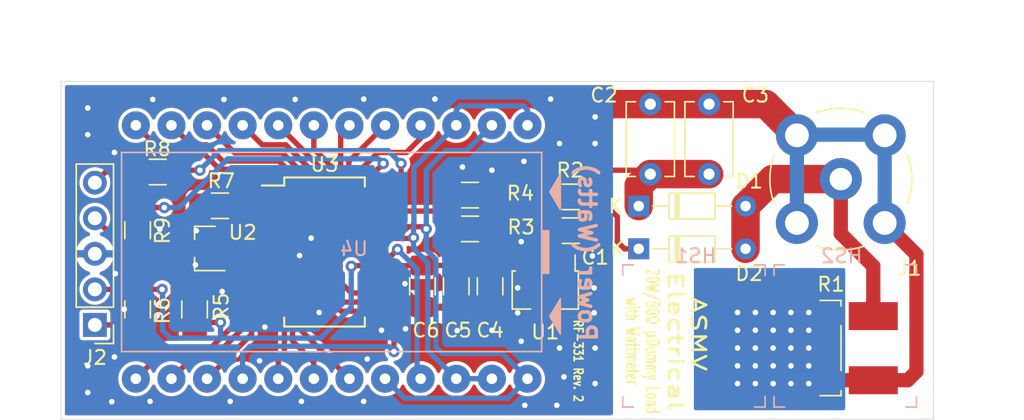
<source format=kicad_pcb>
(kicad_pcb (version 20171130) (host pcbnew "(5.1.6-0-10_14)")

  (general
    (thickness 1.6)
    (drawings 13)
    (tracks 353)
    (zones 0)
    (modules 25)
    (nets 35)
  )

  (page A4)
  (layers
    (0 F.Cu signal)
    (31 B.Cu signal)
    (32 B.Adhes user)
    (33 F.Adhes user)
    (34 B.Paste user)
    (35 F.Paste user)
    (36 B.SilkS user)
    (37 F.SilkS user)
    (38 B.Mask user)
    (39 F.Mask user)
    (40 Dwgs.User user)
    (41 Cmts.User user)
    (42 Eco1.User user)
    (43 Eco2.User user)
    (44 Edge.Cuts user)
    (45 Margin user)
    (46 B.CrtYd user)
    (47 F.CrtYd user)
    (48 B.Fab user)
    (49 F.Fab user)
  )

  (setup
    (last_trace_width 0.254)
    (user_trace_width 0.381)
    (user_trace_width 0.508)
    (user_trace_width 0.762)
    (user_trace_width 1.016)
    (user_trace_width 2.032)
    (trace_clearance 0.2)
    (zone_clearance 0.254)
    (zone_45_only no)
    (trace_min 0.254)
    (via_size 0.8)
    (via_drill 0.4)
    (via_min_size 0.4)
    (via_min_drill 0.3)
    (uvia_size 0.3)
    (uvia_drill 0.1)
    (uvias_allowed no)
    (uvia_min_size 0.2)
    (uvia_min_drill 0.1)
    (edge_width 0.05)
    (segment_width 0.2)
    (pcb_text_width 0.3)
    (pcb_text_size 1.5 1.5)
    (mod_edge_width 0.12)
    (mod_text_size 1 1)
    (mod_text_width 0.15)
    (pad_size 1.524 1.524)
    (pad_drill 0.762)
    (pad_to_mask_clearance 0.05)
    (aux_axis_origin 119.063762 117.0695)
    (visible_elements FFFFFF7F)
    (pcbplotparams
      (layerselection 0x010fc_ffffffff)
      (usegerberextensions false)
      (usegerberattributes true)
      (usegerberadvancedattributes true)
      (creategerberjobfile true)
      (excludeedgelayer true)
      (linewidth 0.100000)
      (plotframeref false)
      (viasonmask false)
      (mode 1)
      (useauxorigin false)
      (hpglpennumber 1)
      (hpglpenspeed 20)
      (hpglpendiameter 15.000000)
      (psnegative false)
      (psa4output false)
      (plotreference true)
      (plotvalue true)
      (plotinvisibletext false)
      (padsonsilk false)
      (subtractmaskfromsilk false)
      (outputformat 1)
      (mirror false)
      (drillshape 1)
      (scaleselection 1)
      (outputdirectory ""))
  )

  (net 0 "")
  (net 1 GND)
  (net 2 "Net-(C1-Pad1)")
  (net 3 VDD)
  (net 4 "Net-(D1-Pad2)")
  (net 5 /ICSPCLK)
  (net 6 /ICSPDAT)
  (net 7 /~MCLR)
  (net 8 /Vdet)
  (net 9 /Vref+)
  (net 10 "Net-(R7-Pad1)")
  (net 11 "Net-(R8-Pad2)")
  (net 12 "Net-(R9-Pad2)")
  (net 13 /LCD_COM)
  (net 14 /LCD_DP2)
  (net 15 /LCD1_ADEG)
  (net 16 /LCD1_B)
  (net 17 /LCD1_C)
  (net 18 /LCD2_G)
  (net 19 /LCD2_F)
  (net 20 /LCD2_A)
  (net 21 /LCD2_C)
  (net 22 /LCD2_D)
  (net 23 /LCD2_E)
  (net 24 /LCD2_B)
  (net 25 /LCD3_E)
  (net 26 /LCD3_D)
  (net 27 /LCD3_C)
  (net 28 /LCD3_G)
  (net 29 /LCD3_F)
  (net 30 /LCD3_A)
  (net 31 /LCD3_B)
  (net 32 "Net-(U3-Pad25)")
  (net 33 "Net-(C2-Pad1)")
  (net 34 "Net-(D2-Pad1)")

  (net_class Default "This is the default net class."
    (clearance 0.2)
    (trace_width 0.254)
    (via_dia 0.8)
    (via_drill 0.4)
    (uvia_dia 0.3)
    (uvia_drill 0.1)
    (diff_pair_width 0.254)
    (diff_pair_gap 0.25)
    (add_net /ICSPCLK)
    (add_net /ICSPDAT)
    (add_net /LCD1_ADEG)
    (add_net /LCD1_B)
    (add_net /LCD1_C)
    (add_net /LCD2_A)
    (add_net /LCD2_B)
    (add_net /LCD2_C)
    (add_net /LCD2_D)
    (add_net /LCD2_E)
    (add_net /LCD2_F)
    (add_net /LCD2_G)
    (add_net /LCD3_A)
    (add_net /LCD3_B)
    (add_net /LCD3_C)
    (add_net /LCD3_D)
    (add_net /LCD3_E)
    (add_net /LCD3_F)
    (add_net /LCD3_G)
    (add_net /LCD_COM)
    (add_net /LCD_DP2)
    (add_net /Vdet)
    (add_net /Vref+)
    (add_net /~MCLR)
    (add_net GND)
    (add_net "Net-(C1-Pad1)")
    (add_net "Net-(C2-Pad1)")
    (add_net "Net-(D1-Pad2)")
    (add_net "Net-(D2-Pad1)")
    (add_net "Net-(R7-Pad1)")
    (add_net "Net-(R8-Pad2)")
    (add_net "Net-(R9-Pad2)")
    (add_net "Net-(U3-Pad25)")
    (add_net VDD)
  )

  (module Diode_THT:D_DO-34_SOD68_P7.62mm_Horizontal (layer F.Cu) (tedit 5AE50CD5) (tstamp 5FE7A837)
    (at 160.274 104.902)
    (descr "Diode, DO-34_SOD68 series, Axial, Horizontal, pin pitch=7.62mm, , length*diameter=3.04*1.6mm^2, , https://www.nxp.com/docs/en/data-sheet/KTY83_SER.pdf")
    (tags "Diode DO-34_SOD68 series Axial Horizontal pin pitch 7.62mm  length 3.04mm diameter 1.6mm")
    (path /5FE53772)
    (fp_text reference D2 (at 7.874 1.778) (layer F.SilkS)
      (effects (font (size 1 1) (thickness 0.15)))
    )
    (fp_text value BAT46 (at 3.81 1.92) (layer F.Fab)
      (effects (font (size 1 1) (thickness 0.15)))
    )
    (fp_line (start 8.63 -1.05) (end -1 -1.05) (layer F.CrtYd) (width 0.05))
    (fp_line (start 8.63 1.05) (end 8.63 -1.05) (layer F.CrtYd) (width 0.05))
    (fp_line (start -1 1.05) (end 8.63 1.05) (layer F.CrtYd) (width 0.05))
    (fp_line (start -1 -1.05) (end -1 1.05) (layer F.CrtYd) (width 0.05))
    (fp_line (start 2.626 -0.92) (end 2.626 0.92) (layer F.SilkS) (width 0.12))
    (fp_line (start 2.866 -0.92) (end 2.866 0.92) (layer F.SilkS) (width 0.12))
    (fp_line (start 2.746 -0.92) (end 2.746 0.92) (layer F.SilkS) (width 0.12))
    (fp_line (start 6.63 0) (end 5.45 0) (layer F.SilkS) (width 0.12))
    (fp_line (start 0.99 0) (end 2.17 0) (layer F.SilkS) (width 0.12))
    (fp_line (start 5.45 -0.92) (end 2.17 -0.92) (layer F.SilkS) (width 0.12))
    (fp_line (start 5.45 0.92) (end 5.45 -0.92) (layer F.SilkS) (width 0.12))
    (fp_line (start 2.17 0.92) (end 5.45 0.92) (layer F.SilkS) (width 0.12))
    (fp_line (start 2.17 -0.92) (end 2.17 0.92) (layer F.SilkS) (width 0.12))
    (fp_line (start 2.646 -0.8) (end 2.646 0.8) (layer F.Fab) (width 0.1))
    (fp_line (start 2.846 -0.8) (end 2.846 0.8) (layer F.Fab) (width 0.1))
    (fp_line (start 2.746 -0.8) (end 2.746 0.8) (layer F.Fab) (width 0.1))
    (fp_line (start 7.62 0) (end 5.33 0) (layer F.Fab) (width 0.1))
    (fp_line (start 0 0) (end 2.29 0) (layer F.Fab) (width 0.1))
    (fp_line (start 5.33 -0.8) (end 2.29 -0.8) (layer F.Fab) (width 0.1))
    (fp_line (start 5.33 0.8) (end 5.33 -0.8) (layer F.Fab) (width 0.1))
    (fp_line (start 2.29 0.8) (end 5.33 0.8) (layer F.Fab) (width 0.1))
    (fp_line (start 2.29 -0.8) (end 2.29 0.8) (layer F.Fab) (width 0.1))
    (fp_text user K (at -1.524 0) (layer F.SilkS)
      (effects (font (size 1 1) (thickness 0.15)))
    )
    (fp_text user K (at 0 -1.75) (layer F.Fab)
      (effects (font (size 1 1) (thickness 0.15)))
    )
    (fp_text user %R (at 4.038 0) (layer F.Fab)
      (effects (font (size 0.608 0.608) (thickness 0.0912)))
    )
    (pad 2 thru_hole oval (at 7.62 0) (size 1.5 1.5) (drill 0.75) (layers *.Cu *.Mask)
      (net 4 "Net-(D1-Pad2)"))
    (pad 1 thru_hole rect (at 0 0) (size 1.5 1.5) (drill 0.75) (layers *.Cu *.Mask)
      (net 34 "Net-(D2-Pad1)"))
    (model ${KISYS3DMOD}/Diode_THT.3dshapes/D_DO-34_SOD68_P7.62mm_Horizontal.wrl
      (at (xyz 0 0 0))
      (scale (xyz 1 1 1))
      (rotate (xyz 0 0 0))
    )
  )

  (module WH_Display_Character:LCD-S301C31TF (layer B.Cu) (tedit 5FE0485F) (tstamp 5FE00037)
    (at 152.337762 105.1315 180)
    (path /5FDDD15D)
    (fp_text reference U4 (at 12.383762 0.2295) (layer B.SilkS)
      (effects (font (size 1 1) (thickness 0.15)) (justify mirror))
    )
    (fp_text value LCD-S301C31TF (at -8.636 -6.096) (layer B.Fab)
      (effects (font (size 1 1) (thickness 0.15)) (justify mirror))
    )
    (fp_line (start -1.016 7.112) (end -1.016 -7.112) (layer B.SilkS) (width 0.12))
    (fp_line (start 28.956 7.112) (end -1.016 7.112) (layer B.SilkS) (width 0.12))
    (fp_line (start 28.956 -7.112) (end 28.956 7.112) (layer B.SilkS) (width 0.12))
    (fp_line (start -1.016 -7.112) (end 28.956 -7.112) (layer B.SilkS) (width 0.12))
    (fp_poly (pts (xy -1.016 -1.524) (xy -1.524 -1.524) (xy -1.524 1.524) (xy -1.016 1.524)) (layer B.SilkS) (width 0.1))
    (pad 13 thru_hole circle (at 27.94 9.05 180) (size 2 2) (drill 0.762) (layers *.Cu *.Mask)
      (net 31 /LCD3_B))
    (pad 14 thru_hole circle (at 25.4 9.05 180) (size 2 2) (drill 0.762) (layers *.Cu *.Mask)
      (net 30 /LCD3_A))
    (pad 15 thru_hole circle (at 22.86 9.05 180) (size 2 2) (drill 0.762) (layers *.Cu *.Mask)
      (net 29 /LCD3_F))
    (pad 16 thru_hole circle (at 20.32 9.05 180) (size 2 2) (drill 0.762) (layers *.Cu *.Mask)
      (net 28 /LCD3_G))
    (pad 17 thru_hole circle (at 17.78 9.05 180) (size 2 2) (drill 0.762) (layers *.Cu *.Mask)
      (net 24 /LCD2_B))
    (pad 18 thru_hole circle (at 15.24 9.05 180) (size 2 2) (drill 0.762) (layers *.Cu *.Mask)
      (net 20 /LCD2_A))
    (pad 19 thru_hole circle (at 12.7 9.05 180) (size 2 2) (drill 0.762) (layers *.Cu *.Mask)
      (net 19 /LCD2_F))
    (pad 20 thru_hole circle (at 10.16 9.05 180) (size 2 2) (drill 0.762) (layers *.Cu *.Mask)
      (net 18 /LCD2_G))
    (pad 21 thru_hole circle (at 7.62 9.05 180) (size 2 2) (drill 0.762) (layers *.Cu *.Mask)
      (net 16 /LCD1_B))
    (pad 22 thru_hole circle (at 5.08 9.05 180) (size 2 2) (drill 0.762) (layers *.Cu *.Mask)
      (net 15 /LCD1_ADEG))
    (pad 23 thru_hole circle (at 2.54 9.05 180) (size 2 2) (drill 0.762) (layers *.Cu *.Mask)
      (net 13 /LCD_COM))
    (pad 24 thru_hole circle (at 0 9.05 180) (size 2 2) (drill 0.762) (layers *.Cu *.Mask)
      (net 15 /LCD1_ADEG))
    (pad 1 thru_hole circle (at 0 -9.05 180) (size 2 2) (drill 0.762) (layers *.Cu *.Mask)
      (net 13 /LCD_COM))
    (pad 2 thru_hole circle (at 2.54 -9.05 180) (size 2 2) (drill 0.762) (layers *.Cu *.Mask)
      (net 15 /LCD1_ADEG))
    (pad 3 thru_hole circle (at 5.08 -9.05 180) (size 2 2) (drill 0.762) (layers *.Cu *.Mask)
      (net 15 /LCD1_ADEG))
    (pad 4 thru_hole circle (at 7.62 -9.05 180) (size 2 2) (drill 0.762) (layers *.Cu *.Mask)
      (net 17 /LCD1_C))
    (pad 5 thru_hole circle (at 10.16 -9.05 180) (size 2 2) (drill 0.762) (layers *.Cu *.Mask)
      (net 13 /LCD_COM))
    (pad 6 thru_hole circle (at 12.7 -9.05 180) (size 2 2) (drill 0.762) (layers *.Cu *.Mask)
      (net 23 /LCD2_E))
    (pad 7 thru_hole circle (at 15.24 -9.05 180) (size 2 2) (drill 0.762) (layers *.Cu *.Mask)
      (net 22 /LCD2_D))
    (pad 8 thru_hole circle (at 17.78 -9.05 180) (size 2 2) (drill 0.762) (layers *.Cu *.Mask)
      (net 21 /LCD2_C))
    (pad 9 thru_hole circle (at 20.32 -9.05 180) (size 2 2) (drill 0.762) (layers *.Cu *.Mask)
      (net 14 /LCD_DP2))
    (pad 10 thru_hole circle (at 22.86 -9.05 180) (size 2 2) (drill 0.762) (layers *.Cu *.Mask)
      (net 25 /LCD3_E))
    (pad 11 thru_hole circle (at 25.4 -9.05 180) (size 2 2) (drill 0.762) (layers *.Cu *.Mask)
      (net 26 /LCD3_D))
    (pad 12 thru_hole circle (at 27.94 -9.05 180) (size 2 2) (drill 0.762) (layers *.Cu *.Mask)
      (net 27 /LCD3_C))
    (model /Users/Wes/Documents/kicad.wh/3d/LCD-S301C31TF.step
      (offset (xyz 13.95 0 0))
      (scale (xyz 1 1 1))
      (rotate (xyz 0 0 0))
    )
  )

  (module WH_Mechanical:Heatsink_Ceramic_Flat_10x10mm (layer B.Cu) (tedit 5FE01577) (tstamp 5FE019BC)
    (at 175.006 111.125)
    (path /5FF73E03)
    (attr virtual)
    (fp_text reference HS2 (at -0.254 -5.715) (layer B.SilkS)
      (effects (font (size 1 1) (thickness 0.15)) (justify mirror))
    )
    (fp_text value "10x10mm Ceramic" (at 0 -8.255) (layer B.Fab)
      (effects (font (size 1 1) (thickness 0.15)) (justify mirror))
    )
    (fp_line (start 5 5) (end -5 5) (layer B.CrtYd) (width 0.12))
    (fp_line (start 5 -5) (end 5 5) (layer B.CrtYd) (width 0.12))
    (fp_line (start -5 -5) (end 5 -5) (layer B.CrtYd) (width 0.12))
    (fp_line (start -5 5) (end -5 -5) (layer B.CrtYd) (width 0.12))
    (fp_line (start 5.08 -4.318) (end 5.08 -5.08) (layer B.SilkS) (width 0.12))
    (fp_line (start 5.08 -5.08) (end 4.318 -5.08) (layer B.SilkS) (width 0.12))
    (fp_line (start 4.572 5.08) (end 5.08 5.08) (layer B.SilkS) (width 0.12))
    (fp_line (start 5.08 4.318) (end 5.08 5.08) (layer B.SilkS) (width 0.12))
    (fp_line (start 4.572 5.08) (end 4.318 5.08) (layer B.SilkS) (width 0.12))
    (fp_line (start -5.08 5.08) (end -5.08 4.318) (layer B.SilkS) (width 0.12))
    (fp_line (start -5.08 5.08) (end -4.318 5.08) (layer B.SilkS) (width 0.12))
    (fp_line (start -5.08 -5.08) (end -5.08 -4.318) (layer B.SilkS) (width 0.12))
    (fp_line (start -5.08 -5.08) (end -4.318 -5.08) (layer B.SilkS) (width 0.12))
    (model /Users/Wes/Documents/kicad.wh/3d/heatsink_ceramic_10x10mm.step
      (offset (xyz 5 5 0))
      (scale (xyz 1 1 1))
      (rotate (xyz 0 0 0))
    )
  )

  (module WH_Mechanical:Heatsink_Ceramic_Flat_10x10mm (layer B.Cu) (tedit 5FE01577) (tstamp 5FE019AC)
    (at 164.211 111.125)
    (path /5FF7164E)
    (attr virtual)
    (fp_text reference HS1 (at 0.127 -5.715) (layer B.SilkS)
      (effects (font (size 1 1) (thickness 0.15)) (justify mirror))
    )
    (fp_text value "10x10mm Ceramic" (at 0 -8.255) (layer B.Fab)
      (effects (font (size 1 1) (thickness 0.15)) (justify mirror))
    )
    (fp_line (start 5 5) (end -5 5) (layer B.CrtYd) (width 0.12))
    (fp_line (start 5 -5) (end 5 5) (layer B.CrtYd) (width 0.12))
    (fp_line (start -5 -5) (end 5 -5) (layer B.CrtYd) (width 0.12))
    (fp_line (start -5 5) (end -5 -5) (layer B.CrtYd) (width 0.12))
    (fp_line (start 5.08 -4.318) (end 5.08 -5.08) (layer B.SilkS) (width 0.12))
    (fp_line (start 5.08 -5.08) (end 4.318 -5.08) (layer B.SilkS) (width 0.12))
    (fp_line (start 4.572 5.08) (end 5.08 5.08) (layer B.SilkS) (width 0.12))
    (fp_line (start 5.08 4.318) (end 5.08 5.08) (layer B.SilkS) (width 0.12))
    (fp_line (start 4.572 5.08) (end 4.318 5.08) (layer B.SilkS) (width 0.12))
    (fp_line (start -5.08 5.08) (end -5.08 4.318) (layer B.SilkS) (width 0.12))
    (fp_line (start -5.08 5.08) (end -4.318 5.08) (layer B.SilkS) (width 0.12))
    (fp_line (start -5.08 -5.08) (end -5.08 -4.318) (layer B.SilkS) (width 0.12))
    (fp_line (start -5.08 -5.08) (end -4.318 -5.08) (layer B.SilkS) (width 0.12))
    (model /Users/Wes/Documents/kicad.wh/3d/heatsink_ceramic_10x10mm.step
      (offset (xyz 5 5 0))
      (scale (xyz 1 1 1))
      (rotate (xyz 0 0 0))
    )
  )

  (module WH_Connector_Coaxial:BNC_TEConnectivity_1478204_Vertical (layer F.Cu) (tedit 5FDE96FA) (tstamp 5FDFFEF4)
    (at 174.689762 99.9245 180)
    (descr "BNC female PCB mount 4 pin straight chassis connector http://www.te.com/usa-en/product-1-1478204-0.html")
    (tags "BNC female PCB mount 4 pin straight chassis connector ")
    (path /5FD87B77)
    (fp_text reference J1 (at -4.888238 -6.3745) (layer F.SilkS)
      (effects (font (size 1 1) (thickness 0.15)))
    )
    (fp_text value "50-Ohm BNC Female" (at 0 6.5) (layer F.Fab)
      (effects (font (size 1 1) (thickness 0.15)))
    )
    (fp_circle (center 0 0) (end 4.8 0) (layer F.Fab) (width 0.1))
    (fp_line (start -5.5 -5.5) (end 5.5 -5.5) (layer F.CrtYd) (width 0.05))
    (fp_line (start -5.5 5.5) (end -5.5 -5.5) (layer F.CrtYd) (width 0.05))
    (fp_line (start 5.5 5.5) (end -5.5 5.5) (layer F.CrtYd) (width 0.05))
    (fp_line (start 5.5 -5.5) (end 5.5 5.5) (layer F.CrtYd) (width 0.05))
    (fp_text user %R (at -0.172 0.045) (layer F.Fab)
      (effects (font (size 1 1) (thickness 0.15)))
    )
    (fp_arc (start 0 0) (end -4.75 1.75) (angle 40) (layer F.SilkS) (width 0.12))
    (fp_arc (start 0 0) (end 1.75 4.75) (angle 40) (layer F.SilkS) (width 0.12))
    (fp_arc (start 0 0) (end 4.75 -1.75) (angle 40) (layer F.SilkS) (width 0.12))
    (fp_arc (start 0 0) (end -1.75 -4.75) (angle 40) (layer F.SilkS) (width 0.12))
    (pad 2 thru_hole circle (at -3.13 -3.13 180) (size 3 3) (drill 1.7) (layers *.Cu *.Mask)
      (net 1 GND))
    (pad 1 thru_hole circle (at 0 0 180) (size 3 3) (drill 1.6) (layers *.Cu *.Mask)
      (net 4 "Net-(D1-Pad2)"))
    (pad 2 thru_hole circle (at 3.13 -3.13 180) (size 3 3) (drill 1.7) (layers *.Cu *.Mask)
      (net 1 GND))
    (pad 2 thru_hole circle (at -3.13 3.13 180) (size 3 3) (drill 1.7) (layers *.Cu *.Mask)
      (net 1 GND))
    (pad 2 thru_hole circle (at 3.13 3.13 180) (size 3 3) (drill 1.7) (layers *.Cu *.Mask)
      (net 1 GND))
    (model ${KISYS3DMOD}/Connector_Coaxial.3dshapes/BNC_TEConnectivity_1478204_Vertical.wrl
      (at (xyz 0 0 0))
      (scale (xyz 1 1 1))
      (rotate (xyz 0 0 0))
    )
    (model /Users/Wes/Documents/kicad.wh/3d/TEConnectivity_516345031_3d.stp
      (offset (xyz 0 0 13.75))
      (scale (xyz 1 1 1))
      (rotate (xyz 0 0 0))
    )
  )

  (module Package_SO:SSOP-28_5.3x10.2mm_P0.65mm (layer F.Cu) (tedit 5A02F25C) (tstamp 5FDFFCB7)
    (at 137.859762 105.1315)
    (descr "28-Lead Plastic Shrink Small Outline (SS)-5.30 mm Body [SSOP] (see Microchip Packaging Specification 00000049BS.pdf)")
    (tags "SSOP 0.65")
    (path /5FDE0746)
    (attr smd)
    (fp_text reference U3 (at 0 -6.25) (layer F.SilkS)
      (effects (font (size 1 1) (thickness 0.15)))
    )
    (fp_text value PIC18F24Q10-xSP (at 0 6.25) (layer F.Fab)
      (effects (font (size 1 1) (thickness 0.15)))
    )
    (fp_line (start -1.65 -5.1) (end 2.65 -5.1) (layer F.Fab) (width 0.15))
    (fp_line (start 2.65 -5.1) (end 2.65 5.1) (layer F.Fab) (width 0.15))
    (fp_line (start 2.65 5.1) (end -2.65 5.1) (layer F.Fab) (width 0.15))
    (fp_line (start -2.65 5.1) (end -2.65 -4.1) (layer F.Fab) (width 0.15))
    (fp_line (start -2.65 -4.1) (end -1.65 -5.1) (layer F.Fab) (width 0.15))
    (fp_line (start -4.75 -5.5) (end -4.75 5.5) (layer F.CrtYd) (width 0.05))
    (fp_line (start 4.75 -5.5) (end 4.75 5.5) (layer F.CrtYd) (width 0.05))
    (fp_line (start -4.75 -5.5) (end 4.75 -5.5) (layer F.CrtYd) (width 0.05))
    (fp_line (start -4.75 5.5) (end 4.75 5.5) (layer F.CrtYd) (width 0.05))
    (fp_line (start -2.875 -5.325) (end -2.875 -4.75) (layer F.SilkS) (width 0.15))
    (fp_line (start 2.875 -5.325) (end 2.875 -4.675) (layer F.SilkS) (width 0.15))
    (fp_line (start 2.875 5.325) (end 2.875 4.675) (layer F.SilkS) (width 0.15))
    (fp_line (start -2.875 5.325) (end -2.875 4.675) (layer F.SilkS) (width 0.15))
    (fp_line (start -2.875 -5.325) (end 2.875 -5.325) (layer F.SilkS) (width 0.15))
    (fp_line (start -2.875 5.325) (end 2.875 5.325) (layer F.SilkS) (width 0.15))
    (fp_line (start -2.875 -4.75) (end -4.475 -4.75) (layer F.SilkS) (width 0.15))
    (fp_text user %R (at 0 0) (layer F.Fab)
      (effects (font (size 0.8 0.8) (thickness 0.15)))
    )
    (pad 28 smd rect (at 3.6 -4.225) (size 1.75 0.45) (layers F.Cu F.Paste F.Mask)
      (net 12 "Net-(R9-Pad2)"))
    (pad 27 smd rect (at 3.6 -3.575) (size 1.75 0.45) (layers F.Cu F.Paste F.Mask)
      (net 11 "Net-(R8-Pad2)"))
    (pad 26 smd rect (at 3.6 -2.925) (size 1.75 0.45) (layers F.Cu F.Paste F.Mask)
      (net 8 /Vdet))
    (pad 25 smd rect (at 3.6 -2.275) (size 1.75 0.45) (layers F.Cu F.Paste F.Mask)
      (net 32 "Net-(U3-Pad25)"))
    (pad 24 smd rect (at 3.6 -1.625) (size 1.75 0.45) (layers F.Cu F.Paste F.Mask)
      (net 13 /LCD_COM))
    (pad 23 smd rect (at 3.6 -0.975) (size 1.75 0.45) (layers F.Cu F.Paste F.Mask)
      (net 15 /LCD1_ADEG))
    (pad 22 smd rect (at 3.6 -0.325) (size 1.75 0.45) (layers F.Cu F.Paste F.Mask)
      (net 16 /LCD1_B))
    (pad 21 smd rect (at 3.6 0.325) (size 1.75 0.45) (layers F.Cu F.Paste F.Mask)
      (net 17 /LCD1_C))
    (pad 20 smd rect (at 3.6 0.975) (size 1.75 0.45) (layers F.Cu F.Paste F.Mask)
      (net 3 VDD))
    (pad 19 smd rect (at 3.6 1.625) (size 1.75 0.45) (layers F.Cu F.Paste F.Mask)
      (net 1 GND))
    (pad 18 smd rect (at 3.6 2.275) (size 1.75 0.45) (layers F.Cu F.Paste F.Mask)
      (net 14 /LCD_DP2))
    (pad 17 smd rect (at 3.6 2.925) (size 1.75 0.45) (layers F.Cu F.Paste F.Mask)
      (net 18 /LCD2_G))
    (pad 16 smd rect (at 3.6 3.575) (size 1.75 0.45) (layers F.Cu F.Paste F.Mask)
      (net 19 /LCD2_F))
    (pad 15 smd rect (at 3.6 4.225) (size 1.75 0.45) (layers F.Cu F.Paste F.Mask)
      (net 20 /LCD2_A))
    (pad 14 smd rect (at -3.6 4.225) (size 1.75 0.45) (layers F.Cu F.Paste F.Mask)
      (net 21 /LCD2_C))
    (pad 13 smd rect (at -3.6 3.575) (size 1.75 0.45) (layers F.Cu F.Paste F.Mask)
      (net 22 /LCD2_D))
    (pad 12 smd rect (at -3.6 2.925) (size 1.75 0.45) (layers F.Cu F.Paste F.Mask)
      (net 23 /LCD2_E))
    (pad 11 smd rect (at -3.6 2.275) (size 1.75 0.45) (layers F.Cu F.Paste F.Mask)
      (net 24 /LCD2_B))
    (pad 10 smd rect (at -3.6 1.625) (size 1.75 0.45) (layers F.Cu F.Paste F.Mask)
      (net 25 /LCD3_E))
    (pad 9 smd rect (at -3.6 0.975) (size 1.75 0.45) (layers F.Cu F.Paste F.Mask)
      (net 26 /LCD3_D))
    (pad 8 smd rect (at -3.6 0.325) (size 1.75 0.45) (layers F.Cu F.Paste F.Mask)
      (net 1 GND))
    (pad 7 smd rect (at -3.6 -0.325) (size 1.75 0.45) (layers F.Cu F.Paste F.Mask)
      (net 27 /LCD3_C))
    (pad 6 smd rect (at -3.6 -0.975) (size 1.75 0.45) (layers F.Cu F.Paste F.Mask)
      (net 28 /LCD3_G))
    (pad 5 smd rect (at -3.6 -1.625) (size 1.75 0.45) (layers F.Cu F.Paste F.Mask)
      (net 9 /Vref+))
    (pad 4 smd rect (at -3.6 -2.275) (size 1.75 0.45) (layers F.Cu F.Paste F.Mask)
      (net 29 /LCD3_F))
    (pad 3 smd rect (at -3.6 -2.925) (size 1.75 0.45) (layers F.Cu F.Paste F.Mask)
      (net 30 /LCD3_A))
    (pad 2 smd rect (at -3.6 -3.575) (size 1.75 0.45) (layers F.Cu F.Paste F.Mask)
      (net 31 /LCD3_B))
    (pad 1 smd rect (at -3.6 -4.225) (size 1.75 0.45) (layers F.Cu F.Paste F.Mask)
      (net 10 "Net-(R7-Pad1)"))
    (model ${KISYS3DMOD}/Package_SO.3dshapes/SSOP-28_5.3x10.2mm_P0.65mm.wrl
      (at (xyz 0 0 0))
      (scale (xyz 1 1 1))
      (rotate (xyz 0 0 0))
    )
  )

  (module Package_TO_SOT_SMD:SOT-23 (layer F.Cu) (tedit 5A02FF57) (tstamp 5FDFFE8A)
    (at 129.350762 104.8775 180)
    (descr "SOT-23, Standard")
    (tags SOT-23)
    (path /5FE75035)
    (attr smd)
    (fp_text reference U2 (at -2.667 1.143) (layer F.SilkS)
      (effects (font (size 1 1) (thickness 0.15)))
    )
    (fp_text value LM4040CYM3-4.1 (at 0 2.5) (layer F.Fab)
      (effects (font (size 1 1) (thickness 0.15)))
    )
    (fp_line (start -0.7 -0.95) (end -0.7 1.5) (layer F.Fab) (width 0.1))
    (fp_line (start -0.15 -1.52) (end 0.7 -1.52) (layer F.Fab) (width 0.1))
    (fp_line (start -0.7 -0.95) (end -0.15 -1.52) (layer F.Fab) (width 0.1))
    (fp_line (start 0.7 -1.52) (end 0.7 1.52) (layer F.Fab) (width 0.1))
    (fp_line (start -0.7 1.52) (end 0.7 1.52) (layer F.Fab) (width 0.1))
    (fp_line (start 0.76 1.58) (end 0.76 0.65) (layer F.SilkS) (width 0.12))
    (fp_line (start 0.76 -1.58) (end 0.76 -0.65) (layer F.SilkS) (width 0.12))
    (fp_line (start -1.7 -1.75) (end 1.7 -1.75) (layer F.CrtYd) (width 0.05))
    (fp_line (start 1.7 -1.75) (end 1.7 1.75) (layer F.CrtYd) (width 0.05))
    (fp_line (start 1.7 1.75) (end -1.7 1.75) (layer F.CrtYd) (width 0.05))
    (fp_line (start -1.7 1.75) (end -1.7 -1.75) (layer F.CrtYd) (width 0.05))
    (fp_line (start 0.76 -1.58) (end -1.4 -1.58) (layer F.SilkS) (width 0.12))
    (fp_line (start 0.76 1.58) (end -0.7 1.58) (layer F.SilkS) (width 0.12))
    (fp_text user %R (at 0 0 90) (layer F.Fab)
      (effects (font (size 0.5 0.5) (thickness 0.075)))
    )
    (pad 3 smd rect (at 1 0 180) (size 0.9 0.8) (layers F.Cu F.Paste F.Mask))
    (pad 2 smd rect (at -1 0.95 180) (size 0.9 0.8) (layers F.Cu F.Paste F.Mask)
      (net 1 GND))
    (pad 1 smd rect (at -1 -0.95 180) (size 0.9 0.8) (layers F.Cu F.Paste F.Mask)
      (net 9 /Vref+))
    (model ${KISYS3DMOD}/Package_TO_SOT_SMD.3dshapes/SOT-23.wrl
      (at (xyz 0 0 0))
      (scale (xyz 1 1 1))
      (rotate (xyz 0 0 0))
    )
  )

  (module Package_TO_SOT_SMD:SOT-89-3 (layer F.Cu) (tedit 5C33D6E8) (tstamp 5FDFFE18)
    (at 153.607762 107.5445 270)
    (descr "SOT-89-3, http://ww1.microchip.com/downloads/en/DeviceDoc/3L_SOT-89_MB_C04-029C.pdf")
    (tags SOT-89-3)
    (path /5FF6B78C)
    (attr smd)
    (fp_text reference U1 (at 3.302 0 180) (layer F.SilkS)
      (effects (font (size 1 1) (thickness 0.15)))
    )
    (fp_text value ZXTR2005Z (at 0.3 3.5 90) (layer F.Fab)
      (effects (font (size 1 1) (thickness 0.15)))
    )
    (fp_line (start 1.66 1.05) (end 1.66 2.36) (layer F.SilkS) (width 0.12))
    (fp_line (start 1.66 2.36) (end -1.06 2.36) (layer F.SilkS) (width 0.12))
    (fp_line (start -2.2 -2.13) (end -1.06 -2.13) (layer F.SilkS) (width 0.12))
    (fp_line (start 1.66 -2.36) (end 1.66 -1.05) (layer F.SilkS) (width 0.12))
    (fp_line (start -0.95 -1.25) (end 0.05 -2.25) (layer F.Fab) (width 0.1))
    (fp_line (start 1.55 -2.25) (end 1.55 2.25) (layer F.Fab) (width 0.1))
    (fp_line (start 1.55 2.25) (end -0.95 2.25) (layer F.Fab) (width 0.1))
    (fp_line (start -0.95 2.25) (end -0.95 -1.25) (layer F.Fab) (width 0.1))
    (fp_line (start 0.05 -2.25) (end 1.55 -2.25) (layer F.Fab) (width 0.1))
    (fp_line (start 2.55 -2.5) (end 2.55 2.5) (layer F.CrtYd) (width 0.05))
    (fp_line (start 2.55 -2.5) (end -2.55 -2.5) (layer F.CrtYd) (width 0.05))
    (fp_line (start -2.55 2.5) (end 2.55 2.5) (layer F.CrtYd) (width 0.05))
    (fp_line (start -2.55 2.5) (end -2.55 -2.5) (layer F.CrtYd) (width 0.05))
    (fp_line (start -1.06 -2.36) (end 1.66 -2.36) (layer F.SilkS) (width 0.12))
    (fp_line (start -1.06 -2.36) (end -1.06 -2.13) (layer F.SilkS) (width 0.12))
    (fp_line (start -1.06 2.36) (end -1.06 2.13) (layer F.SilkS) (width 0.12))
    (fp_text user %R (at 0.508 0.127) (layer F.Fab)
      (effects (font (size 1 1) (thickness 0.15)))
    )
    (pad 2 smd custom (at -1.5625 0 270) (size 1.475 0.9) (layers F.Cu F.Paste F.Mask)
      (net 2 "Net-(C1-Pad1)") (zone_connect 2)
      (options (clearance outline) (anchor rect))
      (primitives
        (gr_poly (pts
           (xy 0.7375 -0.8665) (xy 3.8625 -0.8665) (xy 3.8625 0.8665) (xy 0.7375 0.8665)) (width 0))
      ))
    (pad 3 smd rect (at -1.65 1.5 270) (size 1.3 0.9) (layers F.Cu F.Paste F.Mask)
      (net 3 VDD))
    (pad 1 smd rect (at -1.65 -1.5 270) (size 1.3 0.9) (layers F.Cu F.Paste F.Mask)
      (net 1 GND))
    (model ${KISYS3DMOD}/Package_TO_SOT_SMD.3dshapes/SOT-89-3.wrl
      (at (xyz 0 0 0))
      (scale (xyz 1 1 1))
      (rotate (xyz 0 0 0))
    )
  )

  (module Resistor_SMD:R_1206_3216Metric_Pad1.42x1.75mm_HandSolder (layer F.Cu) (tedit 5B301BBD) (tstamp 5FDFFF8B)
    (at 124.524762 103.571 90)
    (descr "Resistor SMD 1206 (3216 Metric), square (rectangular) end terminal, IPC_7351 nominal with elongated pad for handsoldering. (Body size source: http://www.tortai-tech.com/upload/download/2011102023233369053.pdf), generated with kicad-footprint-generator")
    (tags "resistor handsolder")
    (path /5FED2BE4)
    (attr smd)
    (fp_text reference R9 (at -0.0365 1.778 90) (layer F.SilkS)
      (effects (font (size 1 1) (thickness 0.15)))
    )
    (fp_text value 75 (at 0 1.82 90) (layer F.Fab)
      (effects (font (size 1 1) (thickness 0.15)))
    )
    (fp_line (start -1.6 0.8) (end -1.6 -0.8) (layer F.Fab) (width 0.1))
    (fp_line (start -1.6 -0.8) (end 1.6 -0.8) (layer F.Fab) (width 0.1))
    (fp_line (start 1.6 -0.8) (end 1.6 0.8) (layer F.Fab) (width 0.1))
    (fp_line (start 1.6 0.8) (end -1.6 0.8) (layer F.Fab) (width 0.1))
    (fp_line (start -0.602064 -0.91) (end 0.602064 -0.91) (layer F.SilkS) (width 0.12))
    (fp_line (start -0.602064 0.91) (end 0.602064 0.91) (layer F.SilkS) (width 0.12))
    (fp_line (start -2.45 1.12) (end -2.45 -1.12) (layer F.CrtYd) (width 0.05))
    (fp_line (start -2.45 -1.12) (end 2.45 -1.12) (layer F.CrtYd) (width 0.05))
    (fp_line (start 2.45 -1.12) (end 2.45 1.12) (layer F.CrtYd) (width 0.05))
    (fp_line (start 2.45 1.12) (end -2.45 1.12) (layer F.CrtYd) (width 0.05))
    (fp_text user %R (at 0 0 90) (layer F.Fab)
      (effects (font (size 0.8 0.8) (thickness 0.12)))
    )
    (pad 2 smd roundrect (at 1.4875 0 90) (size 1.425 1.75) (layers F.Cu F.Paste F.Mask) (roundrect_rratio 0.175439)
      (net 12 "Net-(R9-Pad2)"))
    (pad 1 smd roundrect (at -1.4875 0 90) (size 1.425 1.75) (layers F.Cu F.Paste F.Mask) (roundrect_rratio 0.175439)
      (net 6 /ICSPDAT))
    (model ${KISYS3DMOD}/Resistor_SMD.3dshapes/R_1206_3216Metric.wrl
      (at (xyz 0 0 0))
      (scale (xyz 1 1 1))
      (rotate (xyz 0 0 0))
    )
  )

  (module Resistor_SMD:R_1206_3216Metric_Pad1.42x1.75mm_HandSolder (layer F.Cu) (tedit 5B301BBD) (tstamp 5FE00087)
    (at 125.958262 99.4165)
    (descr "Resistor SMD 1206 (3216 Metric), square (rectangular) end terminal, IPC_7351 nominal with elongated pad for handsoldering. (Body size source: http://www.tortai-tech.com/upload/download/2011102023233369053.pdf), generated with kicad-footprint-generator")
    (tags "resistor handsolder")
    (path /5FED24FB)
    (attr smd)
    (fp_text reference R8 (at -0.0365 -1.651) (layer F.SilkS)
      (effects (font (size 1 1) (thickness 0.15)))
    )
    (fp_text value 75 (at 0 1.82) (layer F.Fab)
      (effects (font (size 1 1) (thickness 0.15)))
    )
    (fp_line (start -1.6 0.8) (end -1.6 -0.8) (layer F.Fab) (width 0.1))
    (fp_line (start -1.6 -0.8) (end 1.6 -0.8) (layer F.Fab) (width 0.1))
    (fp_line (start 1.6 -0.8) (end 1.6 0.8) (layer F.Fab) (width 0.1))
    (fp_line (start 1.6 0.8) (end -1.6 0.8) (layer F.Fab) (width 0.1))
    (fp_line (start -0.602064 -0.91) (end 0.602064 -0.91) (layer F.SilkS) (width 0.12))
    (fp_line (start -0.602064 0.91) (end 0.602064 0.91) (layer F.SilkS) (width 0.12))
    (fp_line (start -2.45 1.12) (end -2.45 -1.12) (layer F.CrtYd) (width 0.05))
    (fp_line (start -2.45 -1.12) (end 2.45 -1.12) (layer F.CrtYd) (width 0.05))
    (fp_line (start 2.45 -1.12) (end 2.45 1.12) (layer F.CrtYd) (width 0.05))
    (fp_line (start 2.45 1.12) (end -2.45 1.12) (layer F.CrtYd) (width 0.05))
    (fp_text user %R (at 0 0) (layer F.Fab)
      (effects (font (size 0.8 0.8) (thickness 0.12)))
    )
    (pad 2 smd roundrect (at 1.4875 0) (size 1.425 1.75) (layers F.Cu F.Paste F.Mask) (roundrect_rratio 0.175439)
      (net 11 "Net-(R8-Pad2)"))
    (pad 1 smd roundrect (at -1.4875 0) (size 1.425 1.75) (layers F.Cu F.Paste F.Mask) (roundrect_rratio 0.175439)
      (net 5 /ICSPCLK))
    (model ${KISYS3DMOD}/Resistor_SMD.3dshapes/R_1206_3216Metric.wrl
      (at (xyz 0 0 0))
      (scale (xyz 1 1 1))
      (rotate (xyz 0 0 0))
    )
  )

  (module Resistor_SMD:R_1206_3216Metric_Pad1.42x1.75mm_HandSolder (layer F.Cu) (tedit 5B301BBD) (tstamp 5FDFFB6E)
    (at 130.403262 101.8295 180)
    (descr "Resistor SMD 1206 (3216 Metric), square (rectangular) end terminal, IPC_7351 nominal with elongated pad for handsoldering. (Body size source: http://www.tortai-tech.com/upload/download/2011102023233369053.pdf), generated with kicad-footprint-generator")
    (tags "resistor handsolder")
    (path /5FEC11AE)
    (attr smd)
    (fp_text reference R7 (at -0.0905 1.778) (layer F.SilkS)
      (effects (font (size 1 1) (thickness 0.15)))
    )
    (fp_text value 75 (at 0 1.82) (layer F.Fab)
      (effects (font (size 1 1) (thickness 0.15)))
    )
    (fp_line (start -1.6 0.8) (end -1.6 -0.8) (layer F.Fab) (width 0.1))
    (fp_line (start -1.6 -0.8) (end 1.6 -0.8) (layer F.Fab) (width 0.1))
    (fp_line (start 1.6 -0.8) (end 1.6 0.8) (layer F.Fab) (width 0.1))
    (fp_line (start 1.6 0.8) (end -1.6 0.8) (layer F.Fab) (width 0.1))
    (fp_line (start -0.602064 -0.91) (end 0.602064 -0.91) (layer F.SilkS) (width 0.12))
    (fp_line (start -0.602064 0.91) (end 0.602064 0.91) (layer F.SilkS) (width 0.12))
    (fp_line (start -2.45 1.12) (end -2.45 -1.12) (layer F.CrtYd) (width 0.05))
    (fp_line (start -2.45 -1.12) (end 2.45 -1.12) (layer F.CrtYd) (width 0.05))
    (fp_line (start 2.45 -1.12) (end 2.45 1.12) (layer F.CrtYd) (width 0.05))
    (fp_line (start 2.45 1.12) (end -2.45 1.12) (layer F.CrtYd) (width 0.05))
    (fp_text user %R (at 0 0) (layer F.Fab)
      (effects (font (size 0.8 0.8) (thickness 0.12)))
    )
    (pad 2 smd roundrect (at 1.4875 0 180) (size 1.425 1.75) (layers F.Cu F.Paste F.Mask) (roundrect_rratio 0.175439)
      (net 7 /~MCLR))
    (pad 1 smd roundrect (at -1.4875 0 180) (size 1.425 1.75) (layers F.Cu F.Paste F.Mask) (roundrect_rratio 0.175439)
      (net 10 "Net-(R7-Pad1)"))
    (model ${KISYS3DMOD}/Resistor_SMD.3dshapes/R_1206_3216Metric.wrl
      (at (xyz 0 0 0))
      (scale (xyz 1 1 1))
      (rotate (xyz 0 0 0))
    )
  )

  (module Resistor_SMD:R_1206_3216Metric_Pad1.42x1.75mm_HandSolder (layer F.Cu) (tedit 5B301BBD) (tstamp 5FDFFEC2)
    (at 124.524762 109.232 90)
    (descr "Resistor SMD 1206 (3216 Metric), square (rectangular) end terminal, IPC_7351 nominal with elongated pad for handsoldering. (Body size source: http://www.tortai-tech.com/upload/download/2011102023233369053.pdf), generated with kicad-footprint-generator")
    (tags "resistor handsolder")
    (path /5FED0C24)
    (attr smd)
    (fp_text reference R6 (at -0.0905 1.778 90) (layer F.SilkS)
      (effects (font (size 1 1) (thickness 0.15)))
    )
    (fp_text value "10k 1%" (at 0 1.82 90) (layer F.Fab)
      (effects (font (size 1 1) (thickness 0.15)))
    )
    (fp_line (start -1.6 0.8) (end -1.6 -0.8) (layer F.Fab) (width 0.1))
    (fp_line (start -1.6 -0.8) (end 1.6 -0.8) (layer F.Fab) (width 0.1))
    (fp_line (start 1.6 -0.8) (end 1.6 0.8) (layer F.Fab) (width 0.1))
    (fp_line (start 1.6 0.8) (end -1.6 0.8) (layer F.Fab) (width 0.1))
    (fp_line (start -0.602064 -0.91) (end 0.602064 -0.91) (layer F.SilkS) (width 0.12))
    (fp_line (start -0.602064 0.91) (end 0.602064 0.91) (layer F.SilkS) (width 0.12))
    (fp_line (start -2.45 1.12) (end -2.45 -1.12) (layer F.CrtYd) (width 0.05))
    (fp_line (start -2.45 -1.12) (end 2.45 -1.12) (layer F.CrtYd) (width 0.05))
    (fp_line (start 2.45 -1.12) (end 2.45 1.12) (layer F.CrtYd) (width 0.05))
    (fp_line (start 2.45 1.12) (end -2.45 1.12) (layer F.CrtYd) (width 0.05))
    (fp_text user %R (at 0 0 90) (layer F.Fab)
      (effects (font (size 0.8 0.8) (thickness 0.12)))
    )
    (pad 2 smd roundrect (at 1.4875 0 90) (size 1.425 1.75) (layers F.Cu F.Paste F.Mask) (roundrect_rratio 0.175439)
      (net 3 VDD))
    (pad 1 smd roundrect (at -1.4875 0 90) (size 1.425 1.75) (layers F.Cu F.Paste F.Mask) (roundrect_rratio 0.175439)
      (net 7 /~MCLR))
    (model ${KISYS3DMOD}/Resistor_SMD.3dshapes/R_1206_3216Metric.wrl
      (at (xyz 0 0 0))
      (scale (xyz 1 1 1))
      (rotate (xyz 0 0 0))
    )
  )

  (module Resistor_SMD:R_1206_3216Metric_Pad1.42x1.75mm_HandSolder (layer F.Cu) (tedit 5B301BBD) (tstamp 5FDFFB3E)
    (at 128.588762 109.232 270)
    (descr "Resistor SMD 1206 (3216 Metric), square (rectangular) end terminal, IPC_7351 nominal with elongated pad for handsoldering. (Body size source: http://www.tortai-tech.com/upload/download/2011102023233369053.pdf), generated with kicad-footprint-generator")
    (tags "resistor handsolder")
    (path /5FE75F70)
    (attr smd)
    (fp_text reference R5 (at -0.2175 -1.905 90) (layer F.SilkS)
      (effects (font (size 1 1) (thickness 0.15)))
    )
    (fp_text value 2.4k (at 0 1.82 90) (layer F.Fab)
      (effects (font (size 1 1) (thickness 0.15)))
    )
    (fp_line (start -1.6 0.8) (end -1.6 -0.8) (layer F.Fab) (width 0.1))
    (fp_line (start -1.6 -0.8) (end 1.6 -0.8) (layer F.Fab) (width 0.1))
    (fp_line (start 1.6 -0.8) (end 1.6 0.8) (layer F.Fab) (width 0.1))
    (fp_line (start 1.6 0.8) (end -1.6 0.8) (layer F.Fab) (width 0.1))
    (fp_line (start -0.602064 -0.91) (end 0.602064 -0.91) (layer F.SilkS) (width 0.12))
    (fp_line (start -0.602064 0.91) (end 0.602064 0.91) (layer F.SilkS) (width 0.12))
    (fp_line (start -2.45 1.12) (end -2.45 -1.12) (layer F.CrtYd) (width 0.05))
    (fp_line (start -2.45 -1.12) (end 2.45 -1.12) (layer F.CrtYd) (width 0.05))
    (fp_line (start 2.45 -1.12) (end 2.45 1.12) (layer F.CrtYd) (width 0.05))
    (fp_line (start 2.45 1.12) (end -2.45 1.12) (layer F.CrtYd) (width 0.05))
    (fp_text user %R (at 0 0 90) (layer F.Fab)
      (effects (font (size 0.8 0.8) (thickness 0.12)))
    )
    (pad 2 smd roundrect (at 1.4875 0 270) (size 1.425 1.75) (layers F.Cu F.Paste F.Mask) (roundrect_rratio 0.175439)
      (net 3 VDD))
    (pad 1 smd roundrect (at -1.4875 0 270) (size 1.425 1.75) (layers F.Cu F.Paste F.Mask) (roundrect_rratio 0.175439)
      (net 9 /Vref+))
    (model ${KISYS3DMOD}/Resistor_SMD.3dshapes/R_1206_3216Metric.wrl
      (at (xyz 0 0 0))
      (scale (xyz 1 1 1))
      (rotate (xyz 0 0 0))
    )
  )

  (module Resistor_SMD:R_1206_3216Metric_Pad1.42x1.75mm_HandSolder (layer F.Cu) (tedit 5B301BBD) (tstamp 5FDFFE56)
    (at 148.237262 101.0675)
    (descr "Resistor SMD 1206 (3216 Metric), square (rectangular) end terminal, IPC_7351 nominal with elongated pad for handsoldering. (Body size source: http://www.tortai-tech.com/upload/download/2011102023233369053.pdf), generated with kicad-footprint-generator")
    (tags "resistor handsolder")
    (path /5FD99AD6)
    (attr smd)
    (fp_text reference R4 (at 3.5925 -0.127) (layer F.SilkS)
      (effects (font (size 1 1) (thickness 0.15)))
    )
    (fp_text value "10k 1%" (at 0 1.82) (layer F.Fab)
      (effects (font (size 1 1) (thickness 0.15)))
    )
    (fp_line (start -1.6 0.8) (end -1.6 -0.8) (layer F.Fab) (width 0.1))
    (fp_line (start -1.6 -0.8) (end 1.6 -0.8) (layer F.Fab) (width 0.1))
    (fp_line (start 1.6 -0.8) (end 1.6 0.8) (layer F.Fab) (width 0.1))
    (fp_line (start 1.6 0.8) (end -1.6 0.8) (layer F.Fab) (width 0.1))
    (fp_line (start -0.602064 -0.91) (end 0.602064 -0.91) (layer F.SilkS) (width 0.12))
    (fp_line (start -0.602064 0.91) (end 0.602064 0.91) (layer F.SilkS) (width 0.12))
    (fp_line (start -2.45 1.12) (end -2.45 -1.12) (layer F.CrtYd) (width 0.05))
    (fp_line (start -2.45 -1.12) (end 2.45 -1.12) (layer F.CrtYd) (width 0.05))
    (fp_line (start 2.45 -1.12) (end 2.45 1.12) (layer F.CrtYd) (width 0.05))
    (fp_line (start 2.45 1.12) (end -2.45 1.12) (layer F.CrtYd) (width 0.05))
    (fp_text user %R (at 0 0) (layer F.Fab)
      (effects (font (size 0.8 0.8) (thickness 0.12)))
    )
    (pad 2 smd roundrect (at 1.4875 0) (size 1.425 1.75) (layers F.Cu F.Paste F.Mask) (roundrect_rratio 0.175439)
      (net 1 GND))
    (pad 1 smd roundrect (at -1.4875 0) (size 1.425 1.75) (layers F.Cu F.Paste F.Mask) (roundrect_rratio 0.175439)
      (net 8 /Vdet))
    (model ${KISYS3DMOD}/Resistor_SMD.3dshapes/R_1206_3216Metric.wrl
      (at (xyz 0 0 0))
      (scale (xyz 1 1 1))
      (rotate (xyz 0 0 0))
    )
  )

  (module Resistor_SMD:R_1206_3216Metric_Pad1.42x1.75mm_HandSolder (layer F.Cu) (tedit 5B301BBD) (tstamp 5FDFFDB1)
    (at 148.237262 103.4805 180)
    (descr "Resistor SMD 1206 (3216 Metric), square (rectangular) end terminal, IPC_7351 nominal with elongated pad for handsoldering. (Body size source: http://www.tortai-tech.com/upload/download/2011102023233369053.pdf), generated with kicad-footprint-generator")
    (tags "resistor handsolder")
    (path /5FD969EC)
    (attr smd)
    (fp_text reference R3 (at -3.6465 0.127) (layer F.SilkS)
      (effects (font (size 1 1) (thickness 0.15)))
    )
    (fp_text value "100k 1%" (at 0 1.82) (layer F.Fab)
      (effects (font (size 1 1) (thickness 0.15)))
    )
    (fp_line (start -1.6 0.8) (end -1.6 -0.8) (layer F.Fab) (width 0.1))
    (fp_line (start -1.6 -0.8) (end 1.6 -0.8) (layer F.Fab) (width 0.1))
    (fp_line (start 1.6 -0.8) (end 1.6 0.8) (layer F.Fab) (width 0.1))
    (fp_line (start 1.6 0.8) (end -1.6 0.8) (layer F.Fab) (width 0.1))
    (fp_line (start -0.602064 -0.91) (end 0.602064 -0.91) (layer F.SilkS) (width 0.12))
    (fp_line (start -0.602064 0.91) (end 0.602064 0.91) (layer F.SilkS) (width 0.12))
    (fp_line (start -2.45 1.12) (end -2.45 -1.12) (layer F.CrtYd) (width 0.05))
    (fp_line (start -2.45 -1.12) (end 2.45 -1.12) (layer F.CrtYd) (width 0.05))
    (fp_line (start 2.45 -1.12) (end 2.45 1.12) (layer F.CrtYd) (width 0.05))
    (fp_line (start 2.45 1.12) (end -2.45 1.12) (layer F.CrtYd) (width 0.05))
    (fp_text user %R (at 0 0) (layer F.Fab)
      (effects (font (size 0.8 0.8) (thickness 0.12)))
    )
    (pad 2 smd roundrect (at 1.4875 0 180) (size 1.425 1.75) (layers F.Cu F.Paste F.Mask) (roundrect_rratio 0.175439)
      (net 8 /Vdet))
    (pad 1 smd roundrect (at -1.4875 0 180) (size 1.425 1.75) (layers F.Cu F.Paste F.Mask) (roundrect_rratio 0.175439)
      (net 33 "Net-(C2-Pad1)"))
    (model ${KISYS3DMOD}/Resistor_SMD.3dshapes/R_1206_3216Metric.wrl
      (at (xyz 0 0 0))
      (scale (xyz 1 1 1))
      (rotate (xyz 0 0 0))
    )
  )

  (module Resistor_SMD:R_1206_3216Metric_Pad1.42x1.75mm_HandSolder (layer F.Cu) (tedit 5B301BBD) (tstamp 5FDFFBEF)
    (at 155.422262 101.1945)
    (descr "Resistor SMD 1206 (3216 Metric), square (rectangular) end terminal, IPC_7351 nominal with elongated pad for handsoldering. (Body size source: http://www.tortai-tech.com/upload/download/2011102023233369053.pdf), generated with kicad-footprint-generator")
    (tags "resistor handsolder")
    (path /5FF6C690)
    (attr smd)
    (fp_text reference R2 (at -0.0365 -1.905) (layer F.SilkS)
      (effects (font (size 1 1) (thickness 0.15)))
    )
    (fp_text value 10 (at 0 1.82) (layer F.Fab)
      (effects (font (size 1 1) (thickness 0.15)))
    )
    (fp_line (start -1.6 0.8) (end -1.6 -0.8) (layer F.Fab) (width 0.1))
    (fp_line (start -1.6 -0.8) (end 1.6 -0.8) (layer F.Fab) (width 0.1))
    (fp_line (start 1.6 -0.8) (end 1.6 0.8) (layer F.Fab) (width 0.1))
    (fp_line (start 1.6 0.8) (end -1.6 0.8) (layer F.Fab) (width 0.1))
    (fp_line (start -0.602064 -0.91) (end 0.602064 -0.91) (layer F.SilkS) (width 0.12))
    (fp_line (start -0.602064 0.91) (end 0.602064 0.91) (layer F.SilkS) (width 0.12))
    (fp_line (start -2.45 1.12) (end -2.45 -1.12) (layer F.CrtYd) (width 0.05))
    (fp_line (start -2.45 -1.12) (end 2.45 -1.12) (layer F.CrtYd) (width 0.05))
    (fp_line (start 2.45 -1.12) (end 2.45 1.12) (layer F.CrtYd) (width 0.05))
    (fp_line (start 2.45 1.12) (end -2.45 1.12) (layer F.CrtYd) (width 0.05))
    (fp_text user %R (at 0 0) (layer F.Fab)
      (effects (font (size 0.8 0.8) (thickness 0.12)))
    )
    (pad 2 smd roundrect (at 1.4875 0) (size 1.425 1.75) (layers F.Cu F.Paste F.Mask) (roundrect_rratio 0.175439)
      (net 34 "Net-(D2-Pad1)"))
    (pad 1 smd roundrect (at -1.4875 0) (size 1.425 1.75) (layers F.Cu F.Paste F.Mask) (roundrect_rratio 0.175439)
      (net 2 "Net-(C1-Pad1)"))
    (model ${KISYS3DMOD}/Resistor_SMD.3dshapes/R_1206_3216Metric.wrl
      (at (xyz 0 0 0))
      (scale (xyz 1 1 1))
      (rotate (xyz 0 0 0))
    )
  )

  (module Package_TO_SOT_SMD:TO-252-2_TabPin1 (layer F.Cu) (tedit 5A70F4A0) (tstamp 5FDFFFCC)
    (at 172.431762 111.9895 180)
    (descr "TO-252-2, tab to pin 1 https://www.wolfspeed.com/media/downloads/87/CSD01060.pdf")
    (tags "TO-252-2 diode")
    (path /5FD8A216)
    (attr smd)
    (fp_text reference R1 (at -1.558238 4.5475) (layer F.SilkS)
      (effects (font (size 1 1) (thickness 0.15)))
    )
    (fp_text value "50 1% 45W" (at -0.625 4.8) (layer F.Fab)
      (effects (font (size 1 1) (thickness 0.15)))
    )
    (fp_line (start -2.275 -3.05) (end -2.275 -3.4) (layer F.SilkS) (width 0.12))
    (fp_line (start -2.275 -3.4) (end -0.775 -3.4) (layer F.SilkS) (width 0.12))
    (fp_line (start -2.275 1.6) (end -2.275 -1.6) (layer F.SilkS) (width 0.12))
    (fp_line (start -0.775 3.4) (end -2.275 3.4) (layer F.SilkS) (width 0.12))
    (fp_line (start -2.275 3.4) (end -2.275 3) (layer F.SilkS) (width 0.12))
    (fp_line (start 3.805 -2.71) (end 5.005 -2.71) (layer F.Fab) (width 0.1))
    (fp_line (start 5.005 -2.71) (end 5.005 2.71) (layer F.Fab) (width 0.1))
    (fp_line (start 5.005 2.71) (end 3.795 2.71) (layer F.Fab) (width 0.1))
    (fp_line (start -2.195 1.73) (end -5.105 1.73) (layer F.Fab) (width 0.1))
    (fp_line (start -5.105 2.87) (end -2.195 2.87) (layer F.Fab) (width 0.1))
    (fp_line (start -5.105 1.73) (end -5.105 2.87) (layer F.Fab) (width 0.1))
    (fp_line (start -5.105 -2.87) (end -5.105 -1.73) (layer F.Fab) (width 0.1))
    (fp_line (start -5.105 -1.73) (end -2.195 -1.73) (layer F.Fab) (width 0.1))
    (fp_line (start -2.195 -2.87) (end -5.105 -2.87) (layer F.Fab) (width 0.1))
    (fp_line (start -2.195 3.35) (end 3.795 3.35) (layer F.Fab) (width 0.1))
    (fp_line (start 3.795 3.35) (end 3.795 -3.35) (layer F.Fab) (width 0.1))
    (fp_line (start 3.795 -3.35) (end -2.195 -3.35) (layer F.Fab) (width 0.1))
    (fp_line (start -2.195 3.35) (end -2.195 -3.35) (layer F.Fab) (width 0.1))
    (fp_line (start 6.58 -3.75) (end 6.58 3.75) (layer F.CrtYd) (width 0.05))
    (fp_line (start 6.58 -3.75) (end -6.58 -3.75) (layer F.CrtYd) (width 0.05))
    (fp_line (start -6.58 3.75) (end 6.58 3.75) (layer F.CrtYd) (width 0.05))
    (fp_line (start -6.58 3.75) (end -6.58 -3.75) (layer F.CrtYd) (width 0.05))
    (fp_text user %R (at -0.05 0) (layer F.Fab)
      (effects (font (size 1 1) (thickness 0.15)))
    )
    (pad "" smd rect (at 4.6 1.8 90) (size 3.3 3.3) (layers F.Paste))
    (pad "" smd rect (at 1.05 1.8 90) (size 3.3 3.3) (layers F.Paste))
    (pad "" smd rect (at 4.6 -1.8 90) (size 3.3 3.3) (layers F.Paste))
    (pad "" smd rect (at 1.05 -1.8 90) (size 3.3 3.3) (layers F.Paste))
    (pad 1 smd rect (at 2.825 0 180) (size 7 7) (layers F.Cu F.Mask)
      (net 1 GND))
    (pad 2 smd rect (at -4.575 2.28 180) (size 3.5 2) (layers F.Cu F.Paste F.Mask)
      (net 4 "Net-(D1-Pad2)"))
    (pad 1 smd rect (at -4.575 -2.3 180) (size 3.5 2) (layers F.Cu F.Paste F.Mask)
      (net 1 GND))
    (model ${KISYS3DMOD}/Package_TO_SOT_SMD.3dshapes/TO-252-2.wrl
      (at (xyz 0 0 0))
      (scale (xyz 1 1 1))
      (rotate (xyz 0 0 0))
    )
  )

  (module Connector_PinHeader_2.54mm:PinHeader_1x05_P2.54mm_Vertical (layer F.Cu) (tedit 59FED5CC) (tstamp 5FDFFBAC)
    (at 121.476762 110.3385 180)
    (descr "Through hole straight pin header, 1x05, 2.54mm pitch, single row")
    (tags "Through hole pin header THT 1x05 2.54mm single row")
    (path /5FE898ED)
    (attr virtual)
    (fp_text reference J2 (at 0 -2.33) (layer F.SilkS)
      (effects (font (size 1 1) (thickness 0.15)))
    )
    (fp_text value Conn_01x05_Male (at 0 12.49) (layer F.Fab)
      (effects (font (size 1 1) (thickness 0.15)))
    )
    (fp_line (start -0.635 -1.27) (end 1.27 -1.27) (layer F.Fab) (width 0.1))
    (fp_line (start 1.27 -1.27) (end 1.27 11.43) (layer F.Fab) (width 0.1))
    (fp_line (start 1.27 11.43) (end -1.27 11.43) (layer F.Fab) (width 0.1))
    (fp_line (start -1.27 11.43) (end -1.27 -0.635) (layer F.Fab) (width 0.1))
    (fp_line (start -1.27 -0.635) (end -0.635 -1.27) (layer F.Fab) (width 0.1))
    (fp_line (start -1.33 11.49) (end 1.33 11.49) (layer F.SilkS) (width 0.12))
    (fp_line (start -1.33 1.27) (end -1.33 11.49) (layer F.SilkS) (width 0.12))
    (fp_line (start 1.33 1.27) (end 1.33 11.49) (layer F.SilkS) (width 0.12))
    (fp_line (start -1.33 1.27) (end 1.33 1.27) (layer F.SilkS) (width 0.12))
    (fp_line (start -1.33 0) (end -1.33 -1.33) (layer F.SilkS) (width 0.12))
    (fp_line (start -1.33 -1.33) (end 0 -1.33) (layer F.SilkS) (width 0.12))
    (fp_line (start -1.8 -1.8) (end -1.8 11.95) (layer F.CrtYd) (width 0.05))
    (fp_line (start -1.8 11.95) (end 1.8 11.95) (layer F.CrtYd) (width 0.05))
    (fp_line (start 1.8 11.95) (end 1.8 -1.8) (layer F.CrtYd) (width 0.05))
    (fp_line (start 1.8 -1.8) (end -1.8 -1.8) (layer F.CrtYd) (width 0.05))
    (fp_text user %R (at 0 5.08 90) (layer F.Fab)
      (effects (font (size 1 1) (thickness 0.15)))
    )
    (pad 5 thru_hole oval (at 0 10.16 180) (size 1.7 1.7) (drill 1) (layers *.Cu *.Mask)
      (net 5 /ICSPCLK))
    (pad 4 thru_hole oval (at 0 7.62 180) (size 1.7 1.7) (drill 1) (layers *.Cu *.Mask)
      (net 6 /ICSPDAT))
    (pad 3 thru_hole oval (at 0 5.08 180) (size 1.7 1.7) (drill 1) (layers *.Cu *.Mask)
      (net 1 GND))
    (pad 2 thru_hole oval (at 0 2.54 180) (size 1.7 1.7) (drill 1) (layers *.Cu *.Mask)
      (net 3 VDD))
    (pad 1 thru_hole rect (at 0 0 180) (size 1.7 1.7) (drill 1) (layers *.Cu *.Mask)
      (net 7 /~MCLR))
    (model ${KISYS3DMOD}/Connector_PinHeader_2.54mm.3dshapes/PinHeader_1x05_P2.54mm_Vertical.wrl
      (at (xyz 0 0 0))
      (scale (xyz 1 1 1))
      (rotate (xyz 0 0 0))
    )
  )

  (module Diode_THT:D_DO-34_SOD68_P7.62mm_Horizontal (layer F.Cu) (tedit 5AE50CD5) (tstamp 5FDFFD65)
    (at 160.274 101.854)
    (descr "Diode, DO-34_SOD68 series, Axial, Horizontal, pin pitch=7.62mm, , length*diameter=3.04*1.6mm^2, , https://www.nxp.com/docs/en/data-sheet/KTY83_SER.pdf")
    (tags "Diode DO-34_SOD68 series Axial Horizontal pin pitch 7.62mm  length 3.04mm diameter 1.6mm")
    (path /5FD8CF8F)
    (fp_text reference D1 (at 7.874 -1.778) (layer F.SilkS)
      (effects (font (size 1 1) (thickness 0.15)))
    )
    (fp_text value BAT46 (at 3.81 1.92) (layer F.Fab)
      (effects (font (size 1 1) (thickness 0.15)))
    )
    (fp_line (start 2.29 -0.8) (end 2.29 0.8) (layer F.Fab) (width 0.1))
    (fp_line (start 2.29 0.8) (end 5.33 0.8) (layer F.Fab) (width 0.1))
    (fp_line (start 5.33 0.8) (end 5.33 -0.8) (layer F.Fab) (width 0.1))
    (fp_line (start 5.33 -0.8) (end 2.29 -0.8) (layer F.Fab) (width 0.1))
    (fp_line (start 0 0) (end 2.29 0) (layer F.Fab) (width 0.1))
    (fp_line (start 7.62 0) (end 5.33 0) (layer F.Fab) (width 0.1))
    (fp_line (start 2.746 -0.8) (end 2.746 0.8) (layer F.Fab) (width 0.1))
    (fp_line (start 2.846 -0.8) (end 2.846 0.8) (layer F.Fab) (width 0.1))
    (fp_line (start 2.646 -0.8) (end 2.646 0.8) (layer F.Fab) (width 0.1))
    (fp_line (start 2.17 -0.92) (end 2.17 0.92) (layer F.SilkS) (width 0.12))
    (fp_line (start 2.17 0.92) (end 5.45 0.92) (layer F.SilkS) (width 0.12))
    (fp_line (start 5.45 0.92) (end 5.45 -0.92) (layer F.SilkS) (width 0.12))
    (fp_line (start 5.45 -0.92) (end 2.17 -0.92) (layer F.SilkS) (width 0.12))
    (fp_line (start 0.99 0) (end 2.17 0) (layer F.SilkS) (width 0.12))
    (fp_line (start 6.63 0) (end 5.45 0) (layer F.SilkS) (width 0.12))
    (fp_line (start 2.746 -0.92) (end 2.746 0.92) (layer F.SilkS) (width 0.12))
    (fp_line (start 2.866 -0.92) (end 2.866 0.92) (layer F.SilkS) (width 0.12))
    (fp_line (start 2.626 -0.92) (end 2.626 0.92) (layer F.SilkS) (width 0.12))
    (fp_line (start -1 -1.05) (end -1 1.05) (layer F.CrtYd) (width 0.05))
    (fp_line (start -1 1.05) (end 8.63 1.05) (layer F.CrtYd) (width 0.05))
    (fp_line (start 8.63 1.05) (end 8.63 -1.05) (layer F.CrtYd) (width 0.05))
    (fp_line (start 8.63 -1.05) (end -1 -1.05) (layer F.CrtYd) (width 0.05))
    (fp_text user K (at -1.651 0) (layer F.SilkS)
      (effects (font (size 1 1) (thickness 0.15)))
    )
    (fp_text user K (at 0 -1.75) (layer F.Fab)
      (effects (font (size 1 1) (thickness 0.15)))
    )
    (fp_text user %R (at 3.964 -0.254) (layer F.Fab)
      (effects (font (size 0.608 0.608) (thickness 0.0912)))
    )
    (pad 2 thru_hole oval (at 7.62 0) (size 1.5 1.5) (drill 0.75) (layers *.Cu *.Mask)
      (net 4 "Net-(D1-Pad2)"))
    (pad 1 thru_hole rect (at 0 0) (size 1.5 1.5) (drill 0.75) (layers *.Cu *.Mask)
      (net 33 "Net-(C2-Pad1)"))
    (model ${KISYS3DMOD}/Diode_THT.3dshapes/D_DO-34_SOD68_P7.62mm_Horizontal.wrl
      (at (xyz 0 0 0))
      (scale (xyz 1 1 1))
      (rotate (xyz 0 0 0))
    )
  )

  (module Capacitor_SMD:C_1206_3216Metric_Pad1.42x1.75mm_HandSolder (layer F.Cu) (tedit 5B301BBE) (tstamp 5FDFFF28)
    (at 144.844762 107.581 270)
    (descr "Capacitor SMD 1206 (3216 Metric), square (rectangular) end terminal, IPC_7351 nominal with elongated pad for handsoldering. (Body size source: http://www.tortai-tech.com/upload/download/2011102023233369053.pdf), generated with kicad-footprint-generator")
    (tags "capacitor handsolder")
    (path /5FEEE33B)
    (attr smd)
    (fp_text reference C6 (at 3.1385 -0.254 180) (layer F.SilkS)
      (effects (font (size 1 1) (thickness 0.15)))
    )
    (fp_text value 10n (at 0 1.82 90) (layer F.Fab)
      (effects (font (size 1 1) (thickness 0.15)))
    )
    (fp_line (start -1.6 0.8) (end -1.6 -0.8) (layer F.Fab) (width 0.1))
    (fp_line (start -1.6 -0.8) (end 1.6 -0.8) (layer F.Fab) (width 0.1))
    (fp_line (start 1.6 -0.8) (end 1.6 0.8) (layer F.Fab) (width 0.1))
    (fp_line (start 1.6 0.8) (end -1.6 0.8) (layer F.Fab) (width 0.1))
    (fp_line (start -0.602064 -0.91) (end 0.602064 -0.91) (layer F.SilkS) (width 0.12))
    (fp_line (start -0.602064 0.91) (end 0.602064 0.91) (layer F.SilkS) (width 0.12))
    (fp_line (start -2.45 1.12) (end -2.45 -1.12) (layer F.CrtYd) (width 0.05))
    (fp_line (start -2.45 -1.12) (end 2.45 -1.12) (layer F.CrtYd) (width 0.05))
    (fp_line (start 2.45 -1.12) (end 2.45 1.12) (layer F.CrtYd) (width 0.05))
    (fp_line (start 2.45 1.12) (end -2.45 1.12) (layer F.CrtYd) (width 0.05))
    (fp_text user %R (at 0 0 90) (layer F.Fab)
      (effects (font (size 0.8 0.8) (thickness 0.12)))
    )
    (pad 2 smd roundrect (at 1.4875 0 270) (size 1.425 1.75) (layers F.Cu F.Paste F.Mask) (roundrect_rratio 0.175439)
      (net 1 GND))
    (pad 1 smd roundrect (at -1.4875 0 270) (size 1.425 1.75) (layers F.Cu F.Paste F.Mask) (roundrect_rratio 0.175439)
      (net 3 VDD))
    (model ${KISYS3DMOD}/Capacitor_SMD.3dshapes/C_1206_3216Metric.wrl
      (at (xyz 0 0 0))
      (scale (xyz 1 1 1))
      (rotate (xyz 0 0 0))
    )
  )

  (module Capacitor_SMD:C_1206_3216Metric_Pad1.42x1.75mm_HandSolder (layer F.Cu) (tedit 5B301BBE) (tstamp 5FDFFDE1)
    (at 147.257762 107.581 270)
    (descr "Capacitor SMD 1206 (3216 Metric), square (rectangular) end terminal, IPC_7351 nominal with elongated pad for handsoldering. (Body size source: http://www.tortai-tech.com/upload/download/2011102023233369053.pdf), generated with kicad-footprint-generator")
    (tags "capacitor handsolder")
    (path /5FEEC3D3)
    (attr smd)
    (fp_text reference C5 (at 3.1385 -0.127 180) (layer F.SilkS)
      (effects (font (size 1 1) (thickness 0.15)))
    )
    (fp_text value 0.1u (at 0 1.82 90) (layer F.Fab)
      (effects (font (size 1 1) (thickness 0.15)))
    )
    (fp_line (start -1.6 0.8) (end -1.6 -0.8) (layer F.Fab) (width 0.1))
    (fp_line (start -1.6 -0.8) (end 1.6 -0.8) (layer F.Fab) (width 0.1))
    (fp_line (start 1.6 -0.8) (end 1.6 0.8) (layer F.Fab) (width 0.1))
    (fp_line (start 1.6 0.8) (end -1.6 0.8) (layer F.Fab) (width 0.1))
    (fp_line (start -0.602064 -0.91) (end 0.602064 -0.91) (layer F.SilkS) (width 0.12))
    (fp_line (start -0.602064 0.91) (end 0.602064 0.91) (layer F.SilkS) (width 0.12))
    (fp_line (start -2.45 1.12) (end -2.45 -1.12) (layer F.CrtYd) (width 0.05))
    (fp_line (start -2.45 -1.12) (end 2.45 -1.12) (layer F.CrtYd) (width 0.05))
    (fp_line (start 2.45 -1.12) (end 2.45 1.12) (layer F.CrtYd) (width 0.05))
    (fp_line (start 2.45 1.12) (end -2.45 1.12) (layer F.CrtYd) (width 0.05))
    (fp_text user %R (at 0 0 90) (layer F.Fab)
      (effects (font (size 0.8 0.8) (thickness 0.12)))
    )
    (pad 2 smd roundrect (at 1.4875 0 270) (size 1.425 1.75) (layers F.Cu F.Paste F.Mask) (roundrect_rratio 0.175439)
      (net 1 GND))
    (pad 1 smd roundrect (at -1.4875 0 270) (size 1.425 1.75) (layers F.Cu F.Paste F.Mask) (roundrect_rratio 0.175439)
      (net 3 VDD))
    (model ${KISYS3DMOD}/Capacitor_SMD.3dshapes/C_1206_3216Metric.wrl
      (at (xyz 0 0 0))
      (scale (xyz 1 1 1))
      (rotate (xyz 0 0 0))
    )
  )

  (module Capacitor_SMD:C_1206_3216Metric_Pad1.42x1.75mm_HandSolder (layer F.Cu) (tedit 5B301BBE) (tstamp 5FDFFD27)
    (at 149.670762 107.581 270)
    (descr "Capacitor SMD 1206 (3216 Metric), square (rectangular) end terminal, IPC_7351 nominal with elongated pad for handsoldering. (Body size source: http://www.tortai-tech.com/upload/download/2011102023233369053.pdf), generated with kicad-footprint-generator")
    (tags "capacitor handsolder")
    (path /5FF47E40)
    (attr smd)
    (fp_text reference C4 (at 3.1385 0 180) (layer F.SilkS)
      (effects (font (size 1 1) (thickness 0.15)))
    )
    (fp_text value 10u (at 0 1.82 90) (layer F.Fab)
      (effects (font (size 1 1) (thickness 0.15)))
    )
    (fp_line (start -1.6 0.8) (end -1.6 -0.8) (layer F.Fab) (width 0.1))
    (fp_line (start -1.6 -0.8) (end 1.6 -0.8) (layer F.Fab) (width 0.1))
    (fp_line (start 1.6 -0.8) (end 1.6 0.8) (layer F.Fab) (width 0.1))
    (fp_line (start 1.6 0.8) (end -1.6 0.8) (layer F.Fab) (width 0.1))
    (fp_line (start -0.602064 -0.91) (end 0.602064 -0.91) (layer F.SilkS) (width 0.12))
    (fp_line (start -0.602064 0.91) (end 0.602064 0.91) (layer F.SilkS) (width 0.12))
    (fp_line (start -2.45 1.12) (end -2.45 -1.12) (layer F.CrtYd) (width 0.05))
    (fp_line (start -2.45 -1.12) (end 2.45 -1.12) (layer F.CrtYd) (width 0.05))
    (fp_line (start 2.45 -1.12) (end 2.45 1.12) (layer F.CrtYd) (width 0.05))
    (fp_line (start 2.45 1.12) (end -2.45 1.12) (layer F.CrtYd) (width 0.05))
    (fp_text user %R (at 0 0 90) (layer F.Fab)
      (effects (font (size 0.8 0.8) (thickness 0.12)))
    )
    (pad 2 smd roundrect (at 1.4875 0 270) (size 1.425 1.75) (layers F.Cu F.Paste F.Mask) (roundrect_rratio 0.175439)
      (net 1 GND))
    (pad 1 smd roundrect (at -1.4875 0 270) (size 1.425 1.75) (layers F.Cu F.Paste F.Mask) (roundrect_rratio 0.175439)
      (net 3 VDD))
    (model ${KISYS3DMOD}/Capacitor_SMD.3dshapes/C_1206_3216Metric.wrl
      (at (xyz 0 0 0))
      (scale (xyz 1 1 1))
      (rotate (xyz 0 0 0))
    )
  )

  (module Capacitor_THT:C_Disc_D5.1mm_W3.2mm_P5.00mm (layer F.Cu) (tedit 5AE50EF0) (tstamp 5FDFFC5F)
    (at 165.291762 99.568 90)
    (descr "C, Disc series, Radial, pin pitch=5.00mm, , diameter*width=5.1*3.2mm^2, Capacitor, http://www.vishay.com/docs/45233/krseries.pdf")
    (tags "C Disc series Radial pin pitch 5.00mm  diameter 5.1mm width 3.2mm Capacitor")
    (path /5FDEDA54)
    (fp_text reference C3 (at 5.635 3.302 180) (layer F.SilkS)
      (effects (font (size 1 1) (thickness 0.15)))
    )
    (fp_text value 5.6n (at 2.5 2.85 90) (layer F.Fab)
      (effects (font (size 1 1) (thickness 0.15)))
    )
    (fp_line (start -0.05 -1.6) (end -0.05 1.6) (layer F.Fab) (width 0.1))
    (fp_line (start -0.05 1.6) (end 5.05 1.6) (layer F.Fab) (width 0.1))
    (fp_line (start 5.05 1.6) (end 5.05 -1.6) (layer F.Fab) (width 0.1))
    (fp_line (start 5.05 -1.6) (end -0.05 -1.6) (layer F.Fab) (width 0.1))
    (fp_line (start -0.17 -1.721) (end 5.17 -1.721) (layer F.SilkS) (width 0.12))
    (fp_line (start -0.17 1.721) (end 5.17 1.721) (layer F.SilkS) (width 0.12))
    (fp_line (start -0.17 -1.721) (end -0.17 -1.055) (layer F.SilkS) (width 0.12))
    (fp_line (start -0.17 1.055) (end -0.17 1.721) (layer F.SilkS) (width 0.12))
    (fp_line (start 5.17 -1.721) (end 5.17 -1.055) (layer F.SilkS) (width 0.12))
    (fp_line (start 5.17 1.055) (end 5.17 1.721) (layer F.SilkS) (width 0.12))
    (fp_line (start -1.05 -1.85) (end -1.05 1.85) (layer F.CrtYd) (width 0.05))
    (fp_line (start -1.05 1.85) (end 6.05 1.85) (layer F.CrtYd) (width 0.05))
    (fp_line (start 6.05 1.85) (end 6.05 -1.85) (layer F.CrtYd) (width 0.05))
    (fp_line (start 6.05 -1.85) (end -1.05 -1.85) (layer F.CrtYd) (width 0.05))
    (fp_text user %R (at 2.5 0 90) (layer F.Fab)
      (effects (font (size 1 1) (thickness 0.15)))
    )
    (pad 2 thru_hole circle (at 5 0 90) (size 1.6 1.6) (drill 0.8) (layers *.Cu *.Mask)
      (net 1 GND))
    (pad 1 thru_hole circle (at 0 0 90) (size 1.6 1.6) (drill 0.8) (layers *.Cu *.Mask)
      (net 33 "Net-(C2-Pad1)"))
    (model ${KISYS3DMOD}/Capacitor_THT.3dshapes/C_Disc_D5.1mm_W3.2mm_P5.00mm.wrl
      (at (xyz 0 0 0))
      (scale (xyz 1 1 1))
      (rotate (xyz 0 0 0))
    )
  )

  (module Capacitor_THT:C_Disc_D5.1mm_W3.2mm_P5.00mm (layer F.Cu) (tedit 5AE50EF0) (tstamp 5FDFFC23)
    (at 161.100762 99.568 90)
    (descr "C, Disc series, Radial, pin pitch=5.00mm, , diameter*width=5.1*3.2mm^2, Capacitor, http://www.vishay.com/docs/45233/krseries.pdf")
    (tags "C Disc series Radial pin pitch 5.00mm  diameter 5.1mm width 3.2mm Capacitor")
    (path /5FD9D300)
    (fp_text reference C2 (at 5.635 -3.302 180) (layer F.SilkS)
      (effects (font (size 1 1) (thickness 0.15)))
    )
    (fp_text value 5.6n (at 2.5 2.85 90) (layer F.Fab)
      (effects (font (size 1 1) (thickness 0.15)))
    )
    (fp_line (start -0.05 -1.6) (end -0.05 1.6) (layer F.Fab) (width 0.1))
    (fp_line (start -0.05 1.6) (end 5.05 1.6) (layer F.Fab) (width 0.1))
    (fp_line (start 5.05 1.6) (end 5.05 -1.6) (layer F.Fab) (width 0.1))
    (fp_line (start 5.05 -1.6) (end -0.05 -1.6) (layer F.Fab) (width 0.1))
    (fp_line (start -0.17 -1.721) (end 5.17 -1.721) (layer F.SilkS) (width 0.12))
    (fp_line (start -0.17 1.721) (end 5.17 1.721) (layer F.SilkS) (width 0.12))
    (fp_line (start -0.17 -1.721) (end -0.17 -1.055) (layer F.SilkS) (width 0.12))
    (fp_line (start -0.17 1.055) (end -0.17 1.721) (layer F.SilkS) (width 0.12))
    (fp_line (start 5.17 -1.721) (end 5.17 -1.055) (layer F.SilkS) (width 0.12))
    (fp_line (start 5.17 1.055) (end 5.17 1.721) (layer F.SilkS) (width 0.12))
    (fp_line (start -1.05 -1.85) (end -1.05 1.85) (layer F.CrtYd) (width 0.05))
    (fp_line (start -1.05 1.85) (end 6.05 1.85) (layer F.CrtYd) (width 0.05))
    (fp_line (start 6.05 1.85) (end 6.05 -1.85) (layer F.CrtYd) (width 0.05))
    (fp_line (start 6.05 -1.85) (end -1.05 -1.85) (layer F.CrtYd) (width 0.05))
    (fp_text user %R (at 2.4355 -0.064762 90) (layer F.Fab)
      (effects (font (size 1 1) (thickness 0.15)))
    )
    (pad 2 thru_hole circle (at 5 0 90) (size 1.6 1.6) (drill 0.8) (layers *.Cu *.Mask)
      (net 1 GND))
    (pad 1 thru_hole circle (at 0 0 90) (size 1.6 1.6) (drill 0.8) (layers *.Cu *.Mask)
      (net 33 "Net-(C2-Pad1)"))
    (model ${KISYS3DMOD}/Capacitor_THT.3dshapes/C_Disc_D5.1mm_W3.2mm_P5.00mm.wrl
      (at (xyz 0 0 0))
      (scale (xyz 1 1 1))
      (rotate (xyz 0 0 0))
    )
  )

  (module Capacitor_SMD:C_1206_3216Metric_Pad1.42x1.75mm_HandSolder (layer F.Cu) (tedit 5B301BBE) (tstamp 5FDFFF58)
    (at 155.422262 103.6075)
    (descr "Capacitor SMD 1206 (3216 Metric), square (rectangular) end terminal, IPC_7351 nominal with elongated pad for handsoldering. (Body size source: http://www.tortai-tech.com/upload/download/2011102023233369053.pdf), generated with kicad-footprint-generator")
    (tags "capacitor handsolder")
    (path /5FF49E8A)
    (attr smd)
    (fp_text reference C1 (at 1.7415 1.905) (layer F.SilkS)
      (effects (font (size 1 1) (thickness 0.15)))
    )
    (fp_text value "1u 100V" (at 0 1.82) (layer F.Fab)
      (effects (font (size 1 1) (thickness 0.15)))
    )
    (fp_line (start -1.6 0.8) (end -1.6 -0.8) (layer F.Fab) (width 0.1))
    (fp_line (start -1.6 -0.8) (end 1.6 -0.8) (layer F.Fab) (width 0.1))
    (fp_line (start 1.6 -0.8) (end 1.6 0.8) (layer F.Fab) (width 0.1))
    (fp_line (start 1.6 0.8) (end -1.6 0.8) (layer F.Fab) (width 0.1))
    (fp_line (start -0.602064 -0.91) (end 0.602064 -0.91) (layer F.SilkS) (width 0.12))
    (fp_line (start -0.602064 0.91) (end 0.602064 0.91) (layer F.SilkS) (width 0.12))
    (fp_line (start -2.45 1.12) (end -2.45 -1.12) (layer F.CrtYd) (width 0.05))
    (fp_line (start -2.45 -1.12) (end 2.45 -1.12) (layer F.CrtYd) (width 0.05))
    (fp_line (start 2.45 -1.12) (end 2.45 1.12) (layer F.CrtYd) (width 0.05))
    (fp_line (start 2.45 1.12) (end -2.45 1.12) (layer F.CrtYd) (width 0.05))
    (fp_text user %R (at 0 0) (layer F.Fab)
      (effects (font (size 0.8 0.8) (thickness 0.12)))
    )
    (pad 2 smd roundrect (at 1.4875 0) (size 1.425 1.75) (layers F.Cu F.Paste F.Mask) (roundrect_rratio 0.175439)
      (net 1 GND))
    (pad 1 smd roundrect (at -1.4875 0) (size 1.425 1.75) (layers F.Cu F.Paste F.Mask) (roundrect_rratio 0.175439)
      (net 2 "Net-(C1-Pad1)"))
    (model ${KISYS3DMOD}/Capacitor_SMD.3dshapes/C_1206_3216Metric.wrl
      (at (xyz 0 0 0))
      (scale (xyz 1 1 1))
      (rotate (xyz 0 0 0))
    )
  )

  (gr_text "RF-331 Rev. 2" (at 155.956 112.903 270) (layer F.SilkS) (tstamp 5FE7B877)
    (effects (font (size 0.635 0.508) (thickness 0.127)))
  )
  (gr_text "ASMV \nElectrical" (at 163.703 111.506 270) (layer F.SilkS)
    (effects (font (size 1.016 1.397) (thickness 0.1905)))
  )
  (gr_text "20W/50Ω µDummy Load\nwith Wattmeter" (at 160.528 111.506 270) (layer F.SilkS)
    (effects (font (size 0.889 0.5588) (thickness 0.127)))
  )
  (gr_poly (pts (xy 154.686 102.108) (xy 153.924 100.838) (xy 154.686 99.568)) (layer B.SilkS) (width 0.1) (tstamp 5FE04BCD))
  (gr_poly (pts (xy 154.686 110.998) (xy 153.924 109.728) (xy 154.686 108.458)) (layer B.SilkS) (width 0.1) (tstamp 5FE04BBD))
  (gr_text "Power (Watts)" (at 156.591 105.156 270) (layer B.SilkS) (tstamp 5FE000B1)
    (effects (font (size 1.2 1.2) (thickness 0.25)) (justify mirror))
  )
  (gr_poly (pts (xy 164.211 106.2745) (xy 175.006 106.2745) (xy 175.006 116.4345) (xy 164.211 116.4345)) (layer B.Mask) (width 0.1) (tstamp 5FE01FBB))
  (dimension 24.13 (width 0.15) (layer Dwgs.User)
    (gr_text "0.95 in" (at 186.403762 105.0045 90) (layer Dwgs.User)
      (effects (font (size 1 1) (thickness 0.15)))
    )
    (feature1 (pts (xy 181.293762 92.9395) (xy 185.690183 92.9395)))
    (feature2 (pts (xy 181.293762 117.0695) (xy 185.690183 117.0695)))
    (crossbar (pts (xy 185.103762 117.0695) (xy 185.103762 92.9395)))
    (arrow1a (pts (xy 185.103762 92.9395) (xy 185.690183 94.066004)))
    (arrow1b (pts (xy 185.103762 92.9395) (xy 184.517341 94.066004)))
    (arrow2a (pts (xy 185.103762 117.0695) (xy 185.690183 115.942996)))
    (arrow2b (pts (xy 185.103762 117.0695) (xy 184.517341 115.942996)))
  )
  (dimension 62.23 (width 0.15) (layer Dwgs.User)
    (gr_text "2.45 in" (at 150.178762 87.8295) (layer Dwgs.User)
      (effects (font (size 1 1) (thickness 0.15)))
    )
    (feature1 (pts (xy 119.063762 92.9395) (xy 119.063762 88.543079)))
    (feature2 (pts (xy 181.293762 92.9395) (xy 181.293762 88.543079)))
    (crossbar (pts (xy 181.293762 89.1295) (xy 119.063762 89.1295)))
    (arrow1a (pts (xy 119.063762 89.1295) (xy 120.190266 88.543079)))
    (arrow1b (pts (xy 119.063762 89.1295) (xy 120.190266 89.715921)))
    (arrow2a (pts (xy 181.293762 89.1295) (xy 180.167258 88.543079)))
    (arrow2b (pts (xy 181.293762 89.1295) (xy 180.167258 89.715921)))
  )
  (gr_line (start 119.063762 92.9395) (end 181.293762 92.9395) (layer Edge.Cuts) (width 0.05) (tstamp 5FDFFB8F))
  (gr_line (start 119.063762 117.0695) (end 119.063762 92.9395) (layer Edge.Cuts) (width 0.05) (tstamp 5FE0000F))
  (gr_line (start 181.293762 117.0695) (end 119.063762 117.0695) (layer Edge.Cuts) (width 0.05) (tstamp 5FDFFF79))
  (gr_line (start 181.293762 92.9395) (end 181.293762 117.0695) (layer Edge.Cuts) (width 0.05) (tstamp 5FDFFBDD))

  (via (at 167.323762 109.4495) (size 0.8) (drill 0.4) (layers F.Cu B.Cu) (net 1) (tstamp 5FE00447))
  (via (at 168.593762 109.4495) (size 0.8) (drill 0.4) (layers F.Cu B.Cu) (net 1) (tstamp 5FE0045F))
  (via (at 169.863762 109.4495) (size 0.8) (drill 0.4) (layers F.Cu B.Cu) (net 1) (tstamp 5FE002AC))
  (via (at 171.133762 109.4495) (size 0.8) (drill 0.4) (layers F.Cu B.Cu) (net 1) (tstamp 5FE002A6))
  (via (at 172.403762 109.4495) (size 0.8) (drill 0.4) (layers F.Cu B.Cu) (net 1) (tstamp 5FE00432))
  (via (at 167.323762 110.7195) (size 0.8) (drill 0.4) (layers F.Cu B.Cu) (net 1) (tstamp 5FE0043B))
  (via (at 168.593762 110.7195) (size 0.8) (drill 0.4) (layers F.Cu B.Cu) (net 1) (tstamp 5FE002B5))
  (via (at 169.863762 110.7195) (size 0.8) (drill 0.4) (layers F.Cu B.Cu) (net 1) (tstamp 5FE00441))
  (via (at 171.133762 110.7195) (size 0.8) (drill 0.4) (layers F.Cu B.Cu) (net 1) (tstamp 5FE00435))
  (via (at 172.403762 110.7195) (size 0.8) (drill 0.4) (layers F.Cu B.Cu) (net 1) (tstamp 5FE00456))
  (via (at 167.323762 111.9895) (size 0.8) (drill 0.4) (layers F.Cu B.Cu) (net 1) (tstamp 5FE00444))
  (via (at 168.593762 111.9895) (size 0.8) (drill 0.4) (layers F.Cu B.Cu) (net 1) (tstamp 5FE0044A))
  (via (at 169.863762 111.9895) (size 0.8) (drill 0.4) (layers F.Cu B.Cu) (net 1) (tstamp 5FE0043E))
  (via (at 171.133762 111.9895) (size 0.8) (drill 0.4) (layers F.Cu B.Cu) (net 1) (tstamp 5FE00459))
  (via (at 172.403762 111.9895) (size 0.8) (drill 0.4) (layers F.Cu B.Cu) (net 1) (tstamp 5FE002A9))
  (via (at 167.323762 113.2595) (size 0.8) (drill 0.4) (layers F.Cu B.Cu) (net 1) (tstamp 5FE0044D))
  (via (at 168.593762 113.2595) (size 0.8) (drill 0.4) (layers F.Cu B.Cu) (net 1) (tstamp 5FE002B2))
  (via (at 169.863762 113.2595) (size 0.8) (drill 0.4) (layers F.Cu B.Cu) (net 1) (tstamp 5FE0042C))
  (via (at 171.133762 113.2595) (size 0.8) (drill 0.4) (layers F.Cu B.Cu) (net 1) (tstamp 5FE00450))
  (via (at 172.403762 113.2595) (size 0.8) (drill 0.4) (layers F.Cu B.Cu) (net 1) (tstamp 5FE00453))
  (via (at 167.323762 114.5295) (size 0.8) (drill 0.4) (layers F.Cu B.Cu) (net 1) (tstamp 5FE00462))
  (via (at 168.593762 114.5295) (size 0.8) (drill 0.4) (layers F.Cu B.Cu) (net 1) (tstamp 5FE0045C))
  (via (at 169.863762 114.5295) (size 0.8) (drill 0.4) (layers F.Cu B.Cu) (net 1) (tstamp 5FE00429))
  (via (at 171.133762 114.5295) (size 0.8) (drill 0.4) (layers F.Cu B.Cu) (net 1) (tstamp 5FE00438))
  (via (at 172.403762 114.5295) (size 0.8) (drill 0.4) (layers F.Cu B.Cu) (net 1) (tstamp 5FE002AF))
  (segment (start 144.844762 109.0685) (end 147.257762 109.0685) (width 0.381) (layer F.Cu) (net 1) (tstamp 5FE002CD))
  (segment (start 147.257762 109.0685) (end 149.670762 109.0685) (width 0.381) (layer F.Cu) (net 1) (tstamp 5FE00342))
  (via (at 149.797762 99.2895) (size 0.8) (drill 0.4) (layers F.Cu B.Cu) (net 1) (tstamp 5FE003F0))
  (segment (start 149.724762 99.3625) (end 149.797762 99.2895) (width 0.381) (layer F.Cu) (net 1) (tstamp 5FE003ED))
  (segment (start 149.724762 101.0675) (end 149.724762 99.3625) (width 0.381) (layer F.Cu) (net 1) (tstamp 5FE003EA))
  (segment (start 149.797762 99.2895) (end 151.067762 99.2895) (width 0.381) (layer B.Cu) (net 1) (tstamp 5FE000F3))
  (via (at 157.099 107.696) (size 0.8) (drill 0.4) (layers F.Cu B.Cu) (net 1) (tstamp 5FE003F9))
  (segment (start 155.107762 107.3935) (end 155.385762 107.6715) (width 0.381) (layer F.Cu) (net 1) (tstamp 5FE003F6))
  (segment (start 155.107762 105.8945) (end 155.107762 107.3935) (width 0.381) (layer F.Cu) (net 1) (tstamp 5FE003FC))
  (via (at 143.596111 107.397409) (size 0.8) (drill 0.4) (layers F.Cu B.Cu) (net 1) (tstamp 5FE003E7))
  (segment (start 142.955202 106.7565) (end 143.596111 107.397409) (width 0.381) (layer F.Cu) (net 1) (tstamp 5FE003DB))
  (segment (start 141.459762 106.7565) (end 142.955202 106.7565) (width 0.381) (layer F.Cu) (net 1) (tstamp 5FE003DE))
  (segment (start 143.596111 107.819849) (end 144.844762 109.0685) (width 0.381) (layer F.Cu) (net 1) (tstamp 5FE003D8))
  (segment (start 143.596111 107.397409) (end 143.596111 107.819849) (width 0.381) (layer F.Cu) (net 1) (tstamp 5FE003D2))
  (via (at 149.797762 110.7195) (size 0.8) (drill 0.4) (layers F.Cu B.Cu) (net 1) (tstamp 5FE002CA))
  (segment (start 149.670762 110.5925) (end 149.797762 110.7195) (width 0.381) (layer F.Cu) (net 1) (tstamp 5FE002D3))
  (segment (start 149.670762 109.0685) (end 149.670762 110.5925) (width 0.381) (layer F.Cu) (net 1) (tstamp 5FE002B8))
  (via (at 128.715762 103.6075) (size 0.8) (drill 0.4) (layers F.Cu B.Cu) (net 1) (tstamp 5FE002C4))
  (segment (start 129.035762 103.9275) (end 128.715762 103.6075) (width 0.381) (layer F.Cu) (net 1) (tstamp 5FE002D0))
  (segment (start 130.350762 103.9275) (end 129.035762 103.9275) (width 0.381) (layer F.Cu) (net 1) (tstamp 5FE002BB))
  (via (at 136.081762 105.3855) (size 0.8) (drill 0.4) (layers F.Cu B.Cu) (net 1) (tstamp 5FE0026D))
  (segment (start 136.010762 105.4565) (end 136.081762 105.3855) (width 0.381) (layer F.Cu) (net 1) (tstamp 5FE00267))
  (segment (start 134.259762 105.4565) (end 136.010762 105.4565) (width 0.381) (layer F.Cu) (net 1) (tstamp 5FE0027F))
  (via (at 157.163762 95.4795) (size 0.8) (drill 0.4) (layers F.Cu B.Cu) (net 1) (tstamp 5FE00216))
  (via (at 154.623762 97.3845) (size 0.8) (drill 0.4) (layers F.Cu B.Cu) (net 1) (tstamp 5FE003CC))
  (via (at 157.163762 114.5295) (size 0.8) (drill 0.4) (layers F.Cu B.Cu) (net 1) (tstamp 5FE0041D))
  (via (at 154.623762 111.9895) (size 0.8) (drill 0.4) (layers F.Cu B.Cu) (net 1) (tstamp 5FE003C6))
  (via (at 120.968762 115.1645) (size 0.8) (drill 0.4) (layers F.Cu B.Cu) (net 1) (tstamp 5FE000FC))
  (via (at 120.968762 94.8445) (size 0.8) (drill 0.4) (layers F.Cu B.Cu) (net 1) (tstamp 5FE000F9))
  (via (at 157.163762 111.9895) (size 0.8) (drill 0.4) (layers F.Cu B.Cu) (net 1) (tstamp 5FE00414))
  (via (at 157.163762 97.3845) (size 0.8) (drill 0.4) (layers F.Cu B.Cu) (net 1) (tstamp 5FE0041A))
  (via (at 120.968762 113.2595) (size 0.8) (drill 0.4) (layers F.Cu B.Cu) (net 1) (tstamp 5FE003C9))
  (via (at 120.968762 96.7495) (size 0.8) (drill 0.4) (layers F.Cu B.Cu) (net 1) (tstamp 5FE00420))
  (via (at 125.603 94.234) (size 0.8) (drill 0.4) (layers F.Cu B.Cu) (net 1) (tstamp 5FE00426))
  (via (at 130.683 94.234) (size 0.8) (drill 0.4) (layers F.Cu B.Cu) (net 1) (tstamp 5FE00207))
  (via (at 135.763 94.234) (size 0.8) (drill 0.4) (layers F.Cu B.Cu) (net 1) (tstamp 5FE00201))
  (via (at 140.653762 94.2095) (size 0.8) (drill 0.4) (layers F.Cu B.Cu) (net 1) (tstamp 5FE000F6))
  (via (at 145.733762 94.2095) (size 0.8) (drill 0.4) (layers F.Cu B.Cu) (net 1) (tstamp 5FE00417))
  (via (at 153.988762 94.2095) (size 0.8) (drill 0.4) (layers F.Cu B.Cu) (net 1) (tstamp 5FE00423))
  (via (at 154.432 116.078) (size 0.8) (drill 0.4) (layers F.Cu B.Cu) (net 1) (tstamp 5FE000CF))
  (via (at 140.653762 115.7995) (size 0.8) (drill 0.4) (layers F.Cu B.Cu) (net 1) (tstamp 5FE000C0))
  (via (at 136.208762 115.7995) (size 0.8) (drill 0.4) (layers F.Cu B.Cu) (net 1) (tstamp 5FE000B4))
  (via (at 131.128762 115.7995) (size 0.8) (drill 0.4) (layers F.Cu B.Cu) (net 1) (tstamp 5FE001FE))
  (via (at 125.413762 115.7995) (size 0.8) (drill 0.4) (layers F.Cu B.Cu) (net 1) (tstamp 5FE00204))
  (via (at 157.099 109.474) (size 0.8) (drill 0.4) (layers F.Cu B.Cu) (net 1) (tstamp 5FE000BD))
  (via (at 152.083762 98.6545) (size 0.8) (drill 0.4) (layers F.Cu B.Cu) (net 1) (tstamp 5FE0022B))
  (via (at 122.873762 112.6245) (size 0.8) (drill 0.4) (layers F.Cu B.Cu) (net 1) (tstamp 5FE000DB))
  (via (at 122.873762 98.0195) (size 0.8) (drill 0.4) (layers F.Cu B.Cu) (net 1) (tstamp 5FE003C3))
  (via (at 137.478762 109.4495) (size 0.8) (drill 0.4) (layers F.Cu B.Cu) (net 1) (tstamp 5FE00225))
  (via (at 141.923762 110.7195) (size 0.8) (drill 0.4) (layers F.Cu B.Cu) (net 1) (tstamp 5FE0021C))
  (segment (start 177.819762 103.0095) (end 177.819762 96.7495) (width 1.016) (layer B.Cu) (net 1) (tstamp 5FE0029D))
  (segment (start 177.819762 96.7495) (end 171.559762 96.7495) (width 1.016) (layer B.Cu) (net 1) (tstamp 5FE002A0))
  (segment (start 171.559762 96.7495) (end 171.559762 103.0095) (width 1.016) (layer B.Cu) (net 1) (tstamp 5FE0029A))
  (via (at 156.972 105.41) (size 0.8) (drill 0.4) (layers F.Cu B.Cu) (net 1))
  (via (at 147.701 99.06) (size 0.8) (drill 0.4) (layers F.Cu B.Cu) (net 1))
  (via (at 130.556 107.95) (size 0.8) (drill 0.4) (layers F.Cu B.Cu) (net 1))
  (via (at 126.111 103.505) (size 0.8) (drill 0.4) (layers F.Cu B.Cu) (net 1))
  (via (at 123.571 109.22) (size 0.8) (drill 0.4) (layers F.Cu B.Cu) (net 1))
  (via (at 122.936 106.68) (size 0.8) (drill 0.4) (layers F.Cu B.Cu) (net 1))
  (via (at 128.651 106.045) (size 0.8) (drill 0.4) (layers F.Cu B.Cu) (net 1))
  (via (at 133.604 110.49) (size 0.8) (drill 0.4) (layers F.Cu B.Cu) (net 1))
  (via (at 122.682 115.824) (size 0.8) (drill 0.4) (layers F.Cu B.Cu) (net 1))
  (via (at 152.146 116.078) (size 0.8) (drill 0.4) (layers F.Cu B.Cu) (net 1))
  (via (at 154.94 114.046) (size 0.8) (drill 0.4) (layers F.Cu B.Cu) (net 1))
  (via (at 147.32 110.744) (size 0.8) (drill 0.4) (layers F.Cu B.Cu) (net 1))
  (via (at 151.892 111.506) (size 0.8) (drill 0.4) (layers F.Cu B.Cu) (net 1))
  (segment (start 180.086 113.665) (end 179.4615 114.2895) (width 1.016) (layer F.Cu) (net 1))
  (segment (start 180.086 105.320738) (end 180.086 113.665) (width 1.016) (layer F.Cu) (net 1))
  (segment (start 179.4615 114.2895) (end 177.006762 114.2895) (width 1.016) (layer F.Cu) (net 1))
  (segment (start 177.819762 103.0545) (end 180.086 105.320738) (width 1.016) (layer F.Cu) (net 1))
  (segment (start 171.906762 114.2895) (end 169.606762 111.9895) (width 1.016) (layer F.Cu) (net 1))
  (segment (start 177.006762 114.2895) (end 171.906762 114.2895) (width 1.016) (layer F.Cu) (net 1))
  (via (at 151.892 104.394) (size 0.8) (drill 0.4) (layers F.Cu B.Cu) (net 1))
  (via (at 136.906 104.14) (size 0.8) (drill 0.4) (layers F.Cu B.Cu) (net 1))
  (via (at 151.638 107.696) (size 0.8) (drill 0.4) (layers F.Cu B.Cu) (net 1))
  (via (at 151.638 109.474) (size 0.8) (drill 0.4) (layers F.Cu B.Cu) (net 1))
  (via (at 143.637 110.617) (size 0.8) (drill 0.4) (layers F.Cu B.Cu) (net 1))
  (via (at 133.223 112.903) (size 0.8) (drill 0.4) (layers F.Cu B.Cu) (net 1))
  (via (at 140.9065 112.776) (size 0.8) (drill 0.4) (layers F.Cu B.Cu) (net 1))
  (segment (start 158.075262 94.568) (end 157.163762 95.4795) (width 2.032) (layer F.Cu) (net 1))
  (segment (start 161.100762 94.568) (end 158.075262 94.568) (width 2.032) (layer F.Cu) (net 1))
  (segment (start 161.100762 94.568) (end 165.291762 94.568) (width 2.032) (layer F.Cu) (net 1))
  (segment (start 169.333262 94.568) (end 171.559762 96.7945) (width 2.032) (layer F.Cu) (net 1))
  (segment (start 165.291762 94.568) (end 169.333262 94.568) (width 2.032) (layer F.Cu) (net 1))
  (segment (start 153.607762 103.9345) (end 153.934762 103.6075) (width 0.381) (layer F.Cu) (net 2) (tstamp 5FE002BE))
  (segment (start 153.607762 105.982) (end 153.607762 103.9345) (width 0.381) (layer F.Cu) (net 2) (tstamp 5FE002C7))
  (segment (start 153.934762 103.6075) (end 153.934762 101.1945) (width 0.381) (layer F.Cu) (net 2) (tstamp 5FE00219))
  (segment (start 124.470762 107.7985) (end 124.524762 107.7445) (width 0.381) (layer F.Cu) (net 3) (tstamp 5FE00363))
  (segment (start 121.476762 107.7985) (end 124.470762 107.7985) (width 0.381) (layer F.Cu) (net 3) (tstamp 5FE00360))
  (via (at 139.764762 106.1475) (size 0.8) (drill 0.4) (layers F.Cu B.Cu) (net 3) (tstamp 5FE00246))
  (segment (start 139.805762 106.1065) (end 139.764762 106.1475) (width 0.381) (layer F.Cu) (net 3) (tstamp 5FE0023D))
  (segment (start 141.459762 106.1065) (end 139.805762 106.1065) (width 0.381) (layer F.Cu) (net 3) (tstamp 5FE0025B))
  (via (at 126.274262 107.7985) (size 0.8) (drill 0.4) (layers F.Cu B.Cu) (net 3) (tstamp 5FE00162))
  (segment (start 126.302762 110.7195) (end 126.274262 110.691) (width 0.381) (layer B.Cu) (net 3) (tstamp 5FE001F2))
  (segment (start 124.578762 107.7985) (end 124.524762 107.7445) (width 0.381) (layer F.Cu) (net 3) (tstamp 5FE0016E))
  (segment (start 126.274262 107.7985) (end 124.578762 107.7985) (width 0.381) (layer F.Cu) (net 3) (tstamp 5FE001D4))
  (segment (start 130.547752 110.26549) (end 130.442794 110.160532) (width 0.381) (layer B.Cu) (net 3) (tstamp 5FE0028B))
  (via (at 130.442794 110.160532) (size 0.8) (drill 0.4) (layers F.Cu B.Cu) (net 3) (tstamp 5FE00291))
  (segment (start 129.14773 110.160532) (end 128.588762 110.7195) (width 0.381) (layer F.Cu) (net 3) (tstamp 5FE00285))
  (segment (start 130.442794 110.160532) (end 129.14773 110.160532) (width 0.381) (layer F.Cu) (net 3) (tstamp 5FE00288))
  (segment (start 149.869762 105.8945) (end 149.670762 106.0935) (width 0.381) (layer F.Cu) (net 3) (tstamp 5FE003E1))
  (segment (start 152.107762 105.8945) (end 149.869762 105.8945) (width 0.381) (layer F.Cu) (net 3) (tstamp 5FE003CF))
  (segment (start 149.670762 106.0935) (end 147.257762 106.0935) (width 0.381) (layer F.Cu) (net 3) (tstamp 5FE000C6))
  (segment (start 147.257762 106.0935) (end 144.844762 106.0935) (width 0.381) (layer F.Cu) (net 3) (tstamp 5FE002C1))
  (segment (start 144.831762 106.1065) (end 144.844762 106.0935) (width 0.381) (layer F.Cu) (net 3) (tstamp 5FE003A2))
  (segment (start 141.459762 106.1065) (end 144.831762 106.1065) (width 0.381) (layer F.Cu) (net 3) (tstamp 5FE00396))
  (segment (start 139.764762 106.1475) (end 139.764762 109.091738) (width 0.381) (layer B.Cu) (net 3))
  (segment (start 126.863763 111.280501) (end 126.302762 110.7195) (width 0.381) (layer B.Cu) (net 3))
  (segment (start 139.764762 109.091738) (end 137.575999 111.280501) (width 0.381) (layer B.Cu) (net 3))
  (segment (start 126.302762 107.827) (end 126.274262 107.7985) (width 0.381) (layer B.Cu) (net 3))
  (segment (start 126.302762 110.7195) (end 126.302762 107.827) (width 0.381) (layer B.Cu) (net 3))
  (segment (start 130.442794 111.265794) (end 130.457501 111.280501) (width 0.381) (layer B.Cu) (net 3))
  (segment (start 130.442794 110.160532) (end 130.442794 111.265794) (width 0.381) (layer B.Cu) (net 3))
  (segment (start 130.457501 111.280501) (end 126.863763 111.280501) (width 0.381) (layer B.Cu) (net 3))
  (segment (start 137.575999 111.280501) (end 130.457501 111.280501) (width 0.381) (layer B.Cu) (net 3))
  (segment (start 177.229762 109.4865) (end 177.006762 109.7095) (width 1.016) (layer F.Cu) (net 4) (tstamp 5FE003FF))
  (segment (start 177.006762 108.680762) (end 177.006762 109.7095) (width 1.016) (layer F.Cu) (net 4))
  (segment (start 174.689762 103.823762) (end 174.689762 99.9245) (width 1.016) (layer F.Cu) (net 4))
  (segment (start 177.006762 106.140762) (end 174.689762 103.823762) (width 1.016) (layer F.Cu) (net 4))
  (segment (start 177.006762 109.7095) (end 177.006762 106.140762) (width 1.016) (layer F.Cu) (net 4))
  (segment (start 169.8235 99.9245) (end 167.894 101.854) (width 2.032) (layer F.Cu) (net 4))
  (segment (start 174.689762 99.9245) (end 169.8235 99.9245) (width 2.032) (layer F.Cu) (net 4))
  (segment (start 167.894 101.854) (end 167.894 104.902) (width 2.032) (layer F.Cu) (net 4))
  (segment (start 122.238762 99.4165) (end 121.476762 100.1785) (width 0.381) (layer F.Cu) (net 5) (tstamp 5FE0024C))
  (segment (start 124.470762 99.4165) (end 122.238762 99.4165) (width 0.381) (layer F.Cu) (net 5) (tstamp 5FE00240))
  (segment (start 123.816762 105.0585) (end 121.476762 102.7185) (width 0.381) (layer F.Cu) (net 6) (tstamp 5FE00258))
  (segment (start 124.524762 105.0585) (end 123.816762 105.0585) (width 0.381) (layer F.Cu) (net 6) (tstamp 5FE00255))
  (segment (start 124.143762 110.3385) (end 124.524762 110.7195) (width 0.381) (layer F.Cu) (net 7) (tstamp 5FE00252))
  (segment (start 121.476762 110.3385) (end 124.143762 110.3385) (width 0.381) (layer F.Cu) (net 7) (tstamp 5FE00243))
  (segment (start 128.915762 101.8295) (end 127.064762 103.6805) (width 0.381) (layer F.Cu) (net 7) (tstamp 5FE001C8))
  (segment (start 127.064762 108.1795) (end 124.524762 110.7195) (width 0.381) (layer F.Cu) (net 7) (tstamp 5FE001AA))
  (segment (start 127.064762 103.6805) (end 127.064762 108.1795) (width 0.381) (layer F.Cu) (net 7) (tstamp 5FE001DA))
  (segment (start 146.745762 102.2065) (end 146.749762 102.2105) (width 0.381) (layer F.Cu) (net 8) (tstamp 5FE00312))
  (segment (start 141.459762 102.2065) (end 146.745762 102.2065) (width 0.381) (layer F.Cu) (net 8) (tstamp 5FE0030C))
  (segment (start 146.749762 102.2105) (end 146.749762 101.0675) (width 0.381) (layer F.Cu) (net 8) (tstamp 5FE0030F))
  (segment (start 146.749762 103.4805) (end 146.749762 102.2105) (width 0.381) (layer F.Cu) (net 8) (tstamp 5FE002F7))
  (segment (start 130.350762 105.9825) (end 128.588762 107.7445) (width 0.381) (layer F.Cu) (net 9) (tstamp 5FE0032D))
  (segment (start 130.350762 105.8275) (end 130.350762 105.9825) (width 0.381) (layer F.Cu) (net 9) (tstamp 5FE0031E))
  (segment (start 132.671762 103.5065) (end 130.350762 105.8275) (width 0.381) (layer F.Cu) (net 9) (tstamp 5FE00366))
  (segment (start 134.259762 103.5065) (end 132.671762 103.5065) (width 0.381) (layer F.Cu) (net 9) (tstamp 5FE00381))
  (segment (start 132.813762 100.9065) (end 131.890762 101.8295) (width 0.381) (layer F.Cu) (net 10) (tstamp 5FE001E6))
  (segment (start 134.259762 100.9065) (end 132.813762 100.9065) (width 0.381) (layer F.Cu) (net 10) (tstamp 5FE001B9))
  (segment (start 142.715762 101.5565) (end 143.320762 100.9515) (width 0.381) (layer F.Cu) (net 11) (tstamp 5FE0019B))
  (segment (start 141.459762 101.5565) (end 142.715762 101.5565) (width 0.381) (layer F.Cu) (net 11) (tstamp 5FE001A4))
  (via (at 143.320762 98.81) (size 0.8) (drill 0.4) (layers F.Cu B.Cu) (net 11) (tstamp 5FE00177))
  (segment (start 143.320762 100.9515) (end 143.320762 98.81) (width 0.381) (layer F.Cu) (net 11) (tstamp 5FE0017D))
  (segment (start 143.320762 98.81) (end 142.403262 97.8925) (width 0.381) (layer B.Cu) (net 11) (tstamp 5FE0036C))
  (segment (start 142.403262 97.8925) (end 130.366762 97.8925) (width 0.381) (layer B.Cu) (net 11) (tstamp 5FE0024F))
  (via (at 128.969762 99.2895) (size 0.8) (drill 0.4) (layers F.Cu B.Cu) (net 11) (tstamp 5FE00159))
  (segment (start 130.366762 97.8925) (end 128.969762 99.2895) (width 0.381) (layer B.Cu) (net 11) (tstamp 5FE00174))
  (segment (start 127.572762 99.2895) (end 127.445762 99.4165) (width 0.381) (layer F.Cu) (net 11) (tstamp 5FE000C3))
  (segment (start 128.969762 99.2895) (end 127.572762 99.2895) (width 0.381) (layer F.Cu) (net 11) (tstamp 5FE00102))
  (segment (start 141.459762 99.401) (end 142.050762 98.81) (width 0.381) (layer F.Cu) (net 12) (tstamp 5FE0036F))
  (via (at 142.050762 98.81) (size 0.8) (drill 0.4) (layers F.Cu B.Cu) (net 12) (tstamp 5FE0034B))
  (segment (start 141.459762 100.9065) (end 141.459762 99.401) (width 0.381) (layer F.Cu) (net 12) (tstamp 5FE00387))
  (segment (start 142.050762 98.81) (end 141.714272 98.47351) (width 0.381) (layer B.Cu) (net 12) (tstamp 5FE001B0))
  (segment (start 130.955694 98.47351) (end 127.472704 101.9565) (width 0.381) (layer B.Cu) (net 12) (tstamp 5FE001E9))
  (segment (start 141.714272 98.47351) (end 130.955694 98.47351) (width 0.381) (layer B.Cu) (net 12) (tstamp 5FE001BF))
  (via (at 126.429762 101.9565) (size 0.8) (drill 0.4) (layers F.Cu B.Cu) (net 12) (tstamp 5FE00183))
  (segment (start 127.472704 101.9565) (end 126.429762 101.9565) (width 0.381) (layer B.Cu) (net 12) (tstamp 5FE0018C))
  (segment (start 124.651762 101.9565) (end 124.524762 102.0835) (width 0.381) (layer F.Cu) (net 12) (tstamp 5FE001C5))
  (segment (start 126.429762 101.9565) (end 124.651762 101.9565) (width 0.381) (layer F.Cu) (net 12) (tstamp 5FE001CB))
  (segment (start 142.725263 113.633999) (end 142.177762 114.1815) (width 0.381) (layer F.Cu) (net 13) (tstamp 5FE0037B))
  (segment (start 143.568263 115.572001) (end 142.177762 114.1815) (width 0.381) (layer B.Cu) (net 13) (tstamp 5FE0017A))
  (segment (start 150.947261 115.572001) (end 143.568263 115.572001) (width 0.381) (layer B.Cu) (net 13) (tstamp 5FE0019E))
  (segment (start 152.337762 114.1815) (end 150.947261 115.572001) (width 0.381) (layer B.Cu) (net 13) (tstamp 5FE001A7))
  (segment (start 147.986762 97.8925) (end 149.797762 96.0815) (width 0.381) (layer B.Cu) (net 13) (tstamp 5FE0035A))
  (segment (start 146.495762 97.8925) (end 147.986762 97.8925) (width 0.381) (layer B.Cu) (net 13) (tstamp 5FE0037E))
  (segment (start 145.806772 105.652838) (end 145.806772 111.908838) (width 0.381) (layer B.Cu) (net 13) (tstamp 5FE00375))
  (segment (start 145.117981 99.270281) (end 146.495762 97.8925) (width 0.381) (layer B.Cu) (net 13) (tstamp 5FE0035D))
  (segment (start 145.117981 103.4805) (end 145.117981 99.270281) (width 0.381) (layer B.Cu) (net 13) (tstamp 5FE0034E))
  (segment (start 146.268434 112.3705) (end 150.526762 112.3705) (width 0.381) (layer B.Cu) (net 13) (tstamp 5FE00357))
  (segment (start 150.526762 112.3705) (end 152.337762 114.1815) (width 0.381) (layer B.Cu) (net 13) (tstamp 5FE00378))
  (via (at 145.117981 103.4805) (size 0.8) (drill 0.4) (layers F.Cu B.Cu) (net 13) (tstamp 5FE00351))
  (segment (start 145.806772 111.908838) (end 146.268434 112.3705) (width 0.381) (layer B.Cu) (net 13) (tstamp 5FE00354))
  (segment (start 145.117981 103.4805) (end 145.117981 104.964047) (width 0.381) (layer B.Cu) (net 13) (tstamp 5FE00372))
  (segment (start 145.117981 104.964047) (end 145.806772 105.652838) (width 0.381) (layer B.Cu) (net 13) (tstamp 5FE00369))
  (segment (start 143.830321 103.324999) (end 144.96248 103.324999) (width 0.381) (layer F.Cu) (net 13) (tstamp 5FE00468))
  (segment (start 143.64882 103.5065) (end 143.830321 103.324999) (width 0.381) (layer F.Cu) (net 13) (tstamp 5FE0046E))
  (segment (start 144.96248 103.324999) (end 145.117981 103.4805) (width 0.381) (layer F.Cu) (net 13) (tstamp 5FE0046B))
  (segment (start 141.459762 103.5065) (end 143.64882 103.5065) (width 0.381) (layer F.Cu) (net 13) (tstamp 5FE00465))
  (segment (start 132.111762 114.1815) (end 132.017762 114.1815) (width 0.381) (layer B.Cu) (net 14) (tstamp 5FE0020D))
  (segment (start 142.715762 107.4065) (end 142.812762 107.5035) (width 0.381) (layer F.Cu) (net 14) (tstamp 5FE00192))
  (segment (start 141.459762 107.4065) (end 142.715762 107.4065) (width 0.381) (layer F.Cu) (net 14) (tstamp 5FE00189))
  (via (at 142.812762 112.2435) (size 0.8) (drill 0.4) (layers F.Cu B.Cu) (net 14) (tstamp 5FE001D7))
  (segment (start 142.812762 109.806402) (end 142.812762 112.2435) (width 0.381) (layer F.Cu) (net 14) (tstamp 5FE001B3))
  (segment (start 142.812762 107.5035) (end 142.812762 109.806402) (width 0.381) (layer F.Cu) (net 14) (tstamp 5FE001C2))
  (segment (start 132.017762 112.393738) (end 132.549989 111.861511) (width 0.381) (layer B.Cu) (net 14))
  (segment (start 132.549989 111.861511) (end 137.883989 111.861511) (width 0.381) (layer B.Cu) (net 14))
  (segment (start 132.017762 114.1815) (end 132.017762 112.393738) (width 0.381) (layer B.Cu) (net 14))
  (segment (start 137.883989 111.861511) (end 137.909478 111.887) (width 0.381) (layer B.Cu) (net 14))
  (segment (start 142.456262 111.887) (end 142.812762 112.2435) (width 0.381) (layer B.Cu) (net 14))
  (segment (start 137.909478 111.887) (end 142.456262 111.887) (width 0.381) (layer B.Cu) (net 14))
  (segment (start 147.257762 96.0815) (end 147.257762 94.9715) (width 0.381) (layer B.Cu) (net 15) (tstamp 5FE00111))
  (segment (start 147.538263 94.690999) (end 152.057261 94.690999) (width 0.381) (layer B.Cu) (net 15) (tstamp 5FE00186))
  (segment (start 147.257762 94.9715) (end 147.538263 94.690999) (width 0.381) (layer B.Cu) (net 15) (tstamp 5FE00180))
  (segment (start 152.337762 94.9715) (end 152.337762 96.0815) (width 0.381) (layer B.Cu) (net 15) (tstamp 5FE00105))
  (segment (start 152.057261 94.690999) (end 152.337762 94.9715) (width 0.381) (layer B.Cu) (net 15) (tstamp 5FE0011A))
  (segment (start 147.257762 114.1815) (end 149.797762 114.1815) (width 0.381) (layer B.Cu) (net 15) (tstamp 5FE00147))
  (segment (start 145.225762 112.1495) (end 147.257762 114.1815) (width 0.381) (layer B.Cu) (net 15) (tstamp 5FE00165))
  (segment (start 145.225762 105.8935) (end 145.225762 112.1495) (width 0.381) (layer B.Cu) (net 15) (tstamp 5FE0015F))
  (segment (start 144.238263 99.100999) (end 147.257762 96.0815) (width 0.381) (layer B.Cu) (net 15) (tstamp 5FE00156))
  (segment (start 144.238263 103.070999) (end 144.238263 99.100999) (width 0.381) (layer B.Cu) (net 15) (tstamp 5FE0010B))
  (via (at 144.209762 104.1155) (size 0.8) (drill 0.4) (layers F.Cu B.Cu) (net 15) (tstamp 5FE001A1))
  (segment (start 144.168762 104.1565) (end 144.209762 104.1155) (width 0.381) (layer F.Cu) (net 15) (tstamp 5FE000BA))
  (segment (start 141.459762 104.1565) (end 144.168762 104.1565) (width 0.381) (layer F.Cu) (net 15) (tstamp 5FE000B7))
  (segment (start 144.209762 103.0995) (end 144.238263 103.070999) (width 0.381) (layer B.Cu) (net 15) (tstamp 5FE00108))
  (segment (start 144.209762 104.1155) (end 144.209762 103.0995) (width 0.381) (layer B.Cu) (net 15) (tstamp 5FE00120))
  (segment (start 144.209762 104.8775) (end 145.225762 105.8935) (width 0.381) (layer B.Cu) (net 15) (tstamp 5FE001FB))
  (segment (start 144.209762 104.1155) (end 144.209762 104.8775) (width 0.381) (layer B.Cu) (net 15) (tstamp 5FE001F8))
  (segment (start 140.194261 104.693901) (end 140.194261 99.495001) (width 0.381) (layer F.Cu) (net 16) (tstamp 5FE0022E))
  (segment (start 140.30686 104.8065) (end 140.194261 104.693901) (width 0.381) (layer F.Cu) (net 16) (tstamp 5FE00228))
  (segment (start 141.459762 104.8065) (end 140.30686 104.8065) (width 0.381) (layer F.Cu) (net 16) (tstamp 5FE00234))
  (segment (start 140.194261 99.495001) (end 141.669762 98.0195) (width 0.381) (layer F.Cu) (net 16) (tstamp 5FE000D2))
  (segment (start 141.669762 98.0195) (end 143.701762 98.0195) (width 0.381) (layer F.Cu) (net 16) (tstamp 5FE000ED))
  (segment (start 144.717762 97.0035) (end 144.717762 96.0815) (width 0.381) (layer F.Cu) (net 16) (tstamp 5FE000D8))
  (segment (start 143.701762 98.0195) (end 144.717762 97.0035) (width 0.381) (layer F.Cu) (net 16) (tstamp 5FE000DE))
  (via (at 143.066762 104.947) (size 0.8) (drill 0.4) (layers F.Cu B.Cu) (net 17) (tstamp 5FE001D1))
  (segment (start 142.557262 105.4565) (end 143.066762 104.947) (width 0.381) (layer F.Cu) (net 17) (tstamp 5FE001DD))
  (segment (start 141.459762 105.4565) (end 142.557262 105.4565) (width 0.381) (layer F.Cu) (net 17) (tstamp 5FE001B6))
  (segment (start 144.463762 113.9275) (end 144.717762 114.1815) (width 0.381) (layer B.Cu) (net 17) (tstamp 5FE00198))
  (segment (start 144.463762 106.344) (end 144.463762 113.9275) (width 0.381) (layer B.Cu) (net 17) (tstamp 5FE0018F))
  (segment (start 143.066762 104.947) (end 144.463762 106.344) (width 0.381) (layer B.Cu) (net 17) (tstamp 5FE00195))
  (segment (start 139.768762 108.0565) (end 141.459762 108.0565) (width 0.381) (layer F.Cu) (net 18) (tstamp 5FE00327))
  (segment (start 138.974261 105.768059) (end 138.974261 107.261999) (width 0.381) (layer F.Cu) (net 18) (tstamp 5FE00336))
  (segment (start 139.592329 105.149991) (end 138.974261 105.768059) (width 0.381) (layer F.Cu) (net 18) (tstamp 5FE0031B))
  (segment (start 138.974261 107.261999) (end 139.768762 108.0565) (width 0.381) (layer F.Cu) (net 18) (tstamp 5FE0033F))
  (segment (start 139.592329 98.666933) (end 139.592329 105.149991) (width 0.381) (layer F.Cu) (net 18) (tstamp 5FE00321))
  (segment (start 142.177762 96.0815) (end 139.592329 98.666933) (width 0.381) (layer F.Cu) (net 18) (tstamp 5FE0032A))
  (segment (start 141.459762 108.7065) (end 139.208434 108.7065) (width 0.381) (layer F.Cu) (net 19) (tstamp 5FE000C9))
  (segment (start 139.011319 96.707943) (end 139.637762 96.0815) (width 0.381) (layer F.Cu) (net 19) (tstamp 5FE00237))
  (segment (start 139.208434 108.7065) (end 139.011319 108.509385) (width 0.381) (layer F.Cu) (net 19) (tstamp 5FE0023A))
  (segment (start 138.393251 107.891317) (end 139.208434 108.7065) (width 0.381) (layer F.Cu) (net 19) (tstamp 5FE002FA))
  (segment (start 138.393251 105.527397) (end 138.393251 107.891317) (width 0.381) (layer F.Cu) (net 19) (tstamp 5FE002EB))
  (segment (start 139.011318 104.90933) (end 138.393251 105.527397) (width 0.381) (layer F.Cu) (net 19) (tstamp 5FE002DC))
  (segment (start 139.011318 96.707944) (end 139.011318 104.90933) (width 0.381) (layer F.Cu) (net 19) (tstamp 5FE002FD))
  (segment (start 139.637762 96.0815) (end 139.011318 96.707944) (width 0.381) (layer F.Cu) (net 19) (tstamp 5FE00315))
  (segment (start 139.036762 109.3565) (end 141.459762 109.3565) (width 0.381) (layer F.Cu) (net 20) (tstamp 5FE003A8))
  (segment (start 138.430309 104.668667) (end 137.812241 105.286735) (width 0.381) (layer F.Cu) (net 20) (tstamp 5FE00393))
  (segment (start 138.430309 99.098047) (end 138.430309 104.668667) (width 0.381) (layer F.Cu) (net 20) (tstamp 5FE00390))
  (segment (start 137.097762 97.7655) (end 138.430309 99.098047) (width 0.381) (layer F.Cu) (net 20) (tstamp 5FE003AE))
  (segment (start 137.812241 105.286735) (end 137.812241 108.131979) (width 0.381) (layer F.Cu) (net 20) (tstamp 5FE0039C))
  (segment (start 137.812241 108.131979) (end 139.036762 109.3565) (width 0.381) (layer F.Cu) (net 20) (tstamp 5FE003BA))
  (segment (start 137.097762 96.0815) (end 137.097762 97.7655) (width 0.381) (layer F.Cu) (net 20) (tstamp 5FE0038D))
  (segment (start 134.259762 113.8835) (end 134.557762 114.1815) (width 0.381) (layer F.Cu) (net 21) (tstamp 5FE0020A))
  (segment (start 134.557762 114.1815) (end 134.557762 112.838238) (width 0.381) (layer F.Cu) (net 21))
  (segment (start 134.557762 112.838238) (end 134.992752 112.403248) (width 0.381) (layer F.Cu) (net 21))
  (segment (start 134.992752 110.08949) (end 134.259762 109.3565) (width 0.381) (layer F.Cu) (net 21))
  (segment (start 134.992752 112.403248) (end 134.992752 110.08949) (width 0.381) (layer F.Cu) (net 21))
  (segment (start 135.515762 108.7065) (end 135.573762 108.7645) (width 0.381) (layer F.Cu) (net 22) (tstamp 5FE00141))
  (segment (start 134.259762 108.7065) (end 135.515762 108.7065) (width 0.381) (layer F.Cu) (net 22) (tstamp 5FE00126))
  (segment (start 135.573762 108.7645) (end 135.573762 111.4815) (width 0.381) (layer F.Cu) (net 22) (tstamp 5FE00150))
  (segment (start 137.097762 113.0055) (end 137.097762 114.1815) (width 0.381) (layer F.Cu) (net 22) (tstamp 5FE00135))
  (segment (start 135.573762 111.4815) (end 137.097762 113.0055) (width 0.381) (layer F.Cu) (net 22) (tstamp 5FE0012C))
  (segment (start 135.687434 108.0565) (end 136.154772 108.523838) (width 0.381) (layer F.Cu) (net 23) (tstamp 5FE00117))
  (segment (start 134.259762 108.0565) (end 135.687434 108.0565) (width 0.381) (layer F.Cu) (net 23) (tstamp 5FE00114))
  (segment (start 136.154772 110.69851) (end 139.637762 114.1815) (width 0.381) (layer F.Cu) (net 23) (tstamp 5FE000E4))
  (segment (start 136.154772 108.523838) (end 136.154772 110.69851) (width 0.381) (layer F.Cu) (net 23) (tstamp 5FE000E1))
  (segment (start 136.600762 107.4065) (end 134.259762 107.4065) (width 0.381) (layer F.Cu) (net 24) (tstamp 5FE00270))
  (segment (start 137.097762 106.9095) (end 136.600762 107.4065) (width 0.381) (layer F.Cu) (net 24) (tstamp 5FE00276))
  (segment (start 137.849299 99.406447) (end 137.8493 104.428004) (width 0.381) (layer F.Cu) (net 24) (tstamp 5FE00273))
  (segment (start 136.409811 97.966959) (end 137.849299 99.406447) (width 0.381) (layer F.Cu) (net 24) (tstamp 5FE00282))
  (segment (start 136.409811 97.933549) (end 136.409811 97.966959) (width 0.381) (layer F.Cu) (net 24) (tstamp 5FE00279))
  (segment (start 137.8493 104.428004) (end 137.097762 105.179542) (width 0.381) (layer F.Cu) (net 24) (tstamp 5FE0027C))
  (segment (start 137.097762 105.179542) (end 137.097762 106.9095) (width 0.381) (layer F.Cu) (net 24) (tstamp 5FE00264))
  (segment (start 134.557762 96.0815) (end 136.409811 97.933549) (width 0.381) (layer F.Cu) (net 24) (tstamp 5FE0026A))
  (segment (start 133.10686 106.7565) (end 132.652762 107.210598) (width 0.381) (layer F.Cu) (net 25) (tstamp 5FE000FF))
  (segment (start 134.259762 106.7565) (end 133.10686 106.7565) (width 0.381) (layer F.Cu) (net 25) (tstamp 5FE000D5))
  (segment (start 132.652762 111.0065) (end 129.477762 114.1815) (width 0.381) (layer F.Cu) (net 25) (tstamp 5FE002E8))
  (segment (start 132.652762 107.210598) (end 132.652762 111.0065) (width 0.381) (layer F.Cu) (net 25) (tstamp 5FE00303))
  (segment (start 132.935188 106.1065) (end 132.071752 106.969936) (width 0.381) (layer F.Cu) (net 26) (tstamp 5FE001BC))
  (segment (start 134.259762 106.1065) (end 132.935188 106.1065) (width 0.381) (layer F.Cu) (net 26) (tstamp 5FE001E3))
  (segment (start 132.071752 106.969936) (end 132.071752 110.53851) (width 0.381) (layer F.Cu) (net 26) (tstamp 5FE00222))
  (segment (start 132.071752 110.53851) (end 130.112762 112.4975) (width 0.381) (layer F.Cu) (net 26) (tstamp 5FE000F0))
  (segment (start 128.621762 112.4975) (end 126.937762 114.1815) (width 0.381) (layer F.Cu) (net 26) (tstamp 5FE000E7))
  (segment (start 130.112762 112.4975) (end 128.621762 112.4975) (width 0.381) (layer F.Cu) (net 26) (tstamp 5FE000CC))
  (segment (start 133.003762 104.8065) (end 131.490742 106.31952) (width 0.381) (layer F.Cu) (net 27) (tstamp 5FE001CE))
  (segment (start 134.259762 104.8065) (end 133.003762 104.8065) (width 0.381) (layer F.Cu) (net 27) (tstamp 5FE001AD))
  (segment (start 131.490742 106.31952) (end 131.490742 110.23052) (width 0.381) (layer F.Cu) (net 27) (tstamp 5FE001E0))
  (segment (start 126.662772 111.91649) (end 124.397762 114.1815) (width 0.381) (layer F.Cu) (net 27) (tstamp 5FE00231))
  (segment (start 129.804772 111.91649) (end 126.662772 111.91649) (width 0.381) (layer F.Cu) (net 27) (tstamp 5FE0021F))
  (segment (start 131.490742 110.23052) (end 129.804772 111.91649) (width 0.381) (layer F.Cu) (net 27) (tstamp 5FE00213))
  (segment (start 137.26829 99.64711) (end 135.093181 97.472001) (width 0.381) (layer F.Cu) (net 28) (tstamp 5FE0013E))
  (segment (start 137.268291 102.268983) (end 137.26829 99.64711) (width 0.381) (layer F.Cu) (net 28) (tstamp 5FE0014D))
  (segment (start 135.380775 104.1565) (end 137.268291 102.268983) (width 0.381) (layer F.Cu) (net 28) (tstamp 5FE00144))
  (segment (start 135.093181 97.472001) (end 133.408263 97.472001) (width 0.381) (layer F.Cu) (net 28) (tstamp 5FE0014A))
  (segment (start 133.408263 97.472001) (end 132.017762 96.0815) (width 0.381) (layer F.Cu) (net 28) (tstamp 5FE00123))
  (segment (start 134.259762 104.1565) (end 135.380775 104.1565) (width 0.381) (layer F.Cu) (net 28) (tstamp 5FE00129))
  (segment (start 131.449273 98.053011) (end 129.477762 96.0815) (width 0.381) (layer F.Cu) (net 29) (tstamp 5FE002F1))
  (segment (start 134.852519 98.053011) (end 131.449273 98.053011) (width 0.381) (layer F.Cu) (net 29) (tstamp 5FE00306))
  (segment (start 136.687282 102.028322) (end 136.687281 99.887773) (width 0.381) (layer F.Cu) (net 29) (tstamp 5FE002E5))
  (segment (start 135.859106 102.8565) (end 136.687282 102.028322) (width 0.381) (layer F.Cu) (net 29) (tstamp 5FE00318))
  (segment (start 136.687281 99.887773) (end 134.852519 98.053011) (width 0.381) (layer F.Cu) (net 29) (tstamp 5FE002E2))
  (segment (start 134.259762 102.8565) (end 135.859106 102.8565) (width 0.381) (layer F.Cu) (net 29) (tstamp 5FE002D9))
  (segment (start 128.328263 97.472001) (end 126.937762 96.0815) (width 0.381) (layer F.Cu) (net 30) (tstamp 5FE003A5))
  (segment (start 130.600283 98.634021) (end 129.438263 97.472001) (width 0.381) (layer F.Cu) (net 30) (tstamp 5FE003B4))
  (segment (start 129.438263 97.472001) (end 128.328263 97.472001) (width 0.381) (layer F.Cu) (net 30) (tstamp 5FE003B7))
  (segment (start 136.106273 101.787661) (end 136.106272 100.128436) (width 0.381) (layer F.Cu) (net 30) (tstamp 5FE0038A))
  (segment (start 135.687434 102.2065) (end 136.106273 101.787661) (width 0.381) (layer F.Cu) (net 30) (tstamp 5FE0039F))
  (segment (start 134.611857 98.634021) (end 130.600283 98.634021) (width 0.381) (layer F.Cu) (net 30) (tstamp 5FE003AB))
  (segment (start 136.106272 100.128436) (end 134.611857 98.634021) (width 0.381) (layer F.Cu) (net 30) (tstamp 5FE00399))
  (segment (start 134.259762 102.2065) (end 135.687434 102.2065) (width 0.381) (layer F.Cu) (net 30) (tstamp 5FE003B1))
  (segment (start 135.525263 100.369099) (end 135.447163 100.290999) (width 0.381) (layer F.Cu) (net 31) (tstamp 5FE00153))
  (segment (start 135.525263 101.546999) (end 135.525263 100.369099) (width 0.381) (layer F.Cu) (net 31) (tstamp 5FE0015C))
  (segment (start 135.515762 101.5565) (end 135.525263 101.546999) (width 0.381) (layer F.Cu) (net 31) (tstamp 5FE00168))
  (segment (start 134.259762 101.5565) (end 135.515762 101.5565) (width 0.381) (layer F.Cu) (net 31) (tstamp 5FE0016B))
  (segment (start 135.510361 100.369099) (end 134.356293 99.215031) (width 0.381) (layer F.Cu) (net 31) (tstamp 5FE00309))
  (segment (start 135.525263 100.369099) (end 135.510361 100.369099) (width 0.381) (layer F.Cu) (net 31) (tstamp 5FE002F4))
  (segment (start 134.356293 99.215031) (end 130.35962 99.21503) (width 0.381) (layer F.Cu) (net 31) (tstamp 5FE00345))
  (segment (start 126.369273 98.053011) (end 124.397762 96.0815) (width 0.381) (layer F.Cu) (net 31) (tstamp 5FE00300))
  (segment (start 129.197601 98.053011) (end 126.369273 98.053011) (width 0.381) (layer F.Cu) (net 31) (tstamp 5FE002DF))
  (segment (start 130.35962 99.21503) (end 129.197601 98.053011) (width 0.381) (layer F.Cu) (net 31) (tstamp 5FE002EE))
  (segment (start 141.934762 102.8565) (end 141.945762 102.8455) (width 0.381) (layer F.Cu) (net 32) (tstamp 5FE00138))
  (segment (start 141.459762 102.8565) (end 141.934762 102.8565) (width 0.381) (layer F.Cu) (net 32) (tstamp 5FE00132))
  (segment (start 151.067762 103.4805) (end 149.724762 103.4805) (width 0.381) (layer F.Cu) (net 33) (tstamp 5FE00324))
  (segment (start 152.083762 102.4645) (end 151.067762 103.4805) (width 0.381) (layer F.Cu) (net 33) (tstamp 5FE00339))
  (segment (start 152.083762 100.5595) (end 152.083762 102.4645) (width 0.381) (layer F.Cu) (net 33) (tstamp 5FE00333))
  (segment (start 153.353762 99.2895) (end 152.083762 100.5595) (width 0.381) (layer F.Cu) (net 33) (tstamp 5FE00330))
  (segment (start 160.822262 99.2895) (end 161.100762 99.568) (width 0.381) (layer F.Cu) (net 33))
  (segment (start 153.353762 99.2895) (end 160.822262 99.2895) (width 0.381) (layer F.Cu) (net 33))
  (segment (start 160.274 100.394762) (end 161.100762 99.568) (width 2.032) (layer F.Cu) (net 33))
  (segment (start 160.274 101.854) (end 160.274 100.394762) (width 2.032) (layer F.Cu) (net 33))
  (segment (start 161.100762 99.568) (end 165.291762 99.568) (width 2.032) (layer F.Cu) (net 33))
  (segment (start 156.909762 101.1945) (end 157.3285 101.1945) (width 0.381) (layer F.Cu) (net 34))
  (segment (start 157.3285 101.1945) (end 158.75 102.616) (width 0.381) (layer F.Cu) (net 34))
  (segment (start 158.75 102.616) (end 158.75 104.394) (width 0.381) (layer F.Cu) (net 34))
  (segment (start 159.258 104.902) (end 160.274 104.902) (width 0.381) (layer F.Cu) (net 34))
  (segment (start 158.75 104.394) (end 159.258 104.902) (width 0.381) (layer F.Cu) (net 34))

  (zone (net 1) (net_name GND) (layer B.Cu) (tstamp 5FE000A8) (hatch edge 0.508)
    (connect_pads (clearance 0.254))
    (min_thickness 0.254)
    (fill yes (arc_segments 32) (thermal_gap 0.508) (thermal_bridge_width 0.508))
    (polygon
      (pts
        (xy 119.063762 92.9395) (xy 158.433762 92.9395) (xy 158.433762 117.0695) (xy 119.063762 117.0695)
      )
    )
    (filled_polygon
      (pts
        (xy 158.306762 116.6635) (xy 119.469762 116.6635) (xy 119.469762 109.4885) (xy 120.243919 109.4885) (xy 120.243919 111.1885)
        (xy 120.251275 111.263189) (xy 120.273061 111.335008) (xy 120.30844 111.401196) (xy 120.356051 111.459211) (xy 120.414066 111.506822)
        (xy 120.480254 111.542201) (xy 120.552073 111.563987) (xy 120.626762 111.571343) (xy 122.326762 111.571343) (xy 122.401451 111.563987)
        (xy 122.47327 111.542201) (xy 122.539458 111.506822) (xy 122.597473 111.459211) (xy 122.645084 111.401196) (xy 122.680463 111.335008)
        (xy 122.702249 111.263189) (xy 122.709605 111.1885) (xy 122.709605 109.4885) (xy 122.702249 109.413811) (xy 122.680463 109.341992)
        (xy 122.645084 109.275804) (xy 122.597473 109.217789) (xy 122.539458 109.170178) (xy 122.47327 109.134799) (xy 122.401451 109.113013)
        (xy 122.326762 109.105657) (xy 120.626762 109.105657) (xy 120.552073 109.113013) (xy 120.480254 109.134799) (xy 120.414066 109.170178)
        (xy 120.356051 109.217789) (xy 120.30844 109.275804) (xy 120.273061 109.341992) (xy 120.251275 109.413811) (xy 120.243919 109.4885)
        (xy 119.469762 109.4885) (xy 119.469762 105.61539) (xy 120.035286 105.61539) (xy 120.079937 105.762599) (xy 120.205121 106.02542)
        (xy 120.379174 106.258769) (xy 120.595407 106.453678) (xy 120.84551 106.602657) (xy 121.00793 106.660272) (xy 120.893665 106.707602)
        (xy 120.692045 106.84232) (xy 120.520582 107.013783) (xy 120.385864 107.215403) (xy 120.293069 107.439431) (xy 120.245762 107.677257)
        (xy 120.245762 107.919743) (xy 120.293069 108.157569) (xy 120.385864 108.381597) (xy 120.520582 108.583217) (xy 120.692045 108.75468)
        (xy 120.893665 108.889398) (xy 121.117693 108.982193) (xy 121.355519 109.0295) (xy 121.598005 109.0295) (xy 121.835831 108.982193)
        (xy 122.059859 108.889398) (xy 122.261479 108.75468) (xy 122.432942 108.583217) (xy 122.56766 108.381597) (xy 122.660455 108.157569)
        (xy 122.707762 107.919743) (xy 122.707762 107.677257) (xy 122.660455 107.439431) (xy 122.56766 107.215403) (xy 122.432942 107.013783)
        (xy 122.261479 106.84232) (xy 122.059859 106.707602) (xy 121.945594 106.660272) (xy 122.108014 106.602657) (xy 122.358117 106.453678)
        (xy 122.57435 106.258769) (xy 122.748403 106.02542) (xy 122.873587 105.762599) (xy 122.918238 105.61539) (xy 122.796917 105.3855)
        (xy 121.603762 105.3855) (xy 121.603762 105.4055) (xy 121.349762 105.4055) (xy 121.349762 105.3855) (xy 120.156607 105.3855)
        (xy 120.035286 105.61539) (xy 119.469762 105.61539) (xy 119.469762 104.90161) (xy 120.035286 104.90161) (xy 120.156607 105.1315)
        (xy 121.349762 105.1315) (xy 121.349762 105.1115) (xy 121.603762 105.1115) (xy 121.603762 105.1315) (xy 122.796917 105.1315)
        (xy 122.918238 104.90161) (xy 122.873587 104.754401) (xy 122.748403 104.49158) (xy 122.57435 104.258231) (xy 122.358117 104.063322)
        (xy 122.108014 103.914343) (xy 121.945594 103.856728) (xy 122.059859 103.809398) (xy 122.261479 103.67468) (xy 122.432942 103.503217)
        (xy 122.56766 103.301597) (xy 122.660455 103.077569) (xy 122.707762 102.839743) (xy 122.707762 102.597257) (xy 122.660455 102.359431)
        (xy 122.56766 102.135403) (xy 122.432942 101.933783) (xy 122.261479 101.76232) (xy 122.059859 101.627602) (xy 121.835831 101.534807)
        (xy 121.598005 101.4875) (xy 121.355519 101.4875) (xy 121.117693 101.534807) (xy 120.893665 101.627602) (xy 120.692045 101.76232)
        (xy 120.520582 101.933783) (xy 120.385864 102.135403) (xy 120.293069 102.359431) (xy 120.245762 102.597257) (xy 120.245762 102.839743)
        (xy 120.293069 103.077569) (xy 120.385864 103.301597) (xy 120.520582 103.503217) (xy 120.692045 103.67468) (xy 120.893665 103.809398)
        (xy 121.00793 103.856728) (xy 120.84551 103.914343) (xy 120.595407 104.063322) (xy 120.379174 104.258231) (xy 120.205121 104.49158)
        (xy 120.079937 104.754401) (xy 120.035286 104.90161) (xy 119.469762 104.90161) (xy 119.469762 100.057257) (xy 120.245762 100.057257)
        (xy 120.245762 100.299743) (xy 120.293069 100.537569) (xy 120.385864 100.761597) (xy 120.520582 100.963217) (xy 120.692045 101.13468)
        (xy 120.893665 101.269398) (xy 121.117693 101.362193) (xy 121.355519 101.4095) (xy 121.598005 101.4095) (xy 121.835831 101.362193)
        (xy 122.059859 101.269398) (xy 122.261479 101.13468) (xy 122.432942 100.963217) (xy 122.56766 100.761597) (xy 122.660455 100.537569)
        (xy 122.707762 100.299743) (xy 122.707762 100.057257) (xy 122.660455 99.819431) (xy 122.56766 99.595403) (xy 122.432942 99.393783)
        (xy 122.261479 99.22232) (xy 122.059859 99.087602) (xy 121.835831 98.994807) (xy 121.598005 98.9475) (xy 121.355519 98.9475)
        (xy 121.117693 98.994807) (xy 120.893665 99.087602) (xy 120.692045 99.22232) (xy 120.520582 99.393783) (xy 120.385864 99.595403)
        (xy 120.293069 99.819431) (xy 120.245762 100.057257) (xy 119.469762 100.057257) (xy 119.469762 95.945483) (xy 123.016762 95.945483)
        (xy 123.016762 96.217517) (xy 123.069833 96.484323) (xy 123.173936 96.735649) (xy 123.325069 96.961836) (xy 123.517426 97.154193)
        (xy 123.743613 97.305326) (xy 123.994939 97.409429) (xy 124.261745 97.4625) (xy 124.533779 97.4625) (xy 124.800585 97.409429)
        (xy 125.051911 97.305326) (xy 125.278098 97.154193) (xy 125.470455 96.961836) (xy 125.621588 96.735649) (xy 125.667762 96.624175)
        (xy 125.713936 96.735649) (xy 125.865069 96.961836) (xy 126.057426 97.154193) (xy 126.283613 97.305326) (xy 126.534939 97.409429)
        (xy 126.801745 97.4625) (xy 127.073779 97.4625) (xy 127.340585 97.409429) (xy 127.591911 97.305326) (xy 127.818098 97.154193)
        (xy 128.010455 96.961836) (xy 128.161588 96.735649) (xy 128.207762 96.624175) (xy 128.253936 96.735649) (xy 128.405069 96.961836)
        (xy 128.597426 97.154193) (xy 128.823613 97.305326) (xy 129.074939 97.409429) (xy 129.341745 97.4625) (xy 129.613779 97.4625)
        (xy 129.880585 97.409429) (xy 130.131911 97.305326) (xy 130.358098 97.154193) (xy 130.550455 96.961836) (xy 130.701588 96.735649)
        (xy 130.747762 96.624175) (xy 130.793936 96.735649) (xy 130.945069 96.961836) (xy 131.137426 97.154193) (xy 131.363613 97.305326)
        (xy 131.401453 97.321) (xy 130.394833 97.321) (xy 130.366761 97.318235) (xy 130.338689 97.321) (xy 130.338688 97.321)
        (xy 130.254728 97.329269) (xy 130.147 97.361948) (xy 130.047717 97.415016) (xy 129.960695 97.486433) (xy 129.942796 97.508243)
        (xy 128.94254 98.5085) (xy 128.89284 98.5085) (xy 128.741953 98.538513) (xy 128.59982 98.597387) (xy 128.471903 98.682858)
        (xy 128.36312 98.791641) (xy 128.277649 98.919558) (xy 128.218775 99.061691) (xy 128.188762 99.212578) (xy 128.188762 99.366422)
        (xy 128.218775 99.517309) (xy 128.277649 99.659442) (xy 128.36312 99.787359) (xy 128.471903 99.896142) (xy 128.59982 99.981613)
        (xy 128.627785 99.993197) (xy 127.235982 101.385) (xy 126.962763 101.385) (xy 126.927621 101.349858) (xy 126.799704 101.264387)
        (xy 126.657571 101.205513) (xy 126.506684 101.1755) (xy 126.35284 101.1755) (xy 126.201953 101.205513) (xy 126.05982 101.264387)
        (xy 125.931903 101.349858) (xy 125.82312 101.458641) (xy 125.737649 101.586558) (xy 125.678775 101.728691) (xy 125.648762 101.879578)
        (xy 125.648762 102.033422) (xy 125.678775 102.184309) (xy 125.737649 102.326442) (xy 125.82312 102.454359) (xy 125.931903 102.563142)
        (xy 126.05982 102.648613) (xy 126.201953 102.707487) (xy 126.35284 102.7375) (xy 126.506684 102.7375) (xy 126.657571 102.707487)
        (xy 126.799704 102.648613) (xy 126.927621 102.563142) (xy 126.962763 102.528) (xy 127.44463 102.528) (xy 127.472704 102.530765)
        (xy 127.500778 102.528) (xy 127.584738 102.519731) (xy 127.692466 102.487052) (xy 127.791749 102.433984) (xy 127.878771 102.362567)
        (xy 127.896674 102.340752) (xy 131.192417 99.04501) (xy 141.302758 99.04501) (xy 141.358649 99.179942) (xy 141.44412 99.307859)
        (xy 141.552903 99.416642) (xy 141.68082 99.502113) (xy 141.822953 99.560987) (xy 141.97384 99.591) (xy 142.127684 99.591)
        (xy 142.278571 99.560987) (xy 142.420704 99.502113) (xy 142.548621 99.416642) (xy 142.657404 99.307859) (xy 142.685762 99.265418)
        (xy 142.71412 99.307859) (xy 142.822903 99.416642) (xy 142.95082 99.502113) (xy 143.092953 99.560987) (xy 143.24384 99.591)
        (xy 143.397684 99.591) (xy 143.548571 99.560987) (xy 143.666764 99.512029) (xy 143.666763 102.920771) (xy 143.646531 102.987467)
        (xy 143.635497 103.0995) (xy 143.638263 103.127584) (xy 143.638263 103.582498) (xy 143.60312 103.617641) (xy 143.517649 103.745558)
        (xy 143.458775 103.887691) (xy 143.428762 104.038578) (xy 143.428762 104.192422) (xy 143.441874 104.258342) (xy 143.436704 104.254887)
        (xy 143.294571 104.196013) (xy 143.143684 104.166) (xy 142.98984 104.166) (xy 142.838953 104.196013) (xy 142.69682 104.254887)
        (xy 142.568903 104.340358) (xy 142.46012 104.449141) (xy 142.374649 104.577058) (xy 142.315775 104.719191) (xy 142.285762 104.870078)
        (xy 142.285762 105.023922) (xy 142.315775 105.174809) (xy 142.374649 105.316942) (xy 142.46012 105.444859) (xy 142.568903 105.553642)
        (xy 142.69682 105.639113) (xy 142.838953 105.697987) (xy 142.98984 105.728) (xy 143.03954 105.728) (xy 143.892262 106.580723)
        (xy 143.892263 113.072166) (xy 143.837426 113.108807) (xy 143.645069 113.301164) (xy 143.493936 113.527351) (xy 143.447762 113.638825)
        (xy 143.401588 113.527351) (xy 143.250455 113.301164) (xy 143.058098 113.108807) (xy 142.922234 113.018026) (xy 143.040571 112.994487)
        (xy 143.182704 112.935613) (xy 143.310621 112.850142) (xy 143.419404 112.741359) (xy 143.504875 112.613442) (xy 143.563749 112.471309)
        (xy 143.593762 112.320422) (xy 143.593762 112.166578) (xy 143.563749 112.015691) (xy 143.504875 111.873558) (xy 143.419404 111.745641)
        (xy 143.310621 111.636858) (xy 143.182704 111.551387) (xy 143.040571 111.492513) (xy 142.889684 111.4625) (xy 142.839868 111.4625)
        (xy 142.775307 111.409516) (xy 142.676024 111.356448) (xy 142.568296 111.323769) (xy 142.484336 111.3155) (xy 142.456262 111.312735)
        (xy 142.428188 111.3155) (xy 138.349222 111.3155) (xy 140.149019 109.515704) (xy 140.170829 109.497805) (xy 140.242246 109.410783)
        (xy 140.295314 109.3115) (xy 140.327993 109.203772) (xy 140.336262 109.119812) (xy 140.336262 109.119811) (xy 140.339027 109.091739)
        (xy 140.336262 109.063667) (xy 140.336262 106.680501) (xy 140.371404 106.645359) (xy 140.456875 106.517442) (xy 140.515749 106.375309)
        (xy 140.545762 106.224422) (xy 140.545762 106.070578) (xy 140.515749 105.919691) (xy 140.456875 105.777558) (xy 140.371404 105.649641)
        (xy 140.262621 105.540858) (xy 140.134704 105.455387) (xy 139.992571 105.396513) (xy 139.841684 105.3665) (xy 139.68784 105.3665)
        (xy 139.536953 105.396513) (xy 139.39482 105.455387) (xy 139.266903 105.540858) (xy 139.15812 105.649641) (xy 139.072649 105.777558)
        (xy 139.013775 105.919691) (xy 138.983762 106.070578) (xy 138.983762 106.224422) (xy 139.013775 106.375309) (xy 139.072649 106.517442)
        (xy 139.15812 106.645359) (xy 139.193262 106.680501) (xy 139.193263 108.855014) (xy 137.339277 110.709001) (xy 131.014294 110.709001)
        (xy 131.014294 110.693533) (xy 131.049436 110.658391) (xy 131.134907 110.530474) (xy 131.193781 110.388341) (xy 131.223794 110.237454)
        (xy 131.223794 110.08361) (xy 131.193781 109.932723) (xy 131.134907 109.79059) (xy 131.049436 109.662673) (xy 130.940653 109.55389)
        (xy 130.812736 109.468419) (xy 130.670603 109.409545) (xy 130.519716 109.379532) (xy 130.365872 109.379532) (xy 130.214985 109.409545)
        (xy 130.072852 109.468419) (xy 129.944935 109.55389) (xy 129.836152 109.662673) (xy 129.750681 109.79059) (xy 129.691807 109.932723)
        (xy 129.661794 110.08361) (xy 129.661794 110.237454) (xy 129.691807 110.388341) (xy 129.750681 110.530474) (xy 129.836152 110.658391)
        (xy 129.871294 110.693533) (xy 129.871294 110.709001) (xy 127.100486 110.709001) (xy 126.874262 110.482778) (xy 126.874262 108.303001)
        (xy 126.880904 108.296359) (xy 126.966375 108.168442) (xy 127.025249 108.026309) (xy 127.055262 107.875422) (xy 127.055262 107.721578)
        (xy 127.025249 107.570691) (xy 126.966375 107.428558) (xy 126.880904 107.300641) (xy 126.772121 107.191858) (xy 126.644204 107.106387)
        (xy 126.502071 107.047513) (xy 126.351184 107.0175) (xy 126.19734 107.0175) (xy 126.046453 107.047513) (xy 125.90432 107.106387)
        (xy 125.776403 107.191858) (xy 125.66762 107.300641) (xy 125.582149 107.428558) (xy 125.523275 107.570691) (xy 125.493262 107.721578)
        (xy 125.493262 107.875422) (xy 125.523275 108.026309) (xy 125.582149 108.168442) (xy 125.66762 108.296359) (xy 125.731263 108.360002)
        (xy 125.731262 110.512274) (xy 125.711031 110.578967) (xy 125.699997 110.691) (xy 125.711031 110.803033) (xy 125.74371 110.910761)
        (xy 125.796778 111.010044) (xy 125.8503 111.07526) (xy 125.878793 111.103753) (xy 125.896695 111.125567) (xy 125.91851 111.14347)
        (xy 126.439797 111.664758) (xy 126.457696 111.686568) (xy 126.544718 111.757985) (xy 126.644001 111.811053) (xy 126.751729 111.843732)
        (xy 126.835689 111.852001) (xy 126.83569 111.852001) (xy 126.863762 111.854766) (xy 126.891834 111.852001) (xy 130.429427 111.852001)
        (xy 130.457501 111.854766) (xy 130.485575 111.852001) (xy 131.751277 111.852001) (xy 131.633505 111.969772) (xy 131.611696 111.987671)
        (xy 131.588701 112.015691) (xy 131.540278 112.074694) (xy 131.48721 112.173977) (xy 131.454531 112.281705) (xy 131.443497 112.393738)
        (xy 131.446263 112.421822) (xy 131.446263 112.923439) (xy 131.363613 112.957674) (xy 131.137426 113.108807) (xy 130.945069 113.301164)
        (xy 130.793936 113.527351) (xy 130.747762 113.638825) (xy 130.701588 113.527351) (xy 130.550455 113.301164) (xy 130.358098 113.108807)
        (xy 130.131911 112.957674) (xy 129.880585 112.853571) (xy 129.613779 112.8005) (xy 129.341745 112.8005) (xy 129.074939 112.853571)
        (xy 128.823613 112.957674) (xy 128.597426 113.108807) (xy 128.405069 113.301164) (xy 128.253936 113.527351) (xy 128.207762 113.638825)
        (xy 128.161588 113.527351) (xy 128.010455 113.301164) (xy 127.818098 113.108807) (xy 127.591911 112.957674) (xy 127.340585 112.853571)
        (xy 127.073779 112.8005) (xy 126.801745 112.8005) (xy 126.534939 112.853571) (xy 126.283613 112.957674) (xy 126.057426 113.108807)
        (xy 125.865069 113.301164) (xy 125.713936 113.527351) (xy 125.667762 113.638825) (xy 125.621588 113.527351) (xy 125.470455 113.301164)
        (xy 125.278098 113.108807) (xy 125.051911 112.957674) (xy 124.800585 112.853571) (xy 124.533779 112.8005) (xy 124.261745 112.8005)
        (xy 123.994939 112.853571) (xy 123.743613 112.957674) (xy 123.517426 113.108807) (xy 123.325069 113.301164) (xy 123.173936 113.527351)
        (xy 123.069833 113.778677) (xy 123.016762 114.045483) (xy 123.016762 114.317517) (xy 123.069833 114.584323) (xy 123.173936 114.835649)
        (xy 123.325069 115.061836) (xy 123.517426 115.254193) (xy 123.743613 115.405326) (xy 123.994939 115.509429) (xy 124.261745 115.5625)
        (xy 124.533779 115.5625) (xy 124.800585 115.509429) (xy 125.051911 115.405326) (xy 125.278098 115.254193) (xy 125.470455 115.061836)
        (xy 125.621588 114.835649) (xy 125.667762 114.724175) (xy 125.713936 114.835649) (xy 125.865069 115.061836) (xy 126.057426 115.254193)
        (xy 126.283613 115.405326) (xy 126.534939 115.509429) (xy 126.801745 115.5625) (xy 127.073779 115.5625) (xy 127.340585 115.509429)
        (xy 127.591911 115.405326) (xy 127.818098 115.254193) (xy 128.010455 115.061836) (xy 128.161588 114.835649) (xy 128.207762 114.724175)
        (xy 128.253936 114.835649) (xy 128.405069 115.061836) (xy 128.597426 115.254193) (xy 128.823613 115.405326) (xy 129.074939 115.509429)
        (xy 129.341745 115.5625) (xy 129.613779 115.5625) (xy 129.880585 115.509429) (xy 130.131911 115.405326) (xy 130.358098 115.254193)
        (xy 130.550455 115.061836) (xy 130.701588 114.835649) (xy 130.747762 114.724175) (xy 130.793936 114.835649) (xy 130.945069 115.061836)
        (xy 131.137426 115.254193) (xy 131.363613 115.405326) (xy 131.614939 115.509429) (xy 131.881745 115.5625) (xy 132.153779 115.5625)
        (xy 132.420585 115.509429) (xy 132.671911 115.405326) (xy 132.898098 115.254193) (xy 133.090455 115.061836) (xy 133.241588 114.835649)
        (xy 133.287762 114.724175) (xy 133.333936 114.835649) (xy 133.485069 115.061836) (xy 133.677426 115.254193) (xy 133.903613 115.405326)
        (xy 134.154939 115.509429) (xy 134.421745 115.5625) (xy 134.693779 115.5625) (xy 134.960585 115.509429) (xy 135.211911 115.405326)
        (xy 135.438098 115.254193) (xy 135.630455 115.061836) (xy 135.781588 114.835649) (xy 135.827762 114.724175) (xy 135.873936 114.835649)
        (xy 136.025069 115.061836) (xy 136.217426 115.254193) (xy 136.443613 115.405326) (xy 136.694939 115.509429) (xy 136.961745 115.5625)
        (xy 137.233779 115.5625) (xy 137.500585 115.509429) (xy 137.751911 115.405326) (xy 137.978098 115.254193) (xy 138.170455 115.061836)
        (xy 138.321588 114.835649) (xy 138.367762 114.724175) (xy 138.413936 114.835649) (xy 138.565069 115.061836) (xy 138.757426 115.254193)
        (xy 138.983613 115.405326) (xy 139.234939 115.509429) (xy 139.501745 115.5625) (xy 139.773779 115.5625) (xy 140.040585 115.509429)
        (xy 140.291911 115.405326) (xy 140.518098 115.254193) (xy 140.710455 115.061836) (xy 140.861588 114.835649) (xy 140.907762 114.724175)
        (xy 140.953936 114.835649) (xy 141.105069 115.061836) (xy 141.297426 115.254193) (xy 141.523613 115.405326) (xy 141.774939 115.509429)
        (xy 142.041745 115.5625) (xy 142.313779 115.5625) (xy 142.580585 115.509429) (xy 142.663234 115.475195) (xy 143.144297 115.956258)
        (xy 143.162196 115.978068) (xy 143.249218 116.049485) (xy 143.348501 116.102553) (xy 143.456229 116.135232) (xy 143.540189 116.143501)
        (xy 143.54019 116.143501) (xy 143.568262 116.146266) (xy 143.596334 116.143501) (xy 150.919187 116.143501) (xy 150.947261 116.146266)
        (xy 150.975335 116.143501) (xy 151.059295 116.135232) (xy 151.167023 116.102553) (xy 151.266306 116.049485) (xy 151.353328 115.978068)
        (xy 151.371231 115.956253) (xy 151.85229 115.475194) (xy 151.934939 115.509429) (xy 152.201745 115.5625) (xy 152.473779 115.5625)
        (xy 152.740585 115.509429) (xy 152.991911 115.405326) (xy 153.218098 115.254193) (xy 153.410455 115.061836) (xy 153.561588 114.835649)
        (xy 153.665691 114.584323) (xy 153.718762 114.317517) (xy 153.718762 114.045483) (xy 153.665691 113.778677) (xy 153.561588 113.527351)
        (xy 153.410455 113.301164) (xy 153.218098 113.108807) (xy 152.991911 112.957674) (xy 152.740585 112.853571) (xy 152.473779 112.8005)
        (xy 152.201745 112.8005) (xy 151.934939 112.853571) (xy 151.85229 112.887805) (xy 150.950732 111.986248) (xy 150.932829 111.964433)
        (xy 150.845807 111.893016) (xy 150.746524 111.839948) (xy 150.638796 111.807269) (xy 150.554836 111.799) (xy 150.526762 111.796235)
        (xy 150.498688 111.799) (xy 146.505157 111.799) (xy 146.378272 111.672116) (xy 146.378272 105.680912) (xy 146.381037 105.652838)
        (xy 146.370003 105.540805) (xy 146.337324 105.433076) (xy 146.284256 105.333793) (xy 146.281364 105.330269) (xy 146.212839 105.246771)
        (xy 146.19103 105.228873) (xy 145.689481 104.727325) (xy 145.689481 104.013501) (xy 145.724623 103.978359) (xy 145.810094 103.850442)
        (xy 145.868968 103.708309) (xy 145.898981 103.557422) (xy 145.898981 103.403578) (xy 145.868968 103.252691) (xy 145.810094 103.110558)
        (xy 145.724623 102.982641) (xy 145.689481 102.947499) (xy 145.689481 99.507003) (xy 146.732485 98.464) (xy 147.958688 98.464)
        (xy 147.986762 98.466765) (xy 148.014836 98.464) (xy 148.098796 98.455731) (xy 148.206524 98.423052) (xy 148.305807 98.369984)
        (xy 148.392829 98.298567) (xy 148.410732 98.276752) (xy 149.31229 97.375195) (xy 149.394939 97.409429) (xy 149.661745 97.4625)
        (xy 149.933779 97.4625) (xy 150.200585 97.409429) (xy 150.451911 97.305326) (xy 150.678098 97.154193) (xy 150.870455 96.961836)
        (xy 151.021588 96.735649) (xy 151.067762 96.624175) (xy 151.113936 96.735649) (xy 151.265069 96.961836) (xy 151.457426 97.154193)
        (xy 151.683613 97.305326) (xy 151.934939 97.409429) (xy 152.201745 97.4625) (xy 152.473779 97.4625) (xy 152.740585 97.409429)
        (xy 152.991911 97.305326) (xy 153.218098 97.154193) (xy 153.410455 96.961836) (xy 153.561588 96.735649) (xy 153.665691 96.484323)
        (xy 153.718762 96.217517) (xy 153.718762 95.945483) (xy 153.665691 95.678677) (xy 153.561588 95.427351) (xy 153.410455 95.201164)
        (xy 153.218098 95.008807) (xy 152.991911 94.857674) (xy 152.887306 94.814345) (xy 152.868314 94.751738) (xy 152.815246 94.652455)
        (xy 152.743829 94.565433) (xy 152.722015 94.547531) (xy 152.481231 94.306747) (xy 152.463328 94.284932) (xy 152.376306 94.213515)
        (xy 152.277023 94.160447) (xy 152.169295 94.127768) (xy 152.085335 94.119499) (xy 152.057261 94.116734) (xy 152.029187 94.119499)
        (xy 147.566334 94.119499) (xy 147.538262 94.116734) (xy 147.51019 94.119499) (xy 147.510189 94.119499) (xy 147.426229 94.127768)
        (xy 147.318501 94.160447) (xy 147.219218 94.213515) (xy 147.132196 94.284932) (xy 147.114293 94.306747) (xy 146.873506 94.547534)
        (xy 146.851696 94.565433) (xy 146.794103 94.63561) (xy 146.780278 94.652456) (xy 146.72721 94.751739) (xy 146.708219 94.814345)
        (xy 146.603613 94.857674) (xy 146.377426 95.008807) (xy 146.185069 95.201164) (xy 146.033936 95.427351) (xy 145.987762 95.538825)
        (xy 145.941588 95.427351) (xy 145.790455 95.201164) (xy 145.598098 95.008807) (xy 145.371911 94.857674) (xy 145.120585 94.753571)
        (xy 144.853779 94.7005) (xy 144.581745 94.7005) (xy 144.314939 94.753571) (xy 144.063613 94.857674) (xy 143.837426 95.008807)
        (xy 143.645069 95.201164) (xy 143.493936 95.427351) (xy 143.447762 95.538825) (xy 143.401588 95.427351) (xy 143.250455 95.201164)
        (xy 143.058098 95.008807) (xy 142.831911 94.857674) (xy 142.580585 94.753571) (xy 142.313779 94.7005) (xy 142.041745 94.7005)
        (xy 141.774939 94.753571) (xy 141.523613 94.857674) (xy 141.297426 95.008807) (xy 141.105069 95.201164) (xy 140.953936 95.427351)
        (xy 140.907762 95.538825) (xy 140.861588 95.427351) (xy 140.710455 95.201164) (xy 140.518098 95.008807) (xy 140.291911 94.857674)
        (xy 140.040585 94.753571) (xy 139.773779 94.7005) (xy 139.501745 94.7005) (xy 139.234939 94.753571) (xy 138.983613 94.857674)
        (xy 138.757426 95.008807) (xy 138.565069 95.201164) (xy 138.413936 95.427351) (xy 138.367762 95.538825) (xy 138.321588 95.427351)
        (xy 138.170455 95.201164) (xy 137.978098 95.008807) (xy 137.751911 94.857674) (xy 137.500585 94.753571) (xy 137.233779 94.7005)
        (xy 136.961745 94.7005) (xy 136.694939 94.753571) (xy 136.443613 94.857674) (xy 136.217426 95.008807) (xy 136.025069 95.201164)
        (xy 135.873936 95.427351) (xy 135.827762 95.538825) (xy 135.781588 95.427351) (xy 135.630455 95.201164) (xy 135.438098 95.008807)
        (xy 135.211911 94.857674) (xy 134.960585 94.753571) (xy 134.693779 94.7005) (xy 134.421745 94.7005) (xy 134.154939 94.753571)
        (xy 133.903613 94.857674) (xy 133.677426 95.008807) (xy 133.485069 95.201164) (xy 133.333936 95.427351) (xy 133.287762 95.538825)
        (xy 133.241588 95.427351) (xy 133.090455 95.201164) (xy 132.898098 95.008807) (xy 132.671911 94.857674) (xy 132.420585 94.753571)
        (xy 132.153779 94.7005) (xy 131.881745 94.7005) (xy 131.614939 94.753571) (xy 131.363613 94.857674) (xy 131.137426 95.008807)
        (xy 130.945069 95.201164) (xy 130.793936 95.427351) (xy 130.747762 95.538825) (xy 130.701588 95.427351) (xy 130.550455 95.201164)
        (xy 130.358098 95.008807) (xy 130.131911 94.857674) (xy 129.880585 94.753571) (xy 129.613779 94.7005) (xy 129.341745 94.7005)
        (xy 129.074939 94.753571) (xy 128.823613 94.857674) (xy 128.597426 95.008807) (xy 128.405069 95.201164) (xy 128.253936 95.427351)
        (xy 128.207762 95.538825) (xy 128.161588 95.427351) (xy 128.010455 95.201164) (xy 127.818098 95.008807) (xy 127.591911 94.857674)
        (xy 127.340585 94.753571) (xy 127.073779 94.7005) (xy 126.801745 94.7005) (xy 126.534939 94.753571) (xy 126.283613 94.857674)
        (xy 126.057426 95.008807) (xy 125.865069 95.201164) (xy 125.713936 95.427351) (xy 125.667762 95.538825) (xy 125.621588 95.427351)
        (xy 125.470455 95.201164) (xy 125.278098 95.008807) (xy 125.051911 94.857674) (xy 124.800585 94.753571) (xy 124.533779 94.7005)
        (xy 124.261745 94.7005) (xy 123.994939 94.753571) (xy 123.743613 94.857674) (xy 123.517426 95.008807) (xy 123.325069 95.201164)
        (xy 123.173936 95.427351) (xy 123.069833 95.678677) (xy 123.016762 95.945483) (xy 119.469762 95.945483) (xy 119.469762 93.3455)
        (xy 158.306762 93.3455)
      )
    )
    (filled_polygon
      (pts
        (xy 137.797444 112.450231) (xy 137.881404 112.4585) (xy 137.909478 112.461265) (xy 137.937552 112.4585) (xy 142.059227 112.4585)
        (xy 142.061775 112.471309) (xy 142.120649 112.613442) (xy 142.20612 112.741359) (xy 142.265261 112.8005) (xy 142.041745 112.8005)
        (xy 141.774939 112.853571) (xy 141.523613 112.957674) (xy 141.297426 113.108807) (xy 141.105069 113.301164) (xy 140.953936 113.527351)
        (xy 140.907762 113.638825) (xy 140.861588 113.527351) (xy 140.710455 113.301164) (xy 140.518098 113.108807) (xy 140.291911 112.957674)
        (xy 140.040585 112.853571) (xy 139.773779 112.8005) (xy 139.501745 112.8005) (xy 139.234939 112.853571) (xy 138.983613 112.957674)
        (xy 138.757426 113.108807) (xy 138.565069 113.301164) (xy 138.413936 113.527351) (xy 138.367762 113.638825) (xy 138.321588 113.527351)
        (xy 138.170455 113.301164) (xy 137.978098 113.108807) (xy 137.751911 112.957674) (xy 137.500585 112.853571) (xy 137.233779 112.8005)
        (xy 136.961745 112.8005) (xy 136.694939 112.853571) (xy 136.443613 112.957674) (xy 136.217426 113.108807) (xy 136.025069 113.301164)
        (xy 135.873936 113.527351) (xy 135.827762 113.638825) (xy 135.781588 113.527351) (xy 135.630455 113.301164) (xy 135.438098 113.108807)
        (xy 135.211911 112.957674) (xy 134.960585 112.853571) (xy 134.693779 112.8005) (xy 134.421745 112.8005) (xy 134.154939 112.853571)
        (xy 133.903613 112.957674) (xy 133.677426 113.108807) (xy 133.485069 113.301164) (xy 133.333936 113.527351) (xy 133.287762 113.638825)
        (xy 133.241588 113.527351) (xy 133.090455 113.301164) (xy 132.898098 113.108807) (xy 132.671911 112.957674) (xy 132.589262 112.92344)
        (xy 132.589262 112.63046) (xy 132.786712 112.433011) (xy 137.740677 112.433011)
      )
    )
  )
  (zone (net 1) (net_name GND) (layer F.Cu) (tstamp 5FE00015) (hatch edge 0.508)
    (connect_pads (clearance 0.254))
    (min_thickness 0.254)
    (fill yes (arc_segments 32) (thermal_gap 0.508) (thermal_bridge_width 0.508))
    (polygon
      (pts
        (xy 119.063762 92.9395) (xy 158.433762 92.9395) (xy 158.433762 117.0695) (xy 119.063762 117.0695)
      )
    )
    (filled_polygon
      (pts
        (xy 158.306762 98.718) (xy 153.381833 98.718) (xy 153.353761 98.715235) (xy 153.325689 98.718) (xy 153.325688 98.718)
        (xy 153.241728 98.726269) (xy 153.134 98.758948) (xy 153.034717 98.812016) (xy 152.947695 98.883433) (xy 152.929796 98.905243)
        (xy 151.69951 100.13553) (xy 151.677695 100.153433) (xy 151.606279 100.240455) (xy 151.606278 100.240456) (xy 151.55321 100.339739)
        (xy 151.520531 100.447467) (xy 151.509497 100.5595) (xy 151.512262 100.587575) (xy 151.512263 102.227776) (xy 150.83104 102.909)
        (xy 150.820105 102.909) (xy 150.820105 102.8555) (xy 150.807945 102.732038) (xy 150.771933 102.613321) (xy 150.718017 102.512452)
        (xy 150.791756 102.473037) (xy 150.888447 102.393685) (xy 150.967799 102.296994) (xy 151.026764 102.18668) (xy 151.063074 102.066982)
        (xy 151.075334 101.9425) (xy 151.072262 101.35325) (xy 150.913512 101.1945) (xy 149.851762 101.1945) (xy 149.851762 101.2145)
        (xy 149.597762 101.2145) (xy 149.597762 101.1945) (xy 148.536012 101.1945) (xy 148.377262 101.35325) (xy 148.37419 101.9425)
        (xy 148.38645 102.066982) (xy 148.42276 102.18668) (xy 148.481725 102.296994) (xy 148.561077 102.393685) (xy 148.657768 102.473037)
        (xy 148.731507 102.512452) (xy 148.677591 102.613321) (xy 148.641579 102.732038) (xy 148.629419 102.8555) (xy 148.629419 104.1055)
        (xy 148.641579 104.228962) (xy 148.677591 104.347679) (xy 148.736072 104.457089) (xy 148.814774 104.552988) (xy 148.910673 104.63169)
        (xy 149.020083 104.690171) (xy 149.1388 104.726183) (xy 149.262262 104.738343) (xy 150.187262 104.738343) (xy 150.310724 104.726183)
        (xy 150.429441 104.690171) (xy 150.538851 104.63169) (xy 150.63475 104.552988) (xy 150.713452 104.457089) (xy 150.771933 104.347679)
        (xy 150.807945 104.228962) (xy 150.820105 104.1055) (xy 150.820105 104.052) (xy 151.039688 104.052) (xy 151.067762 104.054765)
        (xy 151.095836 104.052) (xy 151.179796 104.043731) (xy 151.287524 104.011052) (xy 151.386807 103.957984) (xy 151.473829 103.886567)
        (xy 151.491732 103.864752) (xy 152.468019 102.888466) (xy 152.489829 102.870567) (xy 152.561246 102.783545) (xy 152.614314 102.684262)
        (xy 152.646993 102.576534) (xy 152.655262 102.492574) (xy 152.658027 102.4645) (xy 152.655262 102.436426) (xy 152.655262 100.796222)
        (xy 152.839419 100.612065) (xy 152.839419 101.8195) (xy 152.851579 101.942962) (xy 152.887591 102.061679) (xy 152.946072 102.171089)
        (xy 153.024774 102.266988) (xy 153.120673 102.34569) (xy 153.22415 102.401) (xy 153.120673 102.45631) (xy 153.024774 102.535012)
        (xy 152.946072 102.630911) (xy 152.887591 102.740321) (xy 152.851579 102.859038) (xy 152.839419 102.9825) (xy 152.839419 104.2325)
        (xy 152.851579 104.355962) (xy 152.887591 104.474679) (xy 152.946072 104.584089) (xy 153.024774 104.679988) (xy 153.036263 104.689416)
        (xy 153.036263 104.883213) (xy 153.011254 104.890799) (xy 152.945066 104.926178) (xy 152.887051 104.973789) (xy 152.857762 105.009478)
        (xy 152.828473 104.973789) (xy 152.770458 104.926178) (xy 152.70427 104.890799) (xy 152.632451 104.869013) (xy 152.557762 104.861657)
        (xy 151.657762 104.861657) (xy 151.583073 104.869013) (xy 151.511254 104.890799) (xy 151.445066 104.926178) (xy 151.387051 104.973789)
        (xy 151.33944 105.031804) (xy 151.304061 105.097992) (xy 151.282275 105.169811) (xy 151.274919 105.2445) (xy 151.274919 105.323)
        (xy 150.845251 105.323) (xy 150.821952 105.279411) (xy 150.74325 105.183512) (xy 150.647351 105.10481) (xy 150.537941 105.046329)
        (xy 150.419224 105.010317) (xy 150.295762 104.998157) (xy 149.045762 104.998157) (xy 148.9223 105.010317) (xy 148.803583 105.046329)
        (xy 148.694173 105.10481) (xy 148.598274 105.183512) (xy 148.519572 105.279411) (xy 148.464262 105.382888) (xy 148.408952 105.279411)
        (xy 148.33025 105.183512) (xy 148.234351 105.10481) (xy 148.124941 105.046329) (xy 148.006224 105.010317) (xy 147.882762 104.998157)
        (xy 146.632762 104.998157) (xy 146.5093 105.010317) (xy 146.390583 105.046329) (xy 146.281173 105.10481) (xy 146.185274 105.183512)
        (xy 146.106572 105.279411) (xy 146.051262 105.382888) (xy 145.995952 105.279411) (xy 145.91725 105.183512) (xy 145.821351 105.10481)
        (xy 145.711941 105.046329) (xy 145.593224 105.010317) (xy 145.469762 104.998157) (xy 144.219762 104.998157) (xy 144.0963 105.010317)
        (xy 143.977583 105.046329) (xy 143.868173 105.10481) (xy 143.824552 105.140609) (xy 143.847762 105.023922) (xy 143.847762 104.870078)
        (xy 143.83465 104.804158) (xy 143.83982 104.807613) (xy 143.981953 104.866487) (xy 144.13284 104.8965) (xy 144.286684 104.8965)
        (xy 144.437571 104.866487) (xy 144.579704 104.807613) (xy 144.707621 104.722142) (xy 144.816404 104.613359) (xy 144.901875 104.485442)
        (xy 144.960749 104.343309) (xy 144.979459 104.249247) (xy 145.041059 104.2615) (xy 145.194903 104.2615) (xy 145.34579 104.231487)
        (xy 145.487923 104.172613) (xy 145.61584 104.087142) (xy 145.654419 104.048563) (xy 145.654419 104.1055) (xy 145.666579 104.228962)
        (xy 145.702591 104.347679) (xy 145.761072 104.457089) (xy 145.839774 104.552988) (xy 145.935673 104.63169) (xy 146.045083 104.690171)
        (xy 146.1638 104.726183) (xy 146.287262 104.738343) (xy 147.212262 104.738343) (xy 147.335724 104.726183) (xy 147.454441 104.690171)
        (xy 147.563851 104.63169) (xy 147.65975 104.552988) (xy 147.738452 104.457089) (xy 147.796933 104.347679) (xy 147.832945 104.228962)
        (xy 147.845105 104.1055) (xy 147.845105 102.8555) (xy 147.832945 102.732038) (xy 147.796933 102.613321) (xy 147.738452 102.503911)
        (xy 147.65975 102.408012) (xy 147.563851 102.32931) (xy 147.460374 102.274) (xy 147.563851 102.21869) (xy 147.65975 102.139988)
        (xy 147.738452 102.044089) (xy 147.796933 101.934679) (xy 147.832945 101.815962) (xy 147.845105 101.6925) (xy 147.845105 100.4425)
        (xy 147.832945 100.319038) (xy 147.796933 100.200321) (xy 147.792753 100.1925) (xy 148.37419 100.1925) (xy 148.377262 100.78175)
        (xy 148.536012 100.9405) (xy 149.597762 100.9405) (xy 149.597762 99.71625) (xy 149.851762 99.71625) (xy 149.851762 100.9405)
        (xy 150.913512 100.9405) (xy 151.072262 100.78175) (xy 151.075334 100.1925) (xy 151.063074 100.068018) (xy 151.026764 99.94832)
        (xy 150.967799 99.838006) (xy 150.888447 99.741315) (xy 150.791756 99.661963) (xy 150.681442 99.602998) (xy 150.561744 99.566688)
        (xy 150.437262 99.554428) (xy 150.010512 99.5575) (xy 149.851762 99.71625) (xy 149.597762 99.71625) (xy 149.439012 99.5575)
        (xy 149.012262 99.554428) (xy 148.88778 99.566688) (xy 148.768082 99.602998) (xy 148.657768 99.661963) (xy 148.561077 99.741315)
        (xy 148.481725 99.838006) (xy 148.42276 99.94832) (xy 148.38645 100.068018) (xy 148.37419 100.1925) (xy 147.792753 100.1925)
        (xy 147.738452 100.090911) (xy 147.65975 99.995012) (xy 147.563851 99.91631) (xy 147.454441 99.857829) (xy 147.335724 99.821817)
        (xy 147.212262 99.809657) (xy 146.287262 99.809657) (xy 146.1638 99.821817) (xy 146.045083 99.857829) (xy 145.935673 99.91631)
        (xy 145.839774 99.995012) (xy 145.761072 100.090911) (xy 145.702591 100.200321) (xy 145.666579 100.319038) (xy 145.654419 100.4425)
        (xy 145.654419 101.635) (xy 143.445485 101.635) (xy 143.70502 101.375465) (xy 143.726829 101.357567) (xy 143.798246 101.270545)
        (xy 143.851314 101.171262) (xy 143.883993 101.063534) (xy 143.892262 100.979574) (xy 143.892262 100.979573) (xy 143.895027 100.951501)
        (xy 143.892262 100.923429) (xy 143.892262 99.343001) (xy 143.927404 99.307859) (xy 144.012875 99.179942) (xy 144.071749 99.037809)
        (xy 144.101762 98.886922) (xy 144.101762 98.733078) (xy 144.071749 98.582191) (xy 144.032485 98.4874) (xy 144.107829 98.425567)
        (xy 144.125732 98.403752) (xy 145.10202 97.427465) (xy 145.123829 97.409567) (xy 145.125671 97.407322) (xy 145.371911 97.305326)
        (xy 145.598098 97.154193) (xy 145.790455 96.961836) (xy 145.941588 96.735649) (xy 145.987762 96.624175) (xy 146.033936 96.735649)
        (xy 146.185069 96.961836) (xy 146.377426 97.154193) (xy 146.603613 97.305326) (xy 146.854939 97.409429) (xy 147.121745 97.4625)
        (xy 147.393779 97.4625) (xy 147.660585 97.409429) (xy 147.911911 97.305326) (xy 148.138098 97.154193) (xy 148.330455 96.961836)
        (xy 148.481588 96.735649) (xy 148.527762 96.624175) (xy 148.573936 96.735649) (xy 148.725069 96.961836) (xy 148.917426 97.154193)
        (xy 149.143613 97.305326) (xy 149.394939 97.409429) (xy 149.661745 97.4625) (xy 149.933779 97.4625) (xy 150.200585 97.409429)
        (xy 150.451911 97.305326) (xy 150.678098 97.154193) (xy 150.870455 96.961836) (xy 151.021588 96.735649) (xy 151.067762 96.624175)
        (xy 151.113936 96.735649) (xy 151.265069 96.961836) (xy 151.457426 97.154193) (xy 151.683613 97.305326) (xy 151.934939 97.409429)
        (xy 152.201745 97.4625) (xy 152.473779 97.4625) (xy 152.740585 97.409429) (xy 152.991911 97.305326) (xy 153.218098 97.154193)
        (xy 153.410455 96.961836) (xy 153.561588 96.735649) (xy 153.665691 96.484323) (xy 153.718762 96.217517) (xy 153.718762 95.945483)
        (xy 153.665691 95.678677) (xy 153.561588 95.427351) (xy 153.410455 95.201164) (xy 153.218098 95.008807) (xy 152.991911 94.857674)
        (xy 152.740585 94.753571) (xy 152.473779 94.7005) (xy 152.201745 94.7005) (xy 151.934939 94.753571) (xy 151.683613 94.857674)
        (xy 151.457426 95.008807) (xy 151.265069 95.201164) (xy 151.113936 95.427351) (xy 151.067762 95.538825) (xy 151.021588 95.427351)
        (xy 150.870455 95.201164) (xy 150.678098 95.008807) (xy 150.451911 94.857674) (xy 150.200585 94.753571) (xy 149.933779 94.7005)
        (xy 149.661745 94.7005) (xy 149.394939 94.753571) (xy 149.143613 94.857674) (xy 148.917426 95.008807) (xy 148.725069 95.201164)
        (xy 148.573936 95.427351) (xy 148.527762 95.538825) (xy 148.481588 95.427351) (xy 148.330455 95.201164) (xy 148.138098 95.008807)
        (xy 147.911911 94.857674) (xy 147.660585 94.753571) (xy 147.393779 94.7005) (xy 147.121745 94.7005) (xy 146.854939 94.753571)
        (xy 146.603613 94.857674) (xy 146.377426 95.008807) (xy 146.185069 95.201164) (xy 146.033936 95.427351) (xy 145.987762 95.538825)
        (xy 145.941588 95.427351) (xy 145.790455 95.201164) (xy 145.598098 95.008807) (xy 145.371911 94.857674) (xy 145.120585 94.753571)
        (xy 144.853779 94.7005) (xy 144.581745 94.7005) (xy 144.314939 94.753571) (xy 144.063613 94.857674) (xy 143.837426 95.008807)
        (xy 143.645069 95.201164) (xy 143.493936 95.427351) (xy 143.447762 95.538825) (xy 143.401588 95.427351) (xy 143.250455 95.201164)
        (xy 143.058098 95.008807) (xy 142.831911 94.857674) (xy 142.580585 94.753571) (xy 142.313779 94.7005) (xy 142.041745 94.7005)
        (xy 141.774939 94.753571) (xy 141.523613 94.857674) (xy 141.297426 95.008807) (xy 141.105069 95.201164) (xy 140.953936 95.427351)
        (xy 140.907762 95.538825) (xy 140.861588 95.427351) (xy 140.710455 95.201164) (xy 140.518098 95.008807) (xy 140.291911 94.857674)
        (xy 140.040585 94.753571) (xy 139.773779 94.7005) (xy 139.501745 94.7005) (xy 139.234939 94.753571) (xy 138.983613 94.857674)
        (xy 138.757426 95.008807) (xy 138.565069 95.201164) (xy 138.413936 95.427351) (xy 138.367762 95.538825) (xy 138.321588 95.427351)
        (xy 138.170455 95.201164) (xy 137.978098 95.008807) (xy 137.751911 94.857674) (xy 137.500585 94.753571) (xy 137.233779 94.7005)
        (xy 136.961745 94.7005) (xy 136.694939 94.753571) (xy 136.443613 94.857674) (xy 136.217426 95.008807) (xy 136.025069 95.201164)
        (xy 135.873936 95.427351) (xy 135.827762 95.538825) (xy 135.781588 95.427351) (xy 135.630455 95.201164) (xy 135.438098 95.008807)
        (xy 135.211911 94.857674) (xy 134.960585 94.753571) (xy 134.693779 94.7005) (xy 134.421745 94.7005) (xy 134.154939 94.753571)
        (xy 133.903613 94.857674) (xy 133.677426 95.008807) (xy 133.485069 95.201164) (xy 133.333936 95.427351) (xy 133.287762 95.538825)
        (xy 133.241588 95.427351) (xy 133.090455 95.201164) (xy 132.898098 95.008807) (xy 132.671911 94.857674) (xy 132.420585 94.753571)
        (xy 132.153779 94.7005) (xy 131.881745 94.7005) (xy 131.614939 94.753571) (xy 131.363613 94.857674) (xy 131.137426 95.008807)
        (xy 130.945069 95.201164) (xy 130.793936 95.427351) (xy 130.747762 95.538825) (xy 130.701588 95.427351) (xy 130.550455 95.201164)
        (xy 130.358098 95.008807) (xy 130.131911 94.857674) (xy 129.880585 94.753571) (xy 129.613779 94.7005) (xy 129.341745 94.7005)
        (xy 129.074939 94.753571) (xy 128.823613 94.857674) (xy 128.597426 95.008807) (xy 128.405069 95.201164) (xy 128.253936 95.427351)
        (xy 128.207762 95.538825) (xy 128.161588 95.427351) (xy 128.010455 95.201164) (xy 127.818098 95.008807) (xy 127.591911 94.857674)
        (xy 127.340585 94.753571) (xy 127.073779 94.7005) (xy 126.801745 94.7005) (xy 126.534939 94.753571) (xy 126.283613 94.857674)
        (xy 126.057426 95.008807) (xy 125.865069 95.201164) (xy 125.713936 95.427351) (xy 125.667762 95.538825) (xy 125.621588 95.427351)
        (xy 125.470455 95.201164) (xy 125.278098 95.008807) (xy 125.051911 94.857674) (xy 124.800585 94.753571) (xy 124.533779 94.7005)
        (xy 124.261745 94.7005) (xy 123.994939 94.753571) (xy 123.743613 94.857674) (xy 123.517426 95.008807) (xy 123.325069 95.201164)
        (xy 123.173936 95.427351) (xy 123.069833 95.678677) (xy 123.016762 95.945483) (xy 123.016762 96.217517) (xy 123.069833 96.484323)
        (xy 123.173936 96.735649) (xy 123.325069 96.961836) (xy 123.517426 97.154193) (xy 123.743613 97.305326) (xy 123.994939 97.409429)
        (xy 124.261745 97.4625) (xy 124.533779 97.4625) (xy 124.800585 97.409429) (xy 124.883234 97.375195) (xy 125.945307 98.437268)
        (xy 125.963206 98.459078) (xy 126.00205 98.490956) (xy 126.050228 98.530495) (xy 126.149511 98.583563) (xy 126.257239 98.616242)
        (xy 126.369273 98.627276) (xy 126.375119 98.6267) (xy 126.362579 98.668038) (xy 126.350419 98.7915) (xy 126.350419 100.0415)
        (xy 126.362579 100.164962) (xy 126.398591 100.283679) (xy 126.457072 100.393089) (xy 126.535774 100.488988) (xy 126.631673 100.56769)
        (xy 126.741083 100.626171) (xy 126.8598 100.662183) (xy 126.983262 100.674343) (xy 127.908262 100.674343) (xy 128.031724 100.662183)
        (xy 128.150441 100.626171) (xy 128.259851 100.56769) (xy 128.35575 100.488988) (xy 128.434452 100.393089) (xy 128.492933 100.283679)
        (xy 128.528945 100.164962) (xy 128.541105 100.0415) (xy 128.541105 99.942381) (xy 128.59982 99.981613) (xy 128.741953 100.040487)
        (xy 128.89284 100.0705) (xy 129.046684 100.0705) (xy 129.197571 100.040487) (xy 129.339704 99.981613) (xy 129.467621 99.896142)
        (xy 129.576404 99.787359) (xy 129.661875 99.659442) (xy 129.720749 99.517309) (xy 129.742803 99.406436) (xy 129.935658 99.599291)
        (xy 129.953553 99.621096) (xy 129.975357 99.63899) (xy 129.975359 99.638992) (xy 130.040575 99.692514) (xy 130.139858 99.745582)
        (xy 130.247586 99.778261) (xy 130.359619 99.789295) (xy 130.387703 99.786529) (xy 134.119571 99.786531) (xy 134.631696 100.298657)
        (xy 133.384762 100.298657) (xy 133.310073 100.306013) (xy 133.238254 100.327799) (xy 133.224782 100.335) (xy 132.841833 100.335)
        (xy 132.813761 100.332235) (xy 132.785689 100.335) (xy 132.785688 100.335) (xy 132.701728 100.343269) (xy 132.594 100.375948)
        (xy 132.494717 100.429016) (xy 132.407695 100.500433) (xy 132.389796 100.522243) (xy 132.340382 100.571657) (xy 131.428262 100.571657)
        (xy 131.3048 100.583817) (xy 131.186083 100.619829) (xy 131.076673 100.67831) (xy 130.980774 100.757012) (xy 130.902072 100.852911)
        (xy 130.843591 100.962321) (xy 130.807579 101.081038) (xy 130.795419 101.2045) (xy 130.795419 102.4545) (xy 130.807579 102.577962)
        (xy 130.843591 102.696679) (xy 130.902072 102.806089) (xy 130.980774 102.901988) (xy 131.012755 102.928234) (xy 130.925244 102.901688)
        (xy 130.800762 102.889428) (xy 130.636512 102.8925) (xy 130.477762 103.05125) (xy 130.477762 103.8005) (xy 131.277012 103.8005)
        (xy 131.435762 103.64175) (xy 131.438834 103.5275) (xy 131.426574 103.403018) (xy 131.390264 103.28332) (xy 131.331299 103.173006)
        (xy 131.251947 103.076315) (xy 131.218768 103.049086) (xy 131.3048 103.075183) (xy 131.428262 103.087343) (xy 132.281645 103.087343)
        (xy 132.265695 103.100433) (xy 132.247796 103.122243) (xy 131.296276 104.073764) (xy 131.277012 104.0545) (xy 130.477762 104.0545)
        (xy 130.477762 104.80375) (xy 130.522026 104.848014) (xy 130.325383 105.044657) (xy 129.900762 105.044657) (xy 129.826073 105.052013)
        (xy 129.754254 105.073799) (xy 129.688066 105.109178) (xy 129.630051 105.156789) (xy 129.58244 105.214804) (xy 129.547061 105.280992)
        (xy 129.525275 105.352811) (xy 129.517919 105.4275) (xy 129.517919 106.00712) (xy 128.875883 106.649157) (xy 127.963762 106.649157)
        (xy 127.8403 106.661317) (xy 127.721583 106.697329) (xy 127.636262 106.742934) (xy 127.636262 105.553308) (xy 127.688066 105.595822)
        (xy 127.754254 105.631201) (xy 127.826073 105.652987) (xy 127.900762 105.660343) (xy 128.800762 105.660343) (xy 128.875451 105.652987)
        (xy 128.94727 105.631201) (xy 129.013458 105.595822) (xy 129.071473 105.548211) (xy 129.119084 105.490196) (xy 129.154463 105.424008)
        (xy 129.176249 105.352189) (xy 129.183605 105.2775) (xy 129.183605 104.4775) (xy 129.176249 104.402811) (xy 129.154463 104.330992)
        (xy 129.152597 104.3275) (xy 129.26269 104.3275) (xy 129.27495 104.451982) (xy 129.31126 104.57168) (xy 129.370225 104.681994)
        (xy 129.449577 104.778685) (xy 129.546268 104.858037) (xy 129.656582 104.917002) (xy 129.77628 104.953312) (xy 129.900762 104.965572)
        (xy 130.065012 104.9625) (xy 130.223762 104.80375) (xy 130.223762 104.0545) (xy 129.424512 104.0545) (xy 129.265762 104.21325)
        (xy 129.26269 104.3275) (xy 129.152597 104.3275) (xy 129.119084 104.264804) (xy 129.071473 104.206789) (xy 129.013458 104.159178)
        (xy 128.94727 104.123799) (xy 128.875451 104.102013) (xy 128.800762 104.094657) (xy 127.900762 104.094657) (xy 127.826073 104.102013)
        (xy 127.754254 104.123799) (xy 127.688066 104.159178) (xy 127.636262 104.201692) (xy 127.636262 103.917222) (xy 128.466142 103.087343)
        (xy 129.378262 103.087343) (xy 129.446002 103.080671) (xy 129.370225 103.173006) (xy 129.31126 103.28332) (xy 129.27495 103.403018)
        (xy 129.26269 103.5275) (xy 129.265762 103.64175) (xy 129.424512 103.8005) (xy 130.223762 103.8005) (xy 130.223762 103.05125)
        (xy 130.065012 102.8925) (xy 129.900762 102.889428) (xy 129.830368 102.896361) (xy 129.904452 102.806089) (xy 129.962933 102.696679)
        (xy 129.998945 102.577962) (xy 130.011105 102.4545) (xy 130.011105 101.2045) (xy 129.998945 101.081038) (xy 129.962933 100.962321)
        (xy 129.904452 100.852911) (xy 129.82575 100.757012) (xy 129.729851 100.67831) (xy 129.620441 100.619829) (xy 129.501724 100.583817)
        (xy 129.378262 100.571657) (xy 128.453262 100.571657) (xy 128.3298 100.583817) (xy 128.211083 100.619829) (xy 128.101673 100.67831)
        (xy 128.005774 100.757012) (xy 127.927072 100.852911) (xy 127.868591 100.962321) (xy 127.832579 101.081038) (xy 127.820419 101.2045)
        (xy 127.820419 102.11662) (xy 126.68051 103.25653) (xy 126.658695 103.274433) (xy 126.6094 103.3345) (xy 126.587278 103.361456)
        (xy 126.53421 103.460739) (xy 126.501531 103.568467) (xy 126.490497 103.6805) (xy 126.493262 103.708574) (xy 126.493263 107.045761)
        (xy 126.351184 107.0175) (xy 126.19734 107.0175) (xy 126.046453 107.047513) (xy 125.90432 107.106387) (xy 125.776403 107.191858)
        (xy 125.773967 107.194294) (xy 125.770445 107.158538) (xy 125.734433 107.039821) (xy 125.675952 106.930411) (xy 125.59725 106.834512)
        (xy 125.501351 106.75581) (xy 125.391941 106.697329) (xy 125.273224 106.661317) (xy 125.149762 106.649157) (xy 123.899762 106.649157)
        (xy 123.7763 106.661317) (xy 123.657583 106.697329) (xy 123.548173 106.75581) (xy 123.452274 106.834512) (xy 123.373572 106.930411)
        (xy 123.315091 107.039821) (xy 123.279079 107.158538) (xy 123.272336 107.227) (xy 122.572464 107.227) (xy 122.56766 107.215403)
        (xy 122.432942 107.013783) (xy 122.261479 106.84232) (xy 122.059859 106.707602) (xy 121.945594 106.660272) (xy 122.108014 106.602657)
        (xy 122.358117 106.453678) (xy 122.57435 106.258769) (xy 122.748403 106.02542) (xy 122.873587 105.762599) (xy 122.918238 105.61539)
        (xy 122.796917 105.3855) (xy 121.603762 105.3855) (xy 121.603762 105.4055) (xy 121.349762 105.4055) (xy 121.349762 105.3855)
        (xy 120.156607 105.3855) (xy 120.035286 105.61539) (xy 120.079937 105.762599) (xy 120.205121 106.02542) (xy 120.379174 106.258769)
        (xy 120.595407 106.453678) (xy 120.84551 106.602657) (xy 121.00793 106.660272) (xy 120.893665 106.707602) (xy 120.692045 106.84232)
        (xy 120.520582 107.013783) (xy 120.385864 107.215403) (xy 120.293069 107.439431) (xy 120.245762 107.677257) (xy 120.245762 107.919743)
        (xy 120.293069 108.157569) (xy 120.385864 108.381597) (xy 120.520582 108.583217) (xy 120.692045 108.75468) (xy 120.893665 108.889398)
        (xy 121.117693 108.982193) (xy 121.355519 109.0295) (xy 121.598005 109.0295) (xy 121.835831 108.982193) (xy 122.059859 108.889398)
        (xy 122.261479 108.75468) (xy 122.432942 108.583217) (xy 122.56766 108.381597) (xy 122.572464 108.37) (xy 123.291073 108.37)
        (xy 123.315091 108.449179) (xy 123.373572 108.558589) (xy 123.452274 108.654488) (xy 123.548173 108.73319) (xy 123.657583 108.791671)
        (xy 123.7763 108.827683) (xy 123.899762 108.839843) (xy 125.149762 108.839843) (xy 125.273224 108.827683) (xy 125.391941 108.791671)
        (xy 125.501351 108.73319) (xy 125.59725 108.654488) (xy 125.675952 108.558589) (xy 125.734433 108.449179) (xy 125.75445 108.383189)
        (xy 125.776403 108.405142) (xy 125.90432 108.490613) (xy 125.933386 108.502653) (xy 124.811883 109.624157) (xy 123.899762 109.624157)
        (xy 123.7763 109.636317) (xy 123.657583 109.672329) (xy 123.548173 109.73081) (xy 123.504075 109.767) (xy 122.709605 109.767)
        (xy 122.709605 109.4885) (xy 122.702249 109.413811) (xy 122.680463 109.341992) (xy 122.645084 109.275804) (xy 122.597473 109.217789)
        (xy 122.539458 109.170178) (xy 122.47327 109.134799) (xy 122.401451 109.113013) (xy 122.326762 109.105657) (xy 120.626762 109.105657)
        (xy 120.552073 109.113013) (xy 120.480254 109.134799) (xy 120.414066 109.170178) (xy 120.356051 109.217789) (xy 120.30844 109.275804)
        (xy 120.273061 109.341992) (xy 120.251275 109.413811) (xy 120.243919 109.4885) (xy 120.243919 111.1885) (xy 120.251275 111.263189)
        (xy 120.273061 111.335008) (xy 120.30844 111.401196) (xy 120.356051 111.459211) (xy 120.414066 111.506822) (xy 120.480254 111.542201)
        (xy 120.552073 111.563987) (xy 120.626762 111.571343) (xy 122.326762 111.571343) (xy 122.401451 111.563987) (xy 122.47327 111.542201)
        (xy 122.539458 111.506822) (xy 122.597473 111.459211) (xy 122.645084 111.401196) (xy 122.680463 111.335008) (xy 122.702249 111.263189)
        (xy 122.709605 111.1885) (xy 122.709605 110.91) (xy 123.266919 110.91) (xy 123.266919 111.182) (xy 123.279079 111.305462)
        (xy 123.315091 111.424179) (xy 123.373572 111.533589) (xy 123.452274 111.629488) (xy 123.548173 111.70819) (xy 123.657583 111.766671)
        (xy 123.7763 111.802683) (xy 123.899762 111.814843) (xy 125.149762 111.814843) (xy 125.273224 111.802683) (xy 125.391941 111.766671)
        (xy 125.501351 111.70819) (xy 125.59725 111.629488) (xy 125.675952 111.533589) (xy 125.734433 111.424179) (xy 125.770445 111.305462)
        (xy 125.782605 111.182) (xy 125.782605 110.269879) (xy 127.449019 108.603466) (xy 127.464186 108.591019) (xy 127.516274 108.654488)
        (xy 127.612173 108.73319) (xy 127.721583 108.791671) (xy 127.8403 108.827683) (xy 127.963762 108.839843) (xy 129.213762 108.839843)
        (xy 129.337224 108.827683) (xy 129.455941 108.791671) (xy 129.565351 108.73319) (xy 129.66125 108.654488) (xy 129.739952 108.558589)
        (xy 129.798433 108.449179) (xy 129.834445 108.330462) (xy 129.846605 108.207) (xy 129.846605 107.294879) (xy 130.531142 106.610343)
        (xy 130.800762 106.610343) (xy 130.875451 106.602987) (xy 130.919242 106.589703) (xy 130.919243 109.539584) (xy 130.812736 109.468419)
        (xy 130.670603 109.409545) (xy 130.519716 109.379532) (xy 130.365872 109.379532) (xy 130.214985 109.409545) (xy 130.072852 109.468419)
        (xy 129.944935 109.55389) (xy 129.909793 109.589032) (xy 129.175801 109.589032) (xy 129.147729 109.586267) (xy 129.119657 109.589032)
        (xy 129.119656 109.589032) (xy 129.035696 109.597301) (xy 128.947164 109.624157) (xy 127.963762 109.624157) (xy 127.8403 109.636317)
        (xy 127.721583 109.672329) (xy 127.612173 109.73081) (xy 127.516274 109.809512) (xy 127.437572 109.905411) (xy 127.379091 110.014821)
        (xy 127.343079 110.133538) (xy 127.330919 110.257) (xy 127.330919 111.182) (xy 127.343079 111.305462) (xy 127.35507 111.34499)
        (xy 126.690846 111.34499) (xy 126.662772 111.342225) (xy 126.634698 111.34499) (xy 126.550738 111.353259) (xy 126.44301 111.385938)
        (xy 126.343727 111.439006) (xy 126.256705 111.510423) (xy 126.238806 111.532233) (xy 124.883234 112.887805) (xy 124.800585 112.853571)
        (xy 124.533779 112.8005) (xy 124.261745 112.8005) (xy 123.994939 112.853571) (xy 123.743613 112.957674) (xy 123.517426 113.108807)
        (xy 123.325069 113.301164) (xy 123.173936 113.527351) (xy 123.069833 113.778677) (xy 123.016762 114.045483) (xy 123.016762 114.317517)
        (xy 123.069833 114.584323) (xy 123.173936 114.835649) (xy 123.325069 115.061836) (xy 123.517426 115.254193) (xy 123.743613 115.405326)
        (xy 123.994939 115.509429) (xy 124.261745 115.5625) (xy 124.533779 115.5625) (xy 124.800585 115.509429) (xy 125.051911 115.405326)
        (xy 125.278098 115.254193) (xy 125.470455 115.061836) (xy 125.621588 114.835649) (xy 125.667762 114.724175) (xy 125.713936 114.835649)
        (xy 125.865069 115.061836) (xy 126.057426 115.254193) (xy 126.283613 115.405326) (xy 126.534939 115.509429) (xy 126.801745 115.5625)
        (xy 127.073779 115.5625) (xy 127.340585 115.509429) (xy 127.591911 115.405326) (xy 127.818098 115.254193) (xy 128.010455 115.061836)
        (xy 128.161588 114.835649) (xy 128.207762 114.724175) (xy 128.253936 114.835649) (xy 128.405069 115.061836) (xy 128.597426 115.254193)
        (xy 128.823613 115.405326) (xy 129.074939 115.509429) (xy 129.341745 115.5625) (xy 129.613779 115.5625) (xy 129.880585 115.509429)
        (xy 130.131911 115.405326) (xy 130.358098 115.254193) (xy 130.550455 115.061836) (xy 130.701588 114.835649) (xy 130.747762 114.724175)
        (xy 130.793936 114.835649) (xy 130.945069 115.061836) (xy 131.137426 115.254193) (xy 131.363613 115.405326) (xy 131.614939 115.509429)
        (xy 131.881745 115.5625) (xy 132.153779 115.5625) (xy 132.420585 115.509429) (xy 132.671911 115.405326) (xy 132.898098 115.254193)
        (xy 133.090455 115.061836) (xy 133.241588 114.835649) (xy 133.287762 114.724175) (xy 133.333936 114.835649) (xy 133.485069 115.061836)
        (xy 133.677426 115.254193) (xy 133.903613 115.405326) (xy 134.154939 115.509429) (xy 134.421745 115.5625) (xy 134.693779 115.5625)
        (xy 134.960585 115.509429) (xy 135.211911 115.405326) (xy 135.438098 115.254193) (xy 135.630455 115.061836) (xy 135.781588 114.835649)
        (xy 135.827762 114.724175) (xy 135.873936 114.835649) (xy 136.025069 115.061836) (xy 136.217426 115.254193) (xy 136.443613 115.405326)
        (xy 136.694939 115.509429) (xy 136.961745 115.5625) (xy 137.233779 115.5625) (xy 137.500585 115.509429) (xy 137.751911 115.405326)
        (xy 137.978098 115.254193) (xy 138.170455 115.061836) (xy 138.321588 114.835649) (xy 138.367762 114.724175) (xy 138.413936 114.835649)
        (xy 138.565069 115.061836) (xy 138.757426 115.254193) (xy 138.983613 115.405326) (xy 139.234939 115.509429) (xy 139.501745 115.5625)
        (xy 139.773779 115.5625) (xy 140.040585 115.509429) (xy 140.291911 115.405326) (xy 140.518098 115.254193) (xy 140.710455 115.061836)
        (xy 140.861588 114.835649) (xy 140.907762 114.724175) (xy 140.953936 114.835649) (xy 141.105069 115.061836) (xy 141.297426 115.254193)
        (xy 141.523613 115.405326) (xy 141.774939 115.509429) (xy 142.041745 115.5625) (xy 142.313779 115.5625) (xy 142.580585 115.509429)
        (xy 142.831911 115.405326) (xy 143.058098 115.254193) (xy 143.250455 115.061836) (xy 143.401588 114.835649) (xy 143.447762 114.724175)
        (xy 143.493936 114.835649) (xy 143.645069 115.061836) (xy 143.837426 115.254193) (xy 144.063613 115.405326) (xy 144.314939 115.509429)
        (xy 144.581745 115.5625) (xy 144.853779 115.5625) (xy 145.120585 115.509429) (xy 145.371911 115.405326) (xy 145.598098 115.254193)
        (xy 145.790455 115.061836) (xy 145.941588 114.835649) (xy 145.987762 114.724175) (xy 146.033936 114.835649) (xy 146.185069 115.061836)
        (xy 146.377426 115.254193) (xy 146.603613 115.405326) (xy 146.854939 115.509429) (xy 147.121745 115.5625) (xy 147.393779 115.5625)
        (xy 147.660585 115.509429) (xy 147.911911 115.405326) (xy 148.138098 115.254193) (xy 148.330455 115.061836) (xy 148.481588 114.835649)
        (xy 148.527762 114.724175) (xy 148.573936 114.835649) (xy 148.725069 115.061836) (xy 148.917426 115.254193) (xy 149.143613 115.405326)
        (xy 149.394939 115.509429) (xy 149.661745 115.5625) (xy 149.933779 115.5625) (xy 150.200585 115.509429) (xy 150.451911 115.405326)
        (xy 150.678098 115.254193) (xy 150.870455 115.061836) (xy 151.021588 114.835649) (xy 151.067762 114.724175) (xy 151.113936 114.835649)
        (xy 151.265069 115.061836) (xy 151.457426 115.254193) (xy 151.683613 115.405326) (xy 151.934939 115.509429) (xy 152.201745 115.5625)
        (xy 152.473779 115.5625) (xy 152.740585 115.509429) (xy 152.991911 115.405326) (xy 153.218098 115.254193) (xy 153.410455 115.061836)
        (xy 153.561588 114.835649) (xy 153.665691 114.584323) (xy 153.718762 114.317517) (xy 153.718762 114.045483) (xy 153.665691 113.778677)
        (xy 153.561588 113.527351) (xy 153.410455 113.301164) (xy 153.218098 113.108807) (xy 152.991911 112.957674) (xy 152.740585 112.853571)
        (xy 152.473779 112.8005) (xy 152.201745 112.8005) (xy 151.934939 112.853571) (xy 151.683613 112.957674) (xy 151.457426 113.108807)
        (xy 151.265069 113.301164) (xy 151.113936 113.527351) (xy 151.067762 113.638825) (xy 151.021588 113.527351) (xy 150.870455 113.301164)
        (xy 150.678098 113.108807) (xy 150.451911 112.957674) (xy 150.200585 112.853571) (xy 149.933779 112.8005) (xy 149.661745 112.8005)
        (xy 149.394939 112.853571) (xy 149.143613 112.957674) (xy 148.917426 113.108807) (xy 148.725069 113.301164) (xy 148.573936 113.527351)
        (xy 148.527762 113.638825) (xy 148.481588 113.527351) (xy 148.330455 113.301164) (xy 148.138098 113.108807) (xy 147.911911 112.957674)
        (xy 147.660585 112.853571) (xy 147.393779 112.8005) (xy 147.121745 112.8005) (xy 146.854939 112.853571) (xy 146.603613 112.957674)
        (xy 146.377426 113.108807) (xy 146.185069 113.301164) (xy 146.033936 113.527351) (xy 145.987762 113.638825) (xy 145.941588 113.527351)
        (xy 145.790455 113.301164) (xy 145.598098 113.108807) (xy 145.371911 112.957674) (xy 145.120585 112.853571) (xy 144.853779 112.8005)
        (xy 144.581745 112.8005) (xy 144.314939 112.853571) (xy 144.063613 112.957674) (xy 143.837426 113.108807) (xy 143.645069 113.301164)
        (xy 143.493936 113.527351) (xy 143.447762 113.638825) (xy 143.401588 113.527351) (xy 143.250455 113.301164) (xy 143.058098 113.108807)
        (xy 142.922234 113.018026) (xy 143.040571 112.994487) (xy 143.182704 112.935613) (xy 143.310621 112.850142) (xy 143.419404 112.741359)
        (xy 143.504875 112.613442) (xy 143.563749 112.471309) (xy 143.593762 112.320422) (xy 143.593762 112.166578) (xy 143.563749 112.015691)
        (xy 143.504875 111.873558) (xy 143.419404 111.745641) (xy 143.384262 111.710499) (xy 143.384262 110.032667) (xy 143.439225 110.135494)
        (xy 143.518577 110.232185) (xy 143.615268 110.311537) (xy 143.725582 110.370502) (xy 143.84528 110.406812) (xy 143.969762 110.419072)
        (xy 144.559012 110.416) (xy 144.717762 110.25725) (xy 144.717762 109.1955) (xy 144.971762 109.1955) (xy 144.971762 110.25725)
        (xy 145.130512 110.416) (xy 145.719762 110.419072) (xy 145.844244 110.406812) (xy 145.963942 110.370502) (xy 146.051262 110.323828)
        (xy 146.138582 110.370502) (xy 146.25828 110.406812) (xy 146.382762 110.419072) (xy 146.972012 110.416) (xy 147.130762 110.25725)
        (xy 147.130762 109.1955) (xy 147.384762 109.1955) (xy 147.384762 110.25725) (xy 147.543512 110.416) (xy 148.132762 110.419072)
        (xy 148.257244 110.406812) (xy 148.376942 110.370502) (xy 148.464262 110.323828) (xy 148.551582 110.370502) (xy 148.67128 110.406812)
        (xy 148.795762 110.419072) (xy 149.385012 110.416) (xy 149.543762 110.25725) (xy 149.543762 109.1955) (xy 149.797762 109.1955)
        (xy 149.797762 110.25725) (xy 149.956512 110.416) (xy 150.545762 110.419072) (xy 150.670244 110.406812) (xy 150.789942 110.370502)
        (xy 150.900256 110.311537) (xy 150.996947 110.232185) (xy 151.076299 110.135494) (xy 151.135264 110.02518) (xy 151.171574 109.905482)
        (xy 151.183834 109.781) (xy 151.180762 109.35425) (xy 151.022012 109.1955) (xy 149.797762 109.1955) (xy 149.543762 109.1955)
        (xy 147.384762 109.1955) (xy 147.130762 109.1955) (xy 144.971762 109.1955) (xy 144.717762 109.1955) (xy 144.697762 109.1955)
        (xy 144.697762 108.9415) (xy 144.717762 108.9415) (xy 144.717762 107.87975) (xy 144.971762 107.87975) (xy 144.971762 108.9415)
        (xy 147.130762 108.9415) (xy 147.130762 107.87975) (xy 147.384762 107.87975) (xy 147.384762 108.9415) (xy 149.543762 108.9415)
        (xy 149.543762 107.87975) (xy 149.797762 107.87975) (xy 149.797762 108.9415) (xy 151.022012 108.9415) (xy 151.180762 108.78275)
        (xy 151.183834 108.356) (xy 151.171574 108.231518) (xy 151.135264 108.11182) (xy 151.076299 108.001506) (xy 150.996947 107.904815)
        (xy 150.900256 107.825463) (xy 150.789942 107.766498) (xy 150.670244 107.730188) (xy 150.545762 107.717928) (xy 149.956512 107.721)
        (xy 149.797762 107.87975) (xy 149.543762 107.87975) (xy 149.385012 107.721) (xy 148.795762 107.717928) (xy 148.67128 107.730188)
        (xy 148.551582 107.766498) (xy 148.464262 107.813172) (xy 148.376942 107.766498) (xy 148.257244 107.730188) (xy 148.132762 107.717928)
        (xy 147.543512 107.721) (xy 147.384762 107.87975) (xy 147.130762 107.87975) (xy 146.972012 107.721) (xy 146.382762 107.717928)
        (xy 146.25828 107.730188) (xy 146.138582 107.766498) (xy 146.051262 107.813172) (xy 145.963942 107.766498) (xy 145.844244 107.730188)
        (xy 145.719762 107.717928) (xy 145.130512 107.721) (xy 144.971762 107.87975) (xy 144.717762 107.87975) (xy 144.559012 107.721)
        (xy 143.969762 107.717928) (xy 143.84528 107.730188) (xy 143.725582 107.766498) (xy 143.615268 107.825463) (xy 143.518577 107.904815)
        (xy 143.439225 108.001506) (xy 143.384262 108.104333) (xy 143.384262 107.531574) (xy 143.387027 107.5035) (xy 143.377474 107.4065)
        (xy 143.375993 107.391466) (xy 143.343314 107.283738) (xy 143.290246 107.184455) (xy 143.218829 107.097433) (xy 143.197019 107.079534)
        (xy 143.139731 107.022247) (xy 143.121829 107.000433) (xy 143.034807 106.929016) (xy 142.935524 106.875948) (xy 142.827796 106.843269)
        (xy 142.743836 106.835) (xy 142.715762 106.832235) (xy 142.687688 106.835) (xy 142.494742 106.835) (xy 142.48127 106.827799)
        (xy 142.409451 106.806013) (xy 142.334762 106.798657) (xy 141.312762 106.798657) (xy 141.312762 106.714343) (xy 142.334762 106.714343)
        (xy 142.409451 106.706987) (xy 142.48127 106.685201) (xy 142.494742 106.678) (xy 143.598935 106.678) (xy 143.599079 106.679462)
        (xy 143.635091 106.798179) (xy 143.693572 106.907589) (xy 143.772274 107.003488) (xy 143.868173 107.08219) (xy 143.977583 107.140671)
        (xy 144.0963 107.176683) (xy 144.219762 107.188843) (xy 145.469762 107.188843) (xy 145.593224 107.176683) (xy 145.711941 107.140671)
        (xy 145.821351 107.08219) (xy 145.91725 107.003488) (xy 145.995952 106.907589) (xy 146.051262 106.804112) (xy 146.106572 106.907589)
        (xy 146.185274 107.003488) (xy 146.281173 107.08219) (xy 146.390583 107.140671) (xy 146.5093 107.176683) (xy 146.632762 107.188843)
        (xy 147.882762 107.188843) (xy 148.006224 107.176683) (xy 148.124941 107.140671) (xy 148.234351 107.08219) (xy 148.33025 107.003488)
        (xy 148.408952 106.907589) (xy 148.464262 106.804112) (xy 148.519572 106.907589) (xy 148.598274 107.003488) (xy 148.694173 107.08219)
        (xy 148.803583 107.140671) (xy 148.9223 107.176683) (xy 149.045762 107.188843) (xy 150.295762 107.188843) (xy 150.419224 107.176683)
        (xy 150.537941 107.140671) (xy 150.647351 107.08219) (xy 150.74325 107.003488) (xy 150.821952 106.907589) (xy 150.880433 106.798179)
        (xy 150.916445 106.679462) (xy 150.928605 106.556) (xy 150.928605 106.466) (xy 151.274919 106.466) (xy 151.274919 106.5445)
        (xy 151.282275 106.619189) (xy 151.304061 106.691008) (xy 151.33944 106.757196) (xy 151.387051 106.815211) (xy 151.445066 106.862822)
        (xy 151.511254 106.898201) (xy 151.583073 106.919987) (xy 151.657762 106.927343) (xy 152.358419 106.927343) (xy 152.358419 109.8445)
        (xy 152.365775 109.919189) (xy 152.387561 109.991008) (xy 152.42294 110.057196) (xy 152.470551 110.115211) (xy 152.528566 110.162822)
        (xy 152.594754 110.198201) (xy 152.666573 110.219987) (xy 152.741262 110.227343) (xy 154.474262 110.227343) (xy 154.548951 110.219987)
        (xy 154.62077 110.198201) (xy 154.686958 110.162822) (xy 154.744973 110.115211) (xy 154.792584 110.057196) (xy 154.827963 109.991008)
        (xy 154.849749 109.919189) (xy 154.857105 109.8445) (xy 154.857105 107.144407) (xy 154.980762 107.02075) (xy 154.980762 106.0215)
        (xy 155.234762 106.0215) (xy 155.234762 107.02075) (xy 155.393512 107.1795) (xy 155.557762 107.182572) (xy 155.682244 107.170312)
        (xy 155.801942 107.134002) (xy 155.912256 107.075037) (xy 156.008947 106.995685) (xy 156.088299 106.898994) (xy 156.147264 106.78868)
        (xy 156.183574 106.668982) (xy 156.195834 106.5445) (xy 156.192762 106.18025) (xy 156.034012 106.0215) (xy 155.234762 106.0215)
        (xy 154.980762 106.0215) (xy 154.960762 106.0215) (xy 154.960762 105.7675) (xy 154.980762 105.7675) (xy 154.980762 104.76825)
        (xy 155.234762 104.76825) (xy 155.234762 105.7675) (xy 156.034012 105.7675) (xy 156.192762 105.60875) (xy 156.195834 105.2445)
        (xy 156.183574 105.120018) (xy 156.183326 105.119199) (xy 156.197262 105.120572) (xy 156.624012 105.1175) (xy 156.782762 104.95875)
        (xy 156.782762 103.7345) (xy 155.721012 103.7345) (xy 155.562262 103.89325) (xy 155.55919 104.4825) (xy 155.57145 104.606982)
        (xy 155.571698 104.607801) (xy 155.557762 104.606428) (xy 155.393512 104.6095) (xy 155.234762 104.76825) (xy 154.980762 104.76825)
        (xy 154.866273 104.653761) (xy 154.923452 104.584089) (xy 154.981933 104.474679) (xy 155.017945 104.355962) (xy 155.030105 104.2325)
        (xy 155.030105 102.9825) (xy 155.017945 102.859038) (xy 154.981933 102.740321) (xy 154.923452 102.630911) (xy 154.84475 102.535012)
        (xy 154.748851 102.45631) (xy 154.645374 102.401) (xy 154.748851 102.34569) (xy 154.84475 102.266988) (xy 154.923452 102.171089)
        (xy 154.981933 102.061679) (xy 155.017945 101.942962) (xy 155.030105 101.8195) (xy 155.030105 100.5695) (xy 155.017945 100.446038)
        (xy 154.981933 100.327321) (xy 154.923452 100.217911) (xy 154.84475 100.122012) (xy 154.748851 100.04331) (xy 154.639441 99.984829)
        (xy 154.520724 99.948817) (xy 154.397262 99.936657) (xy 153.514828 99.936657) (xy 153.590485 99.861) (xy 158.306762 99.861)
        (xy 158.306762 101.36454) (xy 158.005105 101.062883) (xy 158.005105 100.5695) (xy 157.992945 100.446038) (xy 157.956933 100.327321)
        (xy 157.898452 100.217911) (xy 157.81975 100.122012) (xy 157.723851 100.04331) (xy 157.614441 99.984829) (xy 157.495724 99.948817)
        (xy 157.372262 99.936657) (xy 156.447262 99.936657) (xy 156.3238 99.948817) (xy 156.205083 99.984829) (xy 156.095673 100.04331)
        (xy 155.999774 100.122012) (xy 155.921072 100.217911) (xy 155.862591 100.327321) (xy 155.826579 100.446038) (xy 155.814419 100.5695)
        (xy 155.814419 101.8195) (xy 155.826579 101.942962) (xy 155.862591 102.061679) (xy 155.916507 102.162548) (xy 155.842768 102.201963)
        (xy 155.746077 102.281315) (xy 155.666725 102.378006) (xy 155.60776 102.48832) (xy 155.57145 102.608018) (xy 155.55919 102.7325)
        (xy 155.562262 103.32175) (xy 155.721012 103.4805) (xy 156.782762 103.4805) (xy 156.782762 103.4605) (xy 157.036762 103.4605)
        (xy 157.036762 103.4805) (xy 157.056762 103.4805) (xy 157.056762 103.7345) (xy 157.036762 103.7345) (xy 157.036762 104.95875)
        (xy 157.195512 105.1175) (xy 157.622262 105.120572) (xy 157.746744 105.108312) (xy 157.866442 105.072002) (xy 157.976756 105.013037)
        (xy 158.073447 104.933685) (xy 158.152799 104.836994) (xy 158.211764 104.72668) (xy 158.236398 104.645472) (xy 158.272516 104.713044)
        (xy 158.272517 104.713045) (xy 158.306762 104.754773) (xy 158.306762 116.6635) (xy 119.469762 116.6635) (xy 119.469762 104.90161)
        (xy 120.035286 104.90161) (xy 120.156607 105.1315) (xy 121.349762 105.1315) (xy 121.349762 105.1115) (xy 121.603762 105.1115)
        (xy 121.603762 105.1315) (xy 122.796917 105.1315) (xy 122.895236 104.945197) (xy 123.266919 105.316881) (xy 123.266919 105.521)
        (xy 123.279079 105.644462) (xy 123.315091 105.763179) (xy 123.373572 105.872589) (xy 123.452274 105.968488) (xy 123.548173 106.04719)
        (xy 123.657583 106.105671) (xy 123.7763 106.141683) (xy 123.899762 106.153843) (xy 125.149762 106.153843) (xy 125.273224 106.141683)
        (xy 125.391941 106.105671) (xy 125.501351 106.04719) (xy 125.59725 105.968488) (xy 125.675952 105.872589) (xy 125.734433 105.763179)
        (xy 125.770445 105.644462) (xy 125.782605 105.521) (xy 125.782605 104.596) (xy 125.770445 104.472538) (xy 125.734433 104.353821)
        (xy 125.675952 104.244411) (xy 125.59725 104.148512) (xy 125.501351 104.06981) (xy 125.391941 104.011329) (xy 125.273224 103.975317)
        (xy 125.149762 103.963157) (xy 123.899762 103.963157) (xy 123.7763 103.975317) (xy 123.657583 104.011329) (xy 123.6056 104.039115)
        (xy 122.655651 103.089167) (xy 122.660455 103.077569) (xy 122.707762 102.839743) (xy 122.707762 102.597257) (xy 122.660455 102.359431)
        (xy 122.56766 102.135403) (xy 122.432942 101.933783) (xy 122.261479 101.76232) (xy 122.059859 101.627602) (xy 122.043921 101.621)
        (xy 123.266919 101.621) (xy 123.266919 102.546) (xy 123.279079 102.669462) (xy 123.315091 102.788179) (xy 123.373572 102.897589)
        (xy 123.452274 102.993488) (xy 123.548173 103.07219) (xy 123.657583 103.130671) (xy 123.7763 103.166683) (xy 123.899762 103.178843)
        (xy 125.149762 103.178843) (xy 125.273224 103.166683) (xy 125.391941 103.130671) (xy 125.501351 103.07219) (xy 125.59725 102.993488)
        (xy 125.675952 102.897589) (xy 125.734433 102.788179) (xy 125.770445 102.669462) (xy 125.782605 102.546) (xy 125.782605 102.528)
        (xy 125.896761 102.528) (xy 125.931903 102.563142) (xy 126.05982 102.648613) (xy 126.201953 102.707487) (xy 126.35284 102.7375)
        (xy 126.506684 102.7375) (xy 126.657571 102.707487) (xy 126.799704 102.648613) (xy 126.927621 102.563142) (xy 127.036404 102.454359)
        (xy 127.121875 102.326442) (xy 127.180749 102.184309) (xy 127.210762 102.033422) (xy 127.210762 101.879578) (xy 127.180749 101.728691)
        (xy 127.121875 101.586558) (xy 127.036404 101.458641) (xy 126.927621 101.349858) (xy 126.799704 101.264387) (xy 126.657571 101.205513)
        (xy 126.506684 101.1755) (xy 126.35284 101.1755) (xy 126.201953 101.205513) (xy 126.05982 101.264387) (xy 125.931903 101.349858)
        (xy 125.896761 101.385) (xy 125.736307 101.385) (xy 125.734433 101.378821) (xy 125.675952 101.269411) (xy 125.59725 101.173512)
        (xy 125.501351 101.09481) (xy 125.391941 101.036329) (xy 125.273224 101.000317) (xy 125.149762 100.988157) (xy 123.899762 100.988157)
        (xy 123.7763 101.000317) (xy 123.657583 101.036329) (xy 123.548173 101.09481) (xy 123.452274 101.173512) (xy 123.373572 101.269411)
        (xy 123.315091 101.378821) (xy 123.279079 101.497538) (xy 123.266919 101.621) (xy 122.043921 101.621) (xy 121.835831 101.534807)
        (xy 121.598005 101.4875) (xy 121.355519 101.4875) (xy 121.117693 101.534807) (xy 120.893665 101.627602) (xy 120.692045 101.76232)
        (xy 120.520582 101.933783) (xy 120.385864 102.135403) (xy 120.293069 102.359431) (xy 120.245762 102.597257) (xy 120.245762 102.839743)
        (xy 120.293069 103.077569) (xy 120.385864 103.301597) (xy 120.520582 103.503217) (xy 120.692045 103.67468) (xy 120.893665 103.809398)
        (xy 121.00793 103.856728) (xy 120.84551 103.914343) (xy 120.595407 104.063322) (xy 120.379174 104.258231) (xy 120.205121 104.49158)
        (xy 120.079937 104.754401) (xy 120.035286 104.90161) (xy 119.469762 104.90161) (xy 119.469762 100.057257) (xy 120.245762 100.057257)
        (xy 120.245762 100.299743) (xy 120.293069 100.537569) (xy 120.385864 100.761597) (xy 120.520582 100.963217) (xy 120.692045 101.13468)
        (xy 120.893665 101.269398) (xy 121.117693 101.362193) (xy 121.355519 101.4095) (xy 121.598005 101.4095) (xy 121.835831 101.362193)
        (xy 122.059859 101.269398) (xy 122.261479 101.13468) (xy 122.432942 100.963217) (xy 122.56766 100.761597) (xy 122.660455 100.537569)
        (xy 122.707762 100.299743) (xy 122.707762 100.057257) (xy 122.693986 99.988) (xy 123.375419 99.988) (xy 123.375419 100.0415)
        (xy 123.387579 100.164962) (xy 123.423591 100.283679) (xy 123.482072 100.393089) (xy 123.560774 100.488988) (xy 123.656673 100.56769)
        (xy 123.766083 100.626171) (xy 123.8848 100.662183) (xy 124.008262 100.674343) (xy 124.933262 100.674343) (xy 125.056724 100.662183)
        (xy 125.175441 100.626171) (xy 125.284851 100.56769) (xy 125.38075 100.488988) (xy 125.459452 100.393089) (xy 125.517933 100.283679)
        (xy 125.553945 100.164962) (xy 125.566105 100.0415) (xy 125.566105 98.7915) (xy 125.553945 98.668038) (xy 125.517933 98.549321)
        (xy 125.459452 98.439911) (xy 125.38075 98.344012) (xy 125.284851 98.26531) (xy 125.175441 98.206829) (xy 125.056724 98.170817)
        (xy 124.933262 98.158657) (xy 124.008262 98.158657) (xy 123.8848 98.170817) (xy 123.766083 98.206829) (xy 123.656673 98.26531)
        (xy 123.560774 98.344012) (xy 123.482072 98.439911) (xy 123.423591 98.549321) (xy 123.387579 98.668038) (xy 123.375419 98.7915)
        (xy 123.375419 98.845) (xy 122.266836 98.845) (xy 122.238762 98.842235) (xy 122.126728 98.853269) (xy 122.019 98.885948)
        (xy 121.919717 98.939016) (xy 121.86245 98.986014) (xy 121.846401 98.999185) (xy 121.835831 98.994807) (xy 121.598005 98.9475)
        (xy 121.355519 98.9475) (xy 121.117693 98.994807) (xy 120.893665 99.087602) (xy 120.692045 99.22232) (xy 120.520582 99.393783)
        (xy 120.385864 99.595403) (xy 120.293069 99.819431) (xy 120.245762 100.057257) (xy 119.469762 100.057257) (xy 119.469762 93.3455)
        (xy 158.306762 93.3455)
      )
    )
    (filled_polygon
      (pts
        (xy 137.240742 108.103895) (xy 137.237976 108.131979) (xy 137.24901 108.244012) (xy 137.281689 108.35174) (xy 137.334757 108.451023)
        (xy 137.334758 108.451024) (xy 137.406175 108.538046) (xy 137.427985 108.555945) (xy 138.612796 109.740757) (xy 138.630695 109.762567)
        (xy 138.717717 109.833984) (xy 138.817 109.887052) (xy 138.924728 109.919731) (xy 139.008688 109.928) (xy 139.008689 109.928)
        (xy 139.036761 109.930765) (xy 139.064833 109.928) (xy 140.424782 109.928) (xy 140.438254 109.935201) (xy 140.510073 109.956987)
        (xy 140.584762 109.964343) (xy 142.241262 109.964343) (xy 142.241263 111.710498) (xy 142.20612 111.745641) (xy 142.120649 111.873558)
        (xy 142.061775 112.015691) (xy 142.031762 112.166578) (xy 142.031762 112.320422) (xy 142.061775 112.471309) (xy 142.120649 112.613442)
        (xy 142.20612 112.741359) (xy 142.265261 112.8005) (xy 142.041745 112.8005) (xy 141.774939 112.853571) (xy 141.523613 112.957674)
        (xy 141.297426 113.108807) (xy 141.105069 113.301164) (xy 140.953936 113.527351) (xy 140.907762 113.638825) (xy 140.861588 113.527351)
        (xy 140.710455 113.301164) (xy 140.518098 113.108807) (xy 140.291911 112.957674) (xy 140.040585 112.853571) (xy 139.773779 112.8005)
        (xy 139.501745 112.8005) (xy 139.234939 112.853571) (xy 139.15229 112.887805) (xy 136.726272 110.461788) (xy 136.726272 108.551912)
        (xy 136.729037 108.523838) (xy 136.718003 108.411804) (xy 136.685324 108.304076) (xy 136.632256 108.204793) (xy 136.578735 108.139577)
        (xy 136.578733 108.139575) (xy 136.560839 108.117771) (xy 136.539035 108.099877) (xy 136.417157 107.978) (xy 136.572688 107.978)
        (xy 136.600762 107.980765) (xy 136.628836 107.978) (xy 136.712796 107.969731) (xy 136.820524 107.937052) (xy 136.919807 107.883984)
        (xy 137.006829 107.812567) (xy 137.024732 107.790752) (xy 137.240742 107.574743)
      )
    )
    (filled_polygon
      (pts
        (xy 133.238254 109.935201) (xy 133.310073 109.956987) (xy 133.384762 109.964343) (xy 134.059383 109.964343) (xy 134.421253 110.326214)
        (xy 134.421252 112.166525) (xy 134.173505 112.414273) (xy 134.151696 112.432171) (xy 134.098082 112.4975) (xy 134.080278 112.519194)
        (xy 134.02721 112.618477) (xy 133.994531 112.726205) (xy 133.983497 112.838238) (xy 133.986263 112.866322) (xy 133.986263 112.923439)
        (xy 133.903613 112.957674) (xy 133.677426 113.108807) (xy 133.485069 113.301164) (xy 133.333936 113.527351) (xy 133.287762 113.638825)
        (xy 133.241588 113.527351) (xy 133.090455 113.301164) (xy 132.898098 113.108807) (xy 132.671911 112.957674) (xy 132.420585 112.853571)
        (xy 132.153779 112.8005) (xy 131.881745 112.8005) (xy 131.614939 112.853571) (xy 131.613188 112.854296) (xy 133.037019 111.430466)
        (xy 133.058829 111.412567) (xy 133.130246 111.325545) (xy 133.183314 111.226262) (xy 133.215993 111.118534) (xy 133.224262 111.034574)
        (xy 133.227027 111.006501) (xy 133.224262 110.978427) (xy 133.224262 109.927722)
      )
    )
    (filled_polygon
      (pts
        (xy 137.277801 104.19128) (xy 136.71351 104.755572) (xy 136.691695 104.773475) (xy 136.639567 104.836994) (xy 136.620278 104.860498)
        (xy 136.56721 104.959781) (xy 136.534531 105.067509) (xy 136.523497 105.179542) (xy 136.526262 105.207617) (xy 136.526263 106.672776)
        (xy 136.36404 106.835) (xy 135.517605 106.835) (xy 135.517605 106.5315) (xy 135.510249 106.456811) (xy 135.502571 106.4315)
        (xy 135.510249 106.406189) (xy 135.517605 106.3315) (xy 135.517605 106.188403) (xy 135.579901 106.138651) (xy 135.660534 106.043024)
        (xy 135.720961 105.933505) (xy 135.758861 105.814301) (xy 135.769762 105.71325) (xy 135.611012 105.5545) (xy 135.331223 105.5545)
        (xy 135.28127 105.527799) (xy 135.209451 105.506013) (xy 135.134762 105.498657) (xy 134.112762 105.498657) (xy 134.112762 105.414343)
        (xy 135.134762 105.414343) (xy 135.209451 105.406987) (xy 135.28127 105.385201) (xy 135.331223 105.3585) (xy 135.611012 105.3585)
        (xy 135.769762 105.19975) (xy 135.758861 105.098699) (xy 135.720961 104.979495) (xy 135.660534 104.869976) (xy 135.579901 104.774349)
        (xy 135.517605 104.724597) (xy 135.517605 104.712209) (xy 135.600537 104.687052) (xy 135.69982 104.633984) (xy 135.786842 104.562567)
        (xy 135.804745 104.540752) (xy 137.2778 103.067697)
      )
    )
  )
  (zone (net 1) (net_name GND) (layer B.Cu) (tstamp 5FE01E41) (hatch edge 0.508)
    (connect_pads (clearance 0.508))
    (min_thickness 0.254)
    (fill yes (arc_segments 32) (thermal_gap 0.508) (thermal_bridge_width 0.508))
    (polygon
      (pts
        (xy 164.211 106.2745) (xy 175.006 106.2745) (xy 175.006 116.4345) (xy 164.211 116.4345)
      )
    )
    (filled_polygon
      (pts
        (xy 174.879 116.3075) (xy 164.338 116.3075) (xy 164.338 106.4015) (xy 174.879 106.4015)
      )
    )
  )
)

</source>
